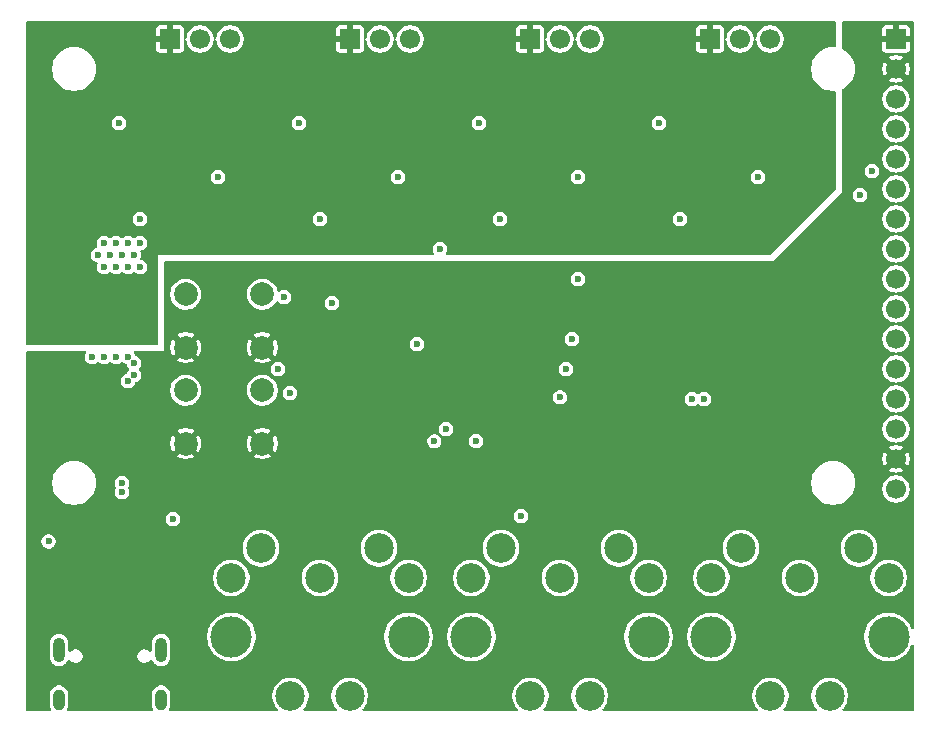
<source format=gbr>
%TF.GenerationSoftware,KiCad,Pcbnew,9.0.4*%
%TF.CreationDate,2025-12-28T22:29:46+01:00*%
%TF.ProjectId,Midi Expressor,4d696469-2045-4787-9072-6573736f722e,rev?*%
%TF.SameCoordinates,Original*%
%TF.FileFunction,Copper,L2,Inr*%
%TF.FilePolarity,Positive*%
%FSLAX46Y46*%
G04 Gerber Fmt 4.6, Leading zero omitted, Abs format (unit mm)*
G04 Created by KiCad (PCBNEW 9.0.4) date 2025-12-28 22:29:46*
%MOMM*%
%LPD*%
G01*
G04 APERTURE LIST*
%TA.AperFunction,ComponentPad*%
%ADD10C,3.500000*%
%TD*%
%TA.AperFunction,ComponentPad*%
%ADD11C,2.500000*%
%TD*%
%TA.AperFunction,ComponentPad*%
%ADD12R,1.700000X1.700000*%
%TD*%
%TA.AperFunction,ComponentPad*%
%ADD13C,1.700000*%
%TD*%
%TA.AperFunction,ComponentPad*%
%ADD14C,2.000000*%
%TD*%
%TA.AperFunction,HeatsinkPad*%
%ADD15O,1.000000X2.100000*%
%TD*%
%TA.AperFunction,HeatsinkPad*%
%ADD16O,1.000000X1.800000*%
%TD*%
%TA.AperFunction,ViaPad*%
%ADD17C,0.600000*%
%TD*%
G04 APERTURE END LIST*
D10*
%TO.N,*%
%TO.C,J4*%
X181984000Y-138510000D03*
X196984000Y-138510000D03*
D11*
%TO.N,unconnected-(J4-Pad1)*%
X196984000Y-133510000D03*
%TO.N,unconnected-(J4-Pad2)*%
X189484000Y-133510000D03*
%TO.N,unconnected-(J4-Pad3)*%
X181984000Y-133510000D03*
%TO.N,Net-(J4-Pad4)*%
X194484000Y-131010000D03*
%TO.N,Net-(J4-Pad5)*%
X184484000Y-131010000D03*
%TO.N,N/C*%
X186984000Y-143510000D03*
X191984000Y-143510000D03*
%TD*%
D12*
%TO.N,GND*%
%TO.C,J13*%
X181864000Y-87884000D03*
D13*
%TO.N,Net-(J13-Pin_2)*%
X184404000Y-87884000D03*
%TO.N,Net-(J13-Pin_3)*%
X186944000Y-87884000D03*
%TD*%
D12*
%TO.N,GND*%
%TO.C,J11*%
X166624000Y-87884000D03*
D13*
%TO.N,Net-(J11-Pin_2)*%
X169164000Y-87884000D03*
%TO.N,Net-(J11-Pin_3)*%
X171704000Y-87884000D03*
%TD*%
D14*
%TO.N,GND*%
%TO.C,SW1*%
X143966000Y-114010000D03*
X137466000Y-114010000D03*
%TO.N,Net-(R1-Pad1)*%
X143966000Y-109510000D03*
X137466000Y-109510000D03*
%TD*%
%TO.N,GND*%
%TO.C,SW2*%
X143966000Y-122138000D03*
X137466000Y-122138000D03*
%TO.N,Net-(R3-Pad1)*%
X143966000Y-117638000D03*
X137466000Y-117638000D03*
%TD*%
D12*
%TO.N,GND*%
%TO.C,J9*%
X151384000Y-87884000D03*
D13*
%TO.N,Net-(J9-Pin_2)*%
X153924000Y-87884000D03*
%TO.N,Net-(J9-Pin_3)*%
X156464000Y-87884000D03*
%TD*%
D15*
%TO.N,/USB Connector/USB_SHIELD*%
%TO.C,J1*%
X126744000Y-139623000D03*
D16*
X126744000Y-143823000D03*
D15*
X135384000Y-139623000D03*
D16*
X135384000Y-143823000D03*
%TD*%
D12*
%TO.N,GND*%
%TO.C,J7*%
X136144000Y-87884000D03*
D13*
%TO.N,Net-(J7-Pin_2)*%
X138684000Y-87884000D03*
%TO.N,Net-(J7-Pin_3)*%
X141224000Y-87884000D03*
%TD*%
D10*
%TO.N,*%
%TO.C,J3*%
X161664000Y-138510000D03*
X176664000Y-138510000D03*
D11*
%TO.N,unconnected-(J3-Pad1)*%
X176664000Y-133510000D03*
%TO.N,unconnected-(J3-Pad2)*%
X169164000Y-133510000D03*
%TO.N,unconnected-(J3-Pad3)*%
X161664000Y-133510000D03*
%TO.N,Net-(J3-Pad4)*%
X174164000Y-131010000D03*
%TO.N,Net-(J3-Pad5)*%
X164164000Y-131010000D03*
%TO.N,N/C*%
X166664000Y-143510000D03*
X171664000Y-143510000D03*
%TD*%
D12*
%TO.N,GND*%
%TO.C,J5*%
X197612000Y-87884000D03*
D13*
X197612000Y-90424000D03*
%TO.N,+5V*%
X197612000Y-92964000D03*
X197612000Y-95504000D03*
%TO.N,+3.3V*%
X197612000Y-98044000D03*
X197612000Y-100584000D03*
%TO.N,STM_SPARE4*%
X197612000Y-103124000D03*
%TO.N,STM_SPARE3*%
X197612000Y-105664000D03*
%TO.N,STM_SPARE2*%
X197612000Y-108204000D03*
%TO.N,STM_SPARE1*%
X197612000Y-110744000D03*
%TO.N,STM_USART2_TX*%
X197612000Y-113284000D03*
%TO.N,STM_USART2_RX*%
X197612000Y-115824000D03*
%TO.N,STM_NRST*%
X197612000Y-118364000D03*
%TO.N,STM_SWDIO*%
X197612000Y-120904000D03*
%TO.N,GND*%
X197612000Y-123444000D03*
%TO.N,STM_SWCLK*%
X197612000Y-125984000D03*
%TD*%
D10*
%TO.N,*%
%TO.C,J2*%
X141344000Y-138510000D03*
X156344000Y-138510000D03*
D11*
%TO.N,unconnected-(J2-Pad1)*%
X156344000Y-133510000D03*
%TO.N,Net-(C21-Pad1)*%
X148844000Y-133510000D03*
%TO.N,unconnected-(J2-Pad3)*%
X141344000Y-133510000D03*
%TO.N,Net-(J2-Pad4)*%
X153844000Y-131010000D03*
%TO.N,Net-(D3-A)*%
X143844000Y-131010000D03*
%TO.N,N/C*%
X146344000Y-143510000D03*
X151344000Y-143510000D03*
%TD*%
D17*
%TO.N,GND*%
X145796000Y-111252000D03*
%TO.N,+3.3VA*%
X177546000Y-94996000D03*
X162306000Y-94996000D03*
X147066000Y-94996000D03*
X131826000Y-94996000D03*
%TO.N,GND*%
X140208000Y-124206000D03*
X169672000Y-117094000D03*
%TO.N,+3.3V*%
X165862000Y-128270000D03*
%TO.N,GND*%
X137160000Y-127762000D03*
X137160000Y-124714000D03*
X136652000Y-125476000D03*
X137160000Y-126238000D03*
X136652000Y-127000000D03*
%TO.N,+5V*%
X132080000Y-125476000D03*
X132080000Y-126238000D03*
%TO.N,GND*%
X138176000Y-105664000D03*
X136652000Y-105664000D03*
X130556000Y-118872000D03*
X169672000Y-91440000D03*
X182372000Y-90424000D03*
X157988000Y-108712000D03*
X138176000Y-135636000D03*
X139192000Y-91440000D03*
X135128000Y-137668000D03*
X157480000Y-96520000D03*
X126492000Y-137668000D03*
X130556000Y-113284000D03*
X184912000Y-91440000D03*
X141224000Y-96520000D03*
X130556000Y-120904000D03*
X131064000Y-119888000D03*
X133604000Y-111252000D03*
X159004000Y-111760000D03*
X171704000Y-96520000D03*
X166116000Y-90424000D03*
X167132000Y-90424000D03*
X138176000Y-144272000D03*
X135128000Y-135636000D03*
X126492000Y-135636000D03*
X132080000Y-112268000D03*
X183896000Y-91440000D03*
X168656000Y-91440000D03*
X131572000Y-113284000D03*
X138176000Y-91440000D03*
X133096000Y-112268000D03*
X181356000Y-90424000D03*
X132588000Y-111252000D03*
X135636000Y-136652000D03*
X150876000Y-90424000D03*
X136652000Y-136652000D03*
X132588000Y-118872000D03*
X137160000Y-135636000D03*
X155956000Y-109728000D03*
X136652000Y-90424000D03*
X142240000Y-96520000D03*
X130048000Y-112268000D03*
X168656000Y-110744000D03*
X137160000Y-144272000D03*
X131572000Y-118872000D03*
X172720000Y-96520000D03*
X130556000Y-111252000D03*
X136144000Y-135636000D03*
X186944000Y-96520000D03*
X129540000Y-131572000D03*
X178308000Y-109304000D03*
X131064000Y-112268000D03*
X160939543Y-121820403D03*
X172212000Y-113284000D03*
X153416000Y-91440000D03*
X154432000Y-109728000D03*
X154432000Y-91440000D03*
X132080000Y-119888000D03*
X151892000Y-90424000D03*
X156464000Y-96520000D03*
X187960000Y-96520000D03*
X135636000Y-90424000D03*
X125984000Y-136652000D03*
X130048000Y-119888000D03*
X131572000Y-120904000D03*
X137668000Y-136652000D03*
X136144000Y-137668000D03*
X131572000Y-111252000D03*
X127000000Y-136652000D03*
%TO.N,+5V*%
X180340000Y-118364000D03*
X181356000Y-118364000D03*
%TO.N,+3.3V*%
X132588000Y-114808000D03*
X132588000Y-116840000D03*
X149860000Y-110236000D03*
X129540000Y-114808000D03*
X195580000Y-99060000D03*
X194564000Y-101092000D03*
X170180000Y-113284000D03*
X133096000Y-116332000D03*
X133096000Y-115316000D03*
X162052000Y-121920000D03*
X130556000Y-114808000D03*
X146304000Y-117856000D03*
X131572000Y-114808000D03*
X157059456Y-113704544D03*
X169672000Y-115824000D03*
%TO.N,+3.3VA*%
X133604000Y-103124000D03*
X130556000Y-107188000D03*
X155448000Y-99568000D03*
X130556000Y-105156000D03*
X185928000Y-99568000D03*
X159004000Y-105664000D03*
X132080000Y-106172000D03*
X131064000Y-106172000D03*
X148844000Y-103124000D03*
X133604000Y-105156000D03*
X164084000Y-103124000D03*
X130048000Y-106172000D03*
X140208000Y-99568000D03*
X132588000Y-107188000D03*
X131572000Y-107188000D03*
X131572000Y-105156000D03*
X170688000Y-99568000D03*
X133604000Y-107188000D03*
X132588000Y-105156000D03*
X133096000Y-106172000D03*
X179324000Y-103124000D03*
%TO.N,STM_NRST*%
X145796000Y-109728000D03*
X170688000Y-108204000D03*
%TO.N,STM_BOOT0*%
X145288000Y-115824000D03*
X169164000Y-118221749D03*
%TO.N,STM_USB_DP*%
X125862500Y-130434500D03*
X158517000Y-121941000D03*
%TO.N,STM_USB_DM*%
X136398000Y-128525000D03*
X159512000Y-120904000D03*
%TD*%
%TA.AperFunction,Conductor*%
%TO.N,GND*%
G36*
X192475039Y-86372185D02*
G01*
X192520794Y-86424989D01*
X192532000Y-86476500D01*
X192532000Y-88449804D01*
X192512315Y-88516843D01*
X192459511Y-88562598D01*
X192403347Y-88572910D01*
X192403347Y-88573500D01*
X192400134Y-88573500D01*
X192399916Y-88573540D01*
X192399304Y-88573500D01*
X192399288Y-88573500D01*
X192156712Y-88573500D01*
X192156711Y-88573500D01*
X191916214Y-88605161D01*
X191681895Y-88667947D01*
X191457794Y-88760773D01*
X191457785Y-88760777D01*
X191275851Y-88865817D01*
X191272078Y-88867996D01*
X191247706Y-88882067D01*
X191055263Y-89029733D01*
X191055256Y-89029739D01*
X190883739Y-89201256D01*
X190883733Y-89201263D01*
X190736067Y-89393706D01*
X190614777Y-89603785D01*
X190614773Y-89603794D01*
X190521947Y-89827895D01*
X190459161Y-90062214D01*
X190427500Y-90302711D01*
X190427500Y-90545288D01*
X190459161Y-90785785D01*
X190521947Y-91020104D01*
X190614773Y-91244205D01*
X190614776Y-91244212D01*
X190736064Y-91454289D01*
X190736066Y-91454292D01*
X190736067Y-91454293D01*
X190883733Y-91646736D01*
X190883739Y-91646743D01*
X191055256Y-91818260D01*
X191055262Y-91818265D01*
X191247711Y-91965936D01*
X191457788Y-92087224D01*
X191681900Y-92180054D01*
X191916211Y-92242838D01*
X192096586Y-92266584D01*
X192156711Y-92274500D01*
X192156712Y-92274500D01*
X192399294Y-92274500D01*
X192399889Y-92274461D01*
X192400063Y-92274500D01*
X192403347Y-92274500D01*
X192403347Y-92275234D01*
X192468073Y-92289718D01*
X192517184Y-92339416D01*
X192532000Y-92398195D01*
X192532000Y-100532638D01*
X192512315Y-100599677D01*
X192495681Y-100620319D01*
X186980319Y-106135681D01*
X186918996Y-106169166D01*
X186892638Y-106172000D01*
X159618878Y-106172000D01*
X159551839Y-106152315D01*
X159506084Y-106099511D01*
X159496140Y-106030353D01*
X159511491Y-105986000D01*
X159537928Y-105940209D01*
X159563577Y-105895784D01*
X159604500Y-105743057D01*
X159604500Y-105584943D01*
X159563577Y-105432216D01*
X159537928Y-105387790D01*
X159484524Y-105295290D01*
X159484518Y-105295282D01*
X159372717Y-105183481D01*
X159372709Y-105183475D01*
X159235790Y-105104426D01*
X159235786Y-105104424D01*
X159235784Y-105104423D01*
X159083057Y-105063500D01*
X158924943Y-105063500D01*
X158772216Y-105104423D01*
X158772209Y-105104426D01*
X158635290Y-105183475D01*
X158635282Y-105183481D01*
X158523481Y-105295282D01*
X158523475Y-105295290D01*
X158444426Y-105432209D01*
X158444423Y-105432216D01*
X158403500Y-105584943D01*
X158403500Y-105743057D01*
X158434712Y-105859540D01*
X158444423Y-105895783D01*
X158444424Y-105895786D01*
X158496509Y-105986000D01*
X158512982Y-106053900D01*
X158490129Y-106119927D01*
X158435208Y-106163118D01*
X158389122Y-106172000D01*
X135128000Y-106172000D01*
X135128000Y-113668000D01*
X135108315Y-113735039D01*
X135055511Y-113780794D01*
X135004000Y-113792000D01*
X124068500Y-113792000D01*
X124001461Y-113772315D01*
X123955706Y-113719511D01*
X123944500Y-113668000D01*
X123944500Y-106092943D01*
X129447500Y-106092943D01*
X129447500Y-106251056D01*
X129488423Y-106403783D01*
X129488426Y-106403790D01*
X129567475Y-106540709D01*
X129567479Y-106540714D01*
X129567480Y-106540716D01*
X129679284Y-106652520D01*
X129679286Y-106652521D01*
X129679290Y-106652524D01*
X129774478Y-106707480D01*
X129816216Y-106731577D01*
X129928507Y-106761665D01*
X129988166Y-106798029D01*
X130018695Y-106860876D01*
X130010400Y-106930251D01*
X130003801Y-106943436D01*
X129996424Y-106956213D01*
X129996423Y-106956216D01*
X129955500Y-107108943D01*
X129955500Y-107267056D01*
X129996423Y-107419783D01*
X129996426Y-107419790D01*
X130075475Y-107556709D01*
X130075479Y-107556714D01*
X130075480Y-107556716D01*
X130187284Y-107668520D01*
X130187286Y-107668521D01*
X130187290Y-107668524D01*
X130282478Y-107723480D01*
X130324216Y-107747577D01*
X130476943Y-107788500D01*
X130476945Y-107788500D01*
X130635055Y-107788500D01*
X130635057Y-107788500D01*
X130787784Y-107747577D01*
X130924716Y-107668520D01*
X130976319Y-107616917D01*
X131037642Y-107583432D01*
X131107334Y-107588416D01*
X131151681Y-107616917D01*
X131203284Y-107668520D01*
X131203286Y-107668521D01*
X131203290Y-107668524D01*
X131298478Y-107723480D01*
X131340216Y-107747577D01*
X131492943Y-107788500D01*
X131492945Y-107788500D01*
X131651055Y-107788500D01*
X131651057Y-107788500D01*
X131803784Y-107747577D01*
X131940716Y-107668520D01*
X131992319Y-107616917D01*
X132053642Y-107583432D01*
X132123334Y-107588416D01*
X132167681Y-107616917D01*
X132219284Y-107668520D01*
X132219286Y-107668521D01*
X132219290Y-107668524D01*
X132314478Y-107723480D01*
X132356216Y-107747577D01*
X132508943Y-107788500D01*
X132508945Y-107788500D01*
X132667055Y-107788500D01*
X132667057Y-107788500D01*
X132819784Y-107747577D01*
X132956716Y-107668520D01*
X133008319Y-107616917D01*
X133069642Y-107583432D01*
X133139334Y-107588416D01*
X133183681Y-107616917D01*
X133235284Y-107668520D01*
X133235286Y-107668521D01*
X133235290Y-107668524D01*
X133330478Y-107723480D01*
X133372216Y-107747577D01*
X133524943Y-107788500D01*
X133524945Y-107788500D01*
X133683055Y-107788500D01*
X133683057Y-107788500D01*
X133835784Y-107747577D01*
X133972716Y-107668520D01*
X134084520Y-107556716D01*
X134163577Y-107419784D01*
X134204500Y-107267057D01*
X134204500Y-107108943D01*
X134163577Y-106956216D01*
X134108533Y-106860876D01*
X134084524Y-106819290D01*
X134084518Y-106819282D01*
X133972717Y-106707481D01*
X133972709Y-106707475D01*
X133835790Y-106628426D01*
X133835785Y-106628423D01*
X133774951Y-106612123D01*
X133723492Y-106598334D01*
X133663833Y-106561970D01*
X133633304Y-106499123D01*
X133641599Y-106429747D01*
X133648198Y-106416564D01*
X133655577Y-106403784D01*
X133696500Y-106251057D01*
X133696500Y-106092943D01*
X133655577Y-105940216D01*
X133648199Y-105927437D01*
X133631727Y-105859540D01*
X133654579Y-105793513D01*
X133709500Y-105750322D01*
X133723479Y-105745668D01*
X133835784Y-105715577D01*
X133972716Y-105636520D01*
X134084520Y-105524716D01*
X134163577Y-105387784D01*
X134204500Y-105235057D01*
X134204500Y-105076943D01*
X134163577Y-104924216D01*
X134112000Y-104834881D01*
X134084524Y-104787290D01*
X134084518Y-104787282D01*
X133972717Y-104675481D01*
X133972709Y-104675475D01*
X133835790Y-104596426D01*
X133835786Y-104596424D01*
X133835784Y-104596423D01*
X133683057Y-104555500D01*
X133524943Y-104555500D01*
X133372216Y-104596423D01*
X133372209Y-104596426D01*
X133235290Y-104675475D01*
X133235282Y-104675481D01*
X133183681Y-104727083D01*
X133122358Y-104760568D01*
X133052666Y-104755584D01*
X133008319Y-104727083D01*
X132956717Y-104675481D01*
X132956709Y-104675475D01*
X132819790Y-104596426D01*
X132819786Y-104596424D01*
X132819784Y-104596423D01*
X132667057Y-104555500D01*
X132508943Y-104555500D01*
X132356216Y-104596423D01*
X132356209Y-104596426D01*
X132219290Y-104675475D01*
X132219282Y-104675481D01*
X132167681Y-104727083D01*
X132106358Y-104760568D01*
X132036666Y-104755584D01*
X131992319Y-104727083D01*
X131940717Y-104675481D01*
X131940709Y-104675475D01*
X131803790Y-104596426D01*
X131803786Y-104596424D01*
X131803784Y-104596423D01*
X131651057Y-104555500D01*
X131492943Y-104555500D01*
X131340216Y-104596423D01*
X131340209Y-104596426D01*
X131203290Y-104675475D01*
X131203282Y-104675481D01*
X131151681Y-104727083D01*
X131090358Y-104760568D01*
X131020666Y-104755584D01*
X130976319Y-104727083D01*
X130924717Y-104675481D01*
X130924709Y-104675475D01*
X130787790Y-104596426D01*
X130787786Y-104596424D01*
X130787784Y-104596423D01*
X130635057Y-104555500D01*
X130476943Y-104555500D01*
X130324216Y-104596423D01*
X130324209Y-104596426D01*
X130187290Y-104675475D01*
X130187282Y-104675481D01*
X130075481Y-104787282D01*
X130075475Y-104787290D01*
X129996426Y-104924209D01*
X129996423Y-104924216D01*
X129955500Y-105076943D01*
X129955500Y-105235057D01*
X129971640Y-105295290D01*
X129996423Y-105387783D01*
X129996423Y-105387784D01*
X130003800Y-105400561D01*
X130020272Y-105468461D01*
X129997419Y-105534488D01*
X129942497Y-105577678D01*
X129928506Y-105582335D01*
X129816214Y-105612423D01*
X129816209Y-105612426D01*
X129679290Y-105691475D01*
X129679282Y-105691481D01*
X129567481Y-105803282D01*
X129567475Y-105803290D01*
X129488426Y-105940209D01*
X129488423Y-105940216D01*
X129447500Y-106092943D01*
X123944500Y-106092943D01*
X123944500Y-103044943D01*
X133003500Y-103044943D01*
X133003500Y-103203056D01*
X133044423Y-103355783D01*
X133044426Y-103355790D01*
X133123475Y-103492709D01*
X133123479Y-103492714D01*
X133123480Y-103492716D01*
X133235284Y-103604520D01*
X133235286Y-103604521D01*
X133235290Y-103604524D01*
X133372209Y-103683573D01*
X133372216Y-103683577D01*
X133524943Y-103724500D01*
X133524945Y-103724500D01*
X133683055Y-103724500D01*
X133683057Y-103724500D01*
X133835784Y-103683577D01*
X133972716Y-103604520D01*
X134084520Y-103492716D01*
X134163577Y-103355784D01*
X134204500Y-103203057D01*
X134204500Y-103044943D01*
X148243500Y-103044943D01*
X148243500Y-103203056D01*
X148284423Y-103355783D01*
X148284426Y-103355790D01*
X148363475Y-103492709D01*
X148363479Y-103492714D01*
X148363480Y-103492716D01*
X148475284Y-103604520D01*
X148475286Y-103604521D01*
X148475290Y-103604524D01*
X148612209Y-103683573D01*
X148612216Y-103683577D01*
X148764943Y-103724500D01*
X148764945Y-103724500D01*
X148923055Y-103724500D01*
X148923057Y-103724500D01*
X149075784Y-103683577D01*
X149212716Y-103604520D01*
X149324520Y-103492716D01*
X149403577Y-103355784D01*
X149444500Y-103203057D01*
X149444500Y-103044943D01*
X163483500Y-103044943D01*
X163483500Y-103203056D01*
X163524423Y-103355783D01*
X163524426Y-103355790D01*
X163603475Y-103492709D01*
X163603479Y-103492714D01*
X163603480Y-103492716D01*
X163715284Y-103604520D01*
X163715286Y-103604521D01*
X163715290Y-103604524D01*
X163852209Y-103683573D01*
X163852216Y-103683577D01*
X164004943Y-103724500D01*
X164004945Y-103724500D01*
X164163055Y-103724500D01*
X164163057Y-103724500D01*
X164315784Y-103683577D01*
X164452716Y-103604520D01*
X164564520Y-103492716D01*
X164643577Y-103355784D01*
X164684500Y-103203057D01*
X164684500Y-103044943D01*
X178723500Y-103044943D01*
X178723500Y-103203056D01*
X178764423Y-103355783D01*
X178764426Y-103355790D01*
X178843475Y-103492709D01*
X178843479Y-103492714D01*
X178843480Y-103492716D01*
X178955284Y-103604520D01*
X178955286Y-103604521D01*
X178955290Y-103604524D01*
X179092209Y-103683573D01*
X179092216Y-103683577D01*
X179244943Y-103724500D01*
X179244945Y-103724500D01*
X179403055Y-103724500D01*
X179403057Y-103724500D01*
X179555784Y-103683577D01*
X179692716Y-103604520D01*
X179804520Y-103492716D01*
X179883577Y-103355784D01*
X179924500Y-103203057D01*
X179924500Y-103044943D01*
X179883577Y-102892216D01*
X179883573Y-102892209D01*
X179804524Y-102755290D01*
X179804518Y-102755282D01*
X179692717Y-102643481D01*
X179692709Y-102643475D01*
X179555790Y-102564426D01*
X179555786Y-102564424D01*
X179555784Y-102564423D01*
X179403057Y-102523500D01*
X179244943Y-102523500D01*
X179092216Y-102564423D01*
X179092209Y-102564426D01*
X178955290Y-102643475D01*
X178955282Y-102643481D01*
X178843481Y-102755282D01*
X178843475Y-102755290D01*
X178764426Y-102892209D01*
X178764423Y-102892216D01*
X178723500Y-103044943D01*
X164684500Y-103044943D01*
X164643577Y-102892216D01*
X164643573Y-102892209D01*
X164564524Y-102755290D01*
X164564518Y-102755282D01*
X164452717Y-102643481D01*
X164452709Y-102643475D01*
X164315790Y-102564426D01*
X164315786Y-102564424D01*
X164315784Y-102564423D01*
X164163057Y-102523500D01*
X164004943Y-102523500D01*
X163852216Y-102564423D01*
X163852209Y-102564426D01*
X163715290Y-102643475D01*
X163715282Y-102643481D01*
X163603481Y-102755282D01*
X163603475Y-102755290D01*
X163524426Y-102892209D01*
X163524423Y-102892216D01*
X163483500Y-103044943D01*
X149444500Y-103044943D01*
X149403577Y-102892216D01*
X149403573Y-102892209D01*
X149324524Y-102755290D01*
X149324518Y-102755282D01*
X149212717Y-102643481D01*
X149212709Y-102643475D01*
X149075790Y-102564426D01*
X149075786Y-102564424D01*
X149075784Y-102564423D01*
X148923057Y-102523500D01*
X148764943Y-102523500D01*
X148612216Y-102564423D01*
X148612209Y-102564426D01*
X148475290Y-102643475D01*
X148475282Y-102643481D01*
X148363481Y-102755282D01*
X148363475Y-102755290D01*
X148284426Y-102892209D01*
X148284423Y-102892216D01*
X148243500Y-103044943D01*
X134204500Y-103044943D01*
X134163577Y-102892216D01*
X134163573Y-102892209D01*
X134084524Y-102755290D01*
X134084518Y-102755282D01*
X133972717Y-102643481D01*
X133972709Y-102643475D01*
X133835790Y-102564426D01*
X133835786Y-102564424D01*
X133835784Y-102564423D01*
X133683057Y-102523500D01*
X133524943Y-102523500D01*
X133372216Y-102564423D01*
X133372209Y-102564426D01*
X133235290Y-102643475D01*
X133235282Y-102643481D01*
X133123481Y-102755282D01*
X133123475Y-102755290D01*
X133044426Y-102892209D01*
X133044423Y-102892216D01*
X133003500Y-103044943D01*
X123944500Y-103044943D01*
X123944500Y-99488943D01*
X139607500Y-99488943D01*
X139607500Y-99647056D01*
X139648423Y-99799783D01*
X139648426Y-99799790D01*
X139727475Y-99936709D01*
X139727479Y-99936714D01*
X139727480Y-99936716D01*
X139839284Y-100048520D01*
X139839286Y-100048521D01*
X139839290Y-100048524D01*
X139976209Y-100127573D01*
X139976216Y-100127577D01*
X140128943Y-100168500D01*
X140128945Y-100168500D01*
X140287055Y-100168500D01*
X140287057Y-100168500D01*
X140439784Y-100127577D01*
X140576716Y-100048520D01*
X140688520Y-99936716D01*
X140767577Y-99799784D01*
X140808500Y-99647057D01*
X140808500Y-99488943D01*
X154847500Y-99488943D01*
X154847500Y-99647056D01*
X154888423Y-99799783D01*
X154888426Y-99799790D01*
X154967475Y-99936709D01*
X154967479Y-99936714D01*
X154967480Y-99936716D01*
X155079284Y-100048520D01*
X155079286Y-100048521D01*
X155079290Y-100048524D01*
X155216209Y-100127573D01*
X155216216Y-100127577D01*
X155368943Y-100168500D01*
X155368945Y-100168500D01*
X155527055Y-100168500D01*
X155527057Y-100168500D01*
X155679784Y-100127577D01*
X155816716Y-100048520D01*
X155928520Y-99936716D01*
X156007577Y-99799784D01*
X156048500Y-99647057D01*
X156048500Y-99488943D01*
X170087500Y-99488943D01*
X170087500Y-99647056D01*
X170128423Y-99799783D01*
X170128426Y-99799790D01*
X170207475Y-99936709D01*
X170207479Y-99936714D01*
X170207480Y-99936716D01*
X170319284Y-100048520D01*
X170319286Y-100048521D01*
X170319290Y-100048524D01*
X170456209Y-100127573D01*
X170456216Y-100127577D01*
X170608943Y-100168500D01*
X170608945Y-100168500D01*
X170767055Y-100168500D01*
X170767057Y-100168500D01*
X170919784Y-100127577D01*
X171056716Y-100048520D01*
X171168520Y-99936716D01*
X171247577Y-99799784D01*
X171288500Y-99647057D01*
X171288500Y-99488943D01*
X185327500Y-99488943D01*
X185327500Y-99647056D01*
X185368423Y-99799783D01*
X185368426Y-99799790D01*
X185447475Y-99936709D01*
X185447479Y-99936714D01*
X185447480Y-99936716D01*
X185559284Y-100048520D01*
X185559286Y-100048521D01*
X185559290Y-100048524D01*
X185696209Y-100127573D01*
X185696216Y-100127577D01*
X185848943Y-100168500D01*
X185848945Y-100168500D01*
X186007055Y-100168500D01*
X186007057Y-100168500D01*
X186159784Y-100127577D01*
X186296716Y-100048520D01*
X186408520Y-99936716D01*
X186487577Y-99799784D01*
X186528500Y-99647057D01*
X186528500Y-99488943D01*
X186487577Y-99336216D01*
X186487573Y-99336209D01*
X186408524Y-99199290D01*
X186408518Y-99199282D01*
X186296717Y-99087481D01*
X186296709Y-99087475D01*
X186159790Y-99008426D01*
X186159786Y-99008424D01*
X186159784Y-99008423D01*
X186007057Y-98967500D01*
X185848943Y-98967500D01*
X185696216Y-99008423D01*
X185696209Y-99008426D01*
X185559290Y-99087475D01*
X185559282Y-99087481D01*
X185447481Y-99199282D01*
X185447475Y-99199290D01*
X185368426Y-99336209D01*
X185368423Y-99336216D01*
X185327500Y-99488943D01*
X171288500Y-99488943D01*
X171247577Y-99336216D01*
X171247573Y-99336209D01*
X171168524Y-99199290D01*
X171168518Y-99199282D01*
X171056717Y-99087481D01*
X171056709Y-99087475D01*
X170919790Y-99008426D01*
X170919786Y-99008424D01*
X170919784Y-99008423D01*
X170767057Y-98967500D01*
X170608943Y-98967500D01*
X170456216Y-99008423D01*
X170456209Y-99008426D01*
X170319290Y-99087475D01*
X170319282Y-99087481D01*
X170207481Y-99199282D01*
X170207475Y-99199290D01*
X170128426Y-99336209D01*
X170128423Y-99336216D01*
X170087500Y-99488943D01*
X156048500Y-99488943D01*
X156007577Y-99336216D01*
X156007573Y-99336209D01*
X155928524Y-99199290D01*
X155928518Y-99199282D01*
X155816717Y-99087481D01*
X155816709Y-99087475D01*
X155679790Y-99008426D01*
X155679786Y-99008424D01*
X155679784Y-99008423D01*
X155527057Y-98967500D01*
X155368943Y-98967500D01*
X155216216Y-99008423D01*
X155216209Y-99008426D01*
X155079290Y-99087475D01*
X155079282Y-99087481D01*
X154967481Y-99199282D01*
X154967475Y-99199290D01*
X154888426Y-99336209D01*
X154888423Y-99336216D01*
X154847500Y-99488943D01*
X140808500Y-99488943D01*
X140767577Y-99336216D01*
X140767573Y-99336209D01*
X140688524Y-99199290D01*
X140688518Y-99199282D01*
X140576717Y-99087481D01*
X140576709Y-99087475D01*
X140439790Y-99008426D01*
X140439786Y-99008424D01*
X140439784Y-99008423D01*
X140287057Y-98967500D01*
X140128943Y-98967500D01*
X139976216Y-99008423D01*
X139976209Y-99008426D01*
X139839290Y-99087475D01*
X139839282Y-99087481D01*
X139727481Y-99199282D01*
X139727475Y-99199290D01*
X139648426Y-99336209D01*
X139648423Y-99336216D01*
X139607500Y-99488943D01*
X123944500Y-99488943D01*
X123944500Y-94916943D01*
X131225500Y-94916943D01*
X131225500Y-95075056D01*
X131266423Y-95227783D01*
X131266426Y-95227790D01*
X131345475Y-95364709D01*
X131345479Y-95364714D01*
X131345480Y-95364716D01*
X131457284Y-95476520D01*
X131457286Y-95476521D01*
X131457290Y-95476524D01*
X131594209Y-95555573D01*
X131594216Y-95555577D01*
X131746943Y-95596500D01*
X131746945Y-95596500D01*
X131905055Y-95596500D01*
X131905057Y-95596500D01*
X132057784Y-95555577D01*
X132194716Y-95476520D01*
X132306520Y-95364716D01*
X132385577Y-95227784D01*
X132426500Y-95075057D01*
X132426500Y-94916943D01*
X146465500Y-94916943D01*
X146465500Y-95075056D01*
X146506423Y-95227783D01*
X146506426Y-95227790D01*
X146585475Y-95364709D01*
X146585479Y-95364714D01*
X146585480Y-95364716D01*
X146697284Y-95476520D01*
X146697286Y-95476521D01*
X146697290Y-95476524D01*
X146834209Y-95555573D01*
X146834216Y-95555577D01*
X146986943Y-95596500D01*
X146986945Y-95596500D01*
X147145055Y-95596500D01*
X147145057Y-95596500D01*
X147297784Y-95555577D01*
X147434716Y-95476520D01*
X147546520Y-95364716D01*
X147625577Y-95227784D01*
X147666500Y-95075057D01*
X147666500Y-94916943D01*
X161705500Y-94916943D01*
X161705500Y-95075056D01*
X161746423Y-95227783D01*
X161746426Y-95227790D01*
X161825475Y-95364709D01*
X161825479Y-95364714D01*
X161825480Y-95364716D01*
X161937284Y-95476520D01*
X161937286Y-95476521D01*
X161937290Y-95476524D01*
X162074209Y-95555573D01*
X162074216Y-95555577D01*
X162226943Y-95596500D01*
X162226945Y-95596500D01*
X162385055Y-95596500D01*
X162385057Y-95596500D01*
X162537784Y-95555577D01*
X162674716Y-95476520D01*
X162786520Y-95364716D01*
X162865577Y-95227784D01*
X162906500Y-95075057D01*
X162906500Y-94916943D01*
X176945500Y-94916943D01*
X176945500Y-95075056D01*
X176986423Y-95227783D01*
X176986426Y-95227790D01*
X177065475Y-95364709D01*
X177065479Y-95364714D01*
X177065480Y-95364716D01*
X177177284Y-95476520D01*
X177177286Y-95476521D01*
X177177290Y-95476524D01*
X177314209Y-95555573D01*
X177314216Y-95555577D01*
X177466943Y-95596500D01*
X177466945Y-95596500D01*
X177625055Y-95596500D01*
X177625057Y-95596500D01*
X177777784Y-95555577D01*
X177914716Y-95476520D01*
X178026520Y-95364716D01*
X178105577Y-95227784D01*
X178146500Y-95075057D01*
X178146500Y-94916943D01*
X178105577Y-94764216D01*
X178105573Y-94764209D01*
X178026524Y-94627290D01*
X178026518Y-94627282D01*
X177914717Y-94515481D01*
X177914709Y-94515475D01*
X177777790Y-94436426D01*
X177777786Y-94436424D01*
X177777784Y-94436423D01*
X177625057Y-94395500D01*
X177466943Y-94395500D01*
X177314216Y-94436423D01*
X177314209Y-94436426D01*
X177177290Y-94515475D01*
X177177282Y-94515481D01*
X177065481Y-94627282D01*
X177065475Y-94627290D01*
X176986426Y-94764209D01*
X176986423Y-94764216D01*
X176945500Y-94916943D01*
X162906500Y-94916943D01*
X162865577Y-94764216D01*
X162865573Y-94764209D01*
X162786524Y-94627290D01*
X162786518Y-94627282D01*
X162674717Y-94515481D01*
X162674709Y-94515475D01*
X162537790Y-94436426D01*
X162537786Y-94436424D01*
X162537784Y-94436423D01*
X162385057Y-94395500D01*
X162226943Y-94395500D01*
X162074216Y-94436423D01*
X162074209Y-94436426D01*
X161937290Y-94515475D01*
X161937282Y-94515481D01*
X161825481Y-94627282D01*
X161825475Y-94627290D01*
X161746426Y-94764209D01*
X161746423Y-94764216D01*
X161705500Y-94916943D01*
X147666500Y-94916943D01*
X147625577Y-94764216D01*
X147625573Y-94764209D01*
X147546524Y-94627290D01*
X147546518Y-94627282D01*
X147434717Y-94515481D01*
X147434709Y-94515475D01*
X147297790Y-94436426D01*
X147297786Y-94436424D01*
X147297784Y-94436423D01*
X147145057Y-94395500D01*
X146986943Y-94395500D01*
X146834216Y-94436423D01*
X146834209Y-94436426D01*
X146697290Y-94515475D01*
X146697282Y-94515481D01*
X146585481Y-94627282D01*
X146585475Y-94627290D01*
X146506426Y-94764209D01*
X146506423Y-94764216D01*
X146465500Y-94916943D01*
X132426500Y-94916943D01*
X132385577Y-94764216D01*
X132385573Y-94764209D01*
X132306524Y-94627290D01*
X132306518Y-94627282D01*
X132194717Y-94515481D01*
X132194709Y-94515475D01*
X132057790Y-94436426D01*
X132057786Y-94436424D01*
X132057784Y-94436423D01*
X131905057Y-94395500D01*
X131746943Y-94395500D01*
X131594216Y-94436423D01*
X131594209Y-94436426D01*
X131457290Y-94515475D01*
X131457282Y-94515481D01*
X131345481Y-94627282D01*
X131345475Y-94627290D01*
X131266426Y-94764209D01*
X131266423Y-94764216D01*
X131225500Y-94916943D01*
X123944500Y-94916943D01*
X123944500Y-90302711D01*
X126165500Y-90302711D01*
X126165500Y-90545288D01*
X126197161Y-90785785D01*
X126259947Y-91020104D01*
X126352773Y-91244205D01*
X126352776Y-91244212D01*
X126474064Y-91454289D01*
X126474066Y-91454292D01*
X126474067Y-91454293D01*
X126621733Y-91646736D01*
X126621739Y-91646743D01*
X126793256Y-91818260D01*
X126793262Y-91818265D01*
X126985711Y-91965936D01*
X127195788Y-92087224D01*
X127419900Y-92180054D01*
X127654211Y-92242838D01*
X127834586Y-92266584D01*
X127894711Y-92274500D01*
X127894712Y-92274500D01*
X128137289Y-92274500D01*
X128185388Y-92268167D01*
X128377789Y-92242838D01*
X128612100Y-92180054D01*
X128836212Y-92087224D01*
X129046289Y-91965936D01*
X129238738Y-91818265D01*
X129410265Y-91646738D01*
X129557936Y-91454289D01*
X129679224Y-91244212D01*
X129772054Y-91020100D01*
X129834838Y-90785789D01*
X129866500Y-90545288D01*
X129866500Y-90302712D01*
X129834838Y-90062211D01*
X129772054Y-89827900D01*
X129679224Y-89603788D01*
X129557936Y-89393711D01*
X129410265Y-89201262D01*
X129410260Y-89201256D01*
X129238743Y-89029739D01*
X129238736Y-89029733D01*
X129046293Y-88882067D01*
X129046292Y-88882066D01*
X129046289Y-88882064D01*
X128867405Y-88778785D01*
X128836214Y-88760777D01*
X128836205Y-88760773D01*
X128612104Y-88667947D01*
X128483543Y-88633499D01*
X128377789Y-88605162D01*
X128377788Y-88605161D01*
X128377785Y-88605161D01*
X128137289Y-88573500D01*
X128137288Y-88573500D01*
X127894712Y-88573500D01*
X127894711Y-88573500D01*
X127654214Y-88605161D01*
X127419895Y-88667947D01*
X127195794Y-88760773D01*
X127195785Y-88760777D01*
X127013851Y-88865817D01*
X127010078Y-88867996D01*
X126985706Y-88882067D01*
X126793263Y-89029733D01*
X126793256Y-89029739D01*
X126621739Y-89201256D01*
X126621733Y-89201263D01*
X126474067Y-89393706D01*
X126352777Y-89603785D01*
X126352773Y-89603794D01*
X126259947Y-89827895D01*
X126197161Y-90062214D01*
X126165500Y-90302711D01*
X123944500Y-90302711D01*
X123944500Y-86989205D01*
X134994000Y-86989205D01*
X134994000Y-87634000D01*
X135710988Y-87634000D01*
X135678075Y-87691007D01*
X135644000Y-87818174D01*
X135644000Y-87949826D01*
X135678075Y-88076993D01*
X135710988Y-88134000D01*
X134994001Y-88134000D01*
X134994001Y-88778785D01*
X134994002Y-88778808D01*
X134996908Y-88803869D01*
X134996909Y-88803873D01*
X135042211Y-88906474D01*
X135042214Y-88906479D01*
X135121520Y-88985785D01*
X135121525Y-88985788D01*
X135224123Y-89031089D01*
X135249206Y-89033999D01*
X135893999Y-89033999D01*
X135894000Y-89033998D01*
X135894000Y-88317012D01*
X135951007Y-88349925D01*
X136078174Y-88384000D01*
X136209826Y-88384000D01*
X136336993Y-88349925D01*
X136394000Y-88317012D01*
X136394000Y-89033999D01*
X137038786Y-89033999D01*
X137038808Y-89033997D01*
X137063869Y-89031091D01*
X137063873Y-89031090D01*
X137166474Y-88985788D01*
X137166479Y-88985785D01*
X137245785Y-88906479D01*
X137245788Y-88906474D01*
X137291089Y-88803877D01*
X137291089Y-88803875D01*
X137293999Y-88778794D01*
X137293999Y-88037971D01*
X137313683Y-87970932D01*
X137366487Y-87925177D01*
X137435646Y-87915233D01*
X137499202Y-87944258D01*
X137536976Y-88003036D01*
X137540472Y-88018572D01*
X137561829Y-88153410D01*
X137617787Y-88325636D01*
X137617788Y-88325639D01*
X137700006Y-88486997D01*
X137806441Y-88633494D01*
X137806445Y-88633499D01*
X137934500Y-88761554D01*
X137934505Y-88761558D01*
X137992753Y-88803877D01*
X138081006Y-88867996D01*
X138156523Y-88906474D01*
X138242360Y-88950211D01*
X138242363Y-88950212D01*
X138328476Y-88978191D01*
X138414591Y-89006171D01*
X138497429Y-89019291D01*
X138593449Y-89034500D01*
X138593454Y-89034500D01*
X138774551Y-89034500D01*
X138861259Y-89020765D01*
X138953409Y-89006171D01*
X139125639Y-88950211D01*
X139286994Y-88867996D01*
X139433501Y-88761553D01*
X139561553Y-88633501D01*
X139667996Y-88486994D01*
X139750211Y-88325639D01*
X139806171Y-88153409D01*
X139829988Y-88003036D01*
X139831527Y-87993321D01*
X139861456Y-87930186D01*
X139920768Y-87893255D01*
X139990630Y-87894253D01*
X140048863Y-87932863D01*
X140076473Y-87993321D01*
X140101829Y-88153410D01*
X140157787Y-88325636D01*
X140157788Y-88325639D01*
X140240006Y-88486997D01*
X140346441Y-88633494D01*
X140346445Y-88633499D01*
X140474500Y-88761554D01*
X140474505Y-88761558D01*
X140532753Y-88803877D01*
X140621006Y-88867996D01*
X140696523Y-88906474D01*
X140782360Y-88950211D01*
X140782363Y-88950212D01*
X140868476Y-88978191D01*
X140954591Y-89006171D01*
X141037429Y-89019291D01*
X141133449Y-89034500D01*
X141133454Y-89034500D01*
X141314551Y-89034500D01*
X141401259Y-89020765D01*
X141493409Y-89006171D01*
X141665639Y-88950211D01*
X141826994Y-88867996D01*
X141973501Y-88761553D01*
X142101553Y-88633501D01*
X142207996Y-88486994D01*
X142290211Y-88325639D01*
X142346171Y-88153409D01*
X142349245Y-88134000D01*
X142360453Y-88063240D01*
X142374500Y-87974551D01*
X142374500Y-87793448D01*
X142349245Y-87634000D01*
X142346171Y-87614591D01*
X142290211Y-87442361D01*
X142290211Y-87442360D01*
X142260474Y-87384000D01*
X142207996Y-87281006D01*
X142194396Y-87262287D01*
X142101558Y-87134505D01*
X142101554Y-87134500D01*
X141973499Y-87006445D01*
X141973494Y-87006441D01*
X141949770Y-86989205D01*
X150234000Y-86989205D01*
X150234000Y-87634000D01*
X150950988Y-87634000D01*
X150918075Y-87691007D01*
X150884000Y-87818174D01*
X150884000Y-87949826D01*
X150918075Y-88076993D01*
X150950988Y-88134000D01*
X150234001Y-88134000D01*
X150234001Y-88778785D01*
X150234002Y-88778808D01*
X150236908Y-88803869D01*
X150236909Y-88803873D01*
X150282211Y-88906474D01*
X150282214Y-88906479D01*
X150361520Y-88985785D01*
X150361525Y-88985788D01*
X150464123Y-89031089D01*
X150489206Y-89033999D01*
X151133999Y-89033999D01*
X151134000Y-89033998D01*
X151134000Y-88317012D01*
X151191007Y-88349925D01*
X151318174Y-88384000D01*
X151449826Y-88384000D01*
X151576993Y-88349925D01*
X151634000Y-88317012D01*
X151634000Y-89033999D01*
X152278786Y-89033999D01*
X152278808Y-89033997D01*
X152303869Y-89031091D01*
X152303873Y-89031090D01*
X152406474Y-88985788D01*
X152406479Y-88985785D01*
X152485785Y-88906479D01*
X152485788Y-88906474D01*
X152531089Y-88803877D01*
X152531089Y-88803875D01*
X152533999Y-88778794D01*
X152533999Y-88037971D01*
X152553683Y-87970932D01*
X152606487Y-87925177D01*
X152675646Y-87915233D01*
X152739202Y-87944258D01*
X152776976Y-88003036D01*
X152780472Y-88018572D01*
X152801829Y-88153410D01*
X152857787Y-88325636D01*
X152857788Y-88325639D01*
X152940006Y-88486997D01*
X153046441Y-88633494D01*
X153046445Y-88633499D01*
X153174500Y-88761554D01*
X153174505Y-88761558D01*
X153232753Y-88803877D01*
X153321006Y-88867996D01*
X153396523Y-88906474D01*
X153482360Y-88950211D01*
X153482363Y-88950212D01*
X153568476Y-88978191D01*
X153654591Y-89006171D01*
X153737429Y-89019291D01*
X153833449Y-89034500D01*
X153833454Y-89034500D01*
X154014551Y-89034500D01*
X154101259Y-89020765D01*
X154193409Y-89006171D01*
X154365639Y-88950211D01*
X154526994Y-88867996D01*
X154673501Y-88761553D01*
X154801553Y-88633501D01*
X154907996Y-88486994D01*
X154990211Y-88325639D01*
X155046171Y-88153409D01*
X155069988Y-88003036D01*
X155071527Y-87993321D01*
X155101456Y-87930186D01*
X155160768Y-87893255D01*
X155230630Y-87894253D01*
X155288863Y-87932863D01*
X155316473Y-87993321D01*
X155341829Y-88153410D01*
X155397787Y-88325636D01*
X155397788Y-88325639D01*
X155480006Y-88486997D01*
X155586441Y-88633494D01*
X155586445Y-88633499D01*
X155714500Y-88761554D01*
X155714505Y-88761558D01*
X155772753Y-88803877D01*
X155861006Y-88867996D01*
X155936523Y-88906474D01*
X156022360Y-88950211D01*
X156022363Y-88950212D01*
X156108476Y-88978191D01*
X156194591Y-89006171D01*
X156277429Y-89019291D01*
X156373449Y-89034500D01*
X156373454Y-89034500D01*
X156554551Y-89034500D01*
X156641259Y-89020765D01*
X156733409Y-89006171D01*
X156905639Y-88950211D01*
X157066994Y-88867996D01*
X157213501Y-88761553D01*
X157341553Y-88633501D01*
X157447996Y-88486994D01*
X157530211Y-88325639D01*
X157586171Y-88153409D01*
X157589245Y-88134000D01*
X157600453Y-88063240D01*
X157614500Y-87974551D01*
X157614500Y-87793448D01*
X157589245Y-87634000D01*
X157586171Y-87614591D01*
X157530211Y-87442361D01*
X157530211Y-87442360D01*
X157500474Y-87384000D01*
X157447996Y-87281006D01*
X157434396Y-87262287D01*
X157341558Y-87134505D01*
X157341554Y-87134500D01*
X157213499Y-87006445D01*
X157213494Y-87006441D01*
X157189770Y-86989205D01*
X165474000Y-86989205D01*
X165474000Y-87634000D01*
X166190988Y-87634000D01*
X166158075Y-87691007D01*
X166124000Y-87818174D01*
X166124000Y-87949826D01*
X166158075Y-88076993D01*
X166190988Y-88134000D01*
X165474001Y-88134000D01*
X165474001Y-88778785D01*
X165474002Y-88778808D01*
X165476908Y-88803869D01*
X165476909Y-88803873D01*
X165522211Y-88906474D01*
X165522214Y-88906479D01*
X165601520Y-88985785D01*
X165601525Y-88985788D01*
X165704123Y-89031089D01*
X165729206Y-89033999D01*
X166373999Y-89033999D01*
X166374000Y-89033998D01*
X166374000Y-88317012D01*
X166431007Y-88349925D01*
X166558174Y-88384000D01*
X166689826Y-88384000D01*
X166816993Y-88349925D01*
X166874000Y-88317012D01*
X166874000Y-89033999D01*
X167518786Y-89033999D01*
X167518808Y-89033997D01*
X167543869Y-89031091D01*
X167543873Y-89031090D01*
X167646474Y-88985788D01*
X167646479Y-88985785D01*
X167725785Y-88906479D01*
X167725788Y-88906474D01*
X167771089Y-88803877D01*
X167771089Y-88803875D01*
X167773999Y-88778794D01*
X167773999Y-88037971D01*
X167793683Y-87970932D01*
X167846487Y-87925177D01*
X167915646Y-87915233D01*
X167979202Y-87944258D01*
X168016976Y-88003036D01*
X168020472Y-88018572D01*
X168041829Y-88153410D01*
X168097787Y-88325636D01*
X168097788Y-88325639D01*
X168180006Y-88486997D01*
X168286441Y-88633494D01*
X168286445Y-88633499D01*
X168414500Y-88761554D01*
X168414505Y-88761558D01*
X168472753Y-88803877D01*
X168561006Y-88867996D01*
X168636523Y-88906474D01*
X168722360Y-88950211D01*
X168722363Y-88950212D01*
X168808476Y-88978191D01*
X168894591Y-89006171D01*
X168977429Y-89019291D01*
X169073449Y-89034500D01*
X169073454Y-89034500D01*
X169254551Y-89034500D01*
X169341259Y-89020765D01*
X169433409Y-89006171D01*
X169605639Y-88950211D01*
X169766994Y-88867996D01*
X169913501Y-88761553D01*
X170041553Y-88633501D01*
X170147996Y-88486994D01*
X170230211Y-88325639D01*
X170286171Y-88153409D01*
X170309988Y-88003036D01*
X170311527Y-87993321D01*
X170341456Y-87930186D01*
X170400768Y-87893255D01*
X170470630Y-87894253D01*
X170528863Y-87932863D01*
X170556473Y-87993321D01*
X170581829Y-88153410D01*
X170637787Y-88325636D01*
X170637788Y-88325639D01*
X170720006Y-88486997D01*
X170826441Y-88633494D01*
X170826445Y-88633499D01*
X170954500Y-88761554D01*
X170954505Y-88761558D01*
X171012753Y-88803877D01*
X171101006Y-88867996D01*
X171176523Y-88906474D01*
X171262360Y-88950211D01*
X171262363Y-88950212D01*
X171348476Y-88978191D01*
X171434591Y-89006171D01*
X171517429Y-89019291D01*
X171613449Y-89034500D01*
X171613454Y-89034500D01*
X171794551Y-89034500D01*
X171881259Y-89020765D01*
X171973409Y-89006171D01*
X172145639Y-88950211D01*
X172306994Y-88867996D01*
X172453501Y-88761553D01*
X172581553Y-88633501D01*
X172687996Y-88486994D01*
X172770211Y-88325639D01*
X172826171Y-88153409D01*
X172829245Y-88134000D01*
X172840453Y-88063240D01*
X172854500Y-87974551D01*
X172854500Y-87793448D01*
X172829245Y-87634000D01*
X172826171Y-87614591D01*
X172770211Y-87442361D01*
X172770211Y-87442360D01*
X172740474Y-87384000D01*
X172687996Y-87281006D01*
X172674396Y-87262287D01*
X172581558Y-87134505D01*
X172581554Y-87134500D01*
X172453499Y-87006445D01*
X172453494Y-87006441D01*
X172429770Y-86989205D01*
X180714000Y-86989205D01*
X180714000Y-87634000D01*
X181430988Y-87634000D01*
X181398075Y-87691007D01*
X181364000Y-87818174D01*
X181364000Y-87949826D01*
X181398075Y-88076993D01*
X181430988Y-88134000D01*
X180714001Y-88134000D01*
X180714001Y-88778785D01*
X180714002Y-88778808D01*
X180716908Y-88803869D01*
X180716909Y-88803873D01*
X180762211Y-88906474D01*
X180762214Y-88906479D01*
X180841520Y-88985785D01*
X180841525Y-88985788D01*
X180944123Y-89031089D01*
X180969206Y-89033999D01*
X181613999Y-89033999D01*
X181614000Y-89033998D01*
X181614000Y-88317012D01*
X181671007Y-88349925D01*
X181798174Y-88384000D01*
X181929826Y-88384000D01*
X182056993Y-88349925D01*
X182114000Y-88317012D01*
X182114000Y-89033999D01*
X182758786Y-89033999D01*
X182758808Y-89033997D01*
X182783869Y-89031091D01*
X182783873Y-89031090D01*
X182886474Y-88985788D01*
X182886479Y-88985785D01*
X182965785Y-88906479D01*
X182965788Y-88906474D01*
X183011089Y-88803877D01*
X183011089Y-88803875D01*
X183013999Y-88778794D01*
X183013999Y-88037971D01*
X183033683Y-87970932D01*
X183086487Y-87925177D01*
X183155646Y-87915233D01*
X183219202Y-87944258D01*
X183256976Y-88003036D01*
X183260472Y-88018572D01*
X183281829Y-88153410D01*
X183337787Y-88325636D01*
X183337788Y-88325639D01*
X183420006Y-88486997D01*
X183526441Y-88633494D01*
X183526445Y-88633499D01*
X183654500Y-88761554D01*
X183654505Y-88761558D01*
X183712753Y-88803877D01*
X183801006Y-88867996D01*
X183876523Y-88906474D01*
X183962360Y-88950211D01*
X183962363Y-88950212D01*
X184048476Y-88978191D01*
X184134591Y-89006171D01*
X184217429Y-89019291D01*
X184313449Y-89034500D01*
X184313454Y-89034500D01*
X184494551Y-89034500D01*
X184581259Y-89020765D01*
X184673409Y-89006171D01*
X184845639Y-88950211D01*
X185006994Y-88867996D01*
X185153501Y-88761553D01*
X185281553Y-88633501D01*
X185387996Y-88486994D01*
X185470211Y-88325639D01*
X185526171Y-88153409D01*
X185549988Y-88003036D01*
X185551527Y-87993321D01*
X185581456Y-87930186D01*
X185640768Y-87893255D01*
X185710630Y-87894253D01*
X185768863Y-87932863D01*
X185796473Y-87993321D01*
X185821829Y-88153410D01*
X185877787Y-88325636D01*
X185877788Y-88325639D01*
X185960006Y-88486997D01*
X186066441Y-88633494D01*
X186066445Y-88633499D01*
X186194500Y-88761554D01*
X186194505Y-88761558D01*
X186252753Y-88803877D01*
X186341006Y-88867996D01*
X186416523Y-88906474D01*
X186502360Y-88950211D01*
X186502363Y-88950212D01*
X186588476Y-88978191D01*
X186674591Y-89006171D01*
X186757429Y-89019291D01*
X186853449Y-89034500D01*
X186853454Y-89034500D01*
X187034551Y-89034500D01*
X187121259Y-89020765D01*
X187213409Y-89006171D01*
X187385639Y-88950211D01*
X187546994Y-88867996D01*
X187693501Y-88761553D01*
X187821553Y-88633501D01*
X187927996Y-88486994D01*
X188010211Y-88325639D01*
X188066171Y-88153409D01*
X188089988Y-88003036D01*
X188094500Y-87974551D01*
X188094500Y-87793448D01*
X188069245Y-87634000D01*
X188066171Y-87614591D01*
X188010211Y-87442361D01*
X188010211Y-87442360D01*
X187980474Y-87384000D01*
X187927996Y-87281006D01*
X187914396Y-87262287D01*
X187821558Y-87134505D01*
X187821554Y-87134500D01*
X187693499Y-87006445D01*
X187693494Y-87006441D01*
X187546997Y-86900006D01*
X187546996Y-86900005D01*
X187546994Y-86900004D01*
X187495300Y-86873664D01*
X187385639Y-86817788D01*
X187385636Y-86817787D01*
X187213410Y-86761829D01*
X187034551Y-86733500D01*
X187034546Y-86733500D01*
X186853454Y-86733500D01*
X186853449Y-86733500D01*
X186674589Y-86761829D01*
X186502363Y-86817787D01*
X186502360Y-86817788D01*
X186341002Y-86900006D01*
X186194505Y-87006441D01*
X186194500Y-87006445D01*
X186066445Y-87134500D01*
X186066441Y-87134505D01*
X185960006Y-87281002D01*
X185877788Y-87442360D01*
X185877787Y-87442363D01*
X185821829Y-87614589D01*
X185796473Y-87774678D01*
X185766544Y-87837813D01*
X185707232Y-87874744D01*
X185637369Y-87873746D01*
X185579137Y-87835136D01*
X185551527Y-87774678D01*
X185529245Y-87634000D01*
X185526171Y-87614591D01*
X185470211Y-87442361D01*
X185470211Y-87442360D01*
X185440474Y-87384000D01*
X185387996Y-87281006D01*
X185374396Y-87262287D01*
X185281558Y-87134505D01*
X185281554Y-87134500D01*
X185153499Y-87006445D01*
X185153494Y-87006441D01*
X185006997Y-86900006D01*
X185006996Y-86900005D01*
X185006994Y-86900004D01*
X184955300Y-86873664D01*
X184845639Y-86817788D01*
X184845636Y-86817787D01*
X184673410Y-86761829D01*
X184494551Y-86733500D01*
X184494546Y-86733500D01*
X184313454Y-86733500D01*
X184313449Y-86733500D01*
X184134589Y-86761829D01*
X183962363Y-86817787D01*
X183962360Y-86817788D01*
X183801002Y-86900006D01*
X183654505Y-87006441D01*
X183654500Y-87006445D01*
X183526445Y-87134500D01*
X183526441Y-87134505D01*
X183420006Y-87281002D01*
X183337788Y-87442360D01*
X183337787Y-87442363D01*
X183281829Y-87614589D01*
X183260472Y-87749428D01*
X183230542Y-87812562D01*
X183171231Y-87849493D01*
X183101368Y-87848495D01*
X183043136Y-87809885D01*
X183015022Y-87745921D01*
X183013999Y-87730029D01*
X183013999Y-86989214D01*
X183013997Y-86989191D01*
X183011091Y-86964130D01*
X183011090Y-86964126D01*
X182965788Y-86861525D01*
X182965785Y-86861520D01*
X182886479Y-86782214D01*
X182886474Y-86782211D01*
X182783876Y-86736910D01*
X182758794Y-86734000D01*
X182114000Y-86734000D01*
X182114000Y-87450988D01*
X182056993Y-87418075D01*
X181929826Y-87384000D01*
X181798174Y-87384000D01*
X181671007Y-87418075D01*
X181614000Y-87450988D01*
X181614000Y-86734000D01*
X180969214Y-86734000D01*
X180969191Y-86734002D01*
X180944130Y-86736908D01*
X180944126Y-86736909D01*
X180841525Y-86782211D01*
X180841520Y-86782214D01*
X180762214Y-86861520D01*
X180762211Y-86861525D01*
X180716910Y-86964122D01*
X180716910Y-86964124D01*
X180714000Y-86989205D01*
X172429770Y-86989205D01*
X172306997Y-86900006D01*
X172306996Y-86900005D01*
X172306994Y-86900004D01*
X172255300Y-86873664D01*
X172145639Y-86817788D01*
X172145636Y-86817787D01*
X171973410Y-86761829D01*
X171794551Y-86733500D01*
X171794546Y-86733500D01*
X171613454Y-86733500D01*
X171613449Y-86733500D01*
X171434589Y-86761829D01*
X171262363Y-86817787D01*
X171262360Y-86817788D01*
X171101002Y-86900006D01*
X170954505Y-87006441D01*
X170954500Y-87006445D01*
X170826445Y-87134500D01*
X170826441Y-87134505D01*
X170720006Y-87281002D01*
X170637788Y-87442360D01*
X170637787Y-87442363D01*
X170581829Y-87614589D01*
X170556473Y-87774678D01*
X170526544Y-87837813D01*
X170467232Y-87874744D01*
X170397369Y-87873746D01*
X170339137Y-87835136D01*
X170311527Y-87774678D01*
X170289245Y-87634000D01*
X170286171Y-87614591D01*
X170230211Y-87442361D01*
X170230211Y-87442360D01*
X170200474Y-87384000D01*
X170147996Y-87281006D01*
X170134396Y-87262287D01*
X170041558Y-87134505D01*
X170041554Y-87134500D01*
X169913499Y-87006445D01*
X169913494Y-87006441D01*
X169766997Y-86900006D01*
X169766996Y-86900005D01*
X169766994Y-86900004D01*
X169715300Y-86873664D01*
X169605639Y-86817788D01*
X169605636Y-86817787D01*
X169433410Y-86761829D01*
X169254551Y-86733500D01*
X169254546Y-86733500D01*
X169073454Y-86733500D01*
X169073449Y-86733500D01*
X168894589Y-86761829D01*
X168722363Y-86817787D01*
X168722360Y-86817788D01*
X168561002Y-86900006D01*
X168414505Y-87006441D01*
X168414500Y-87006445D01*
X168286445Y-87134500D01*
X168286441Y-87134505D01*
X168180006Y-87281002D01*
X168097788Y-87442360D01*
X168097787Y-87442363D01*
X168041829Y-87614589D01*
X168020472Y-87749428D01*
X167990542Y-87812562D01*
X167931231Y-87849493D01*
X167861368Y-87848495D01*
X167803136Y-87809885D01*
X167775022Y-87745921D01*
X167773999Y-87730029D01*
X167773999Y-86989214D01*
X167773997Y-86989191D01*
X167771091Y-86964130D01*
X167771090Y-86964126D01*
X167725788Y-86861525D01*
X167725785Y-86861520D01*
X167646479Y-86782214D01*
X167646474Y-86782211D01*
X167543876Y-86736910D01*
X167518794Y-86734000D01*
X166874000Y-86734000D01*
X166874000Y-87450988D01*
X166816993Y-87418075D01*
X166689826Y-87384000D01*
X166558174Y-87384000D01*
X166431007Y-87418075D01*
X166374000Y-87450988D01*
X166374000Y-86734000D01*
X165729214Y-86734000D01*
X165729191Y-86734002D01*
X165704130Y-86736908D01*
X165704126Y-86736909D01*
X165601525Y-86782211D01*
X165601520Y-86782214D01*
X165522214Y-86861520D01*
X165522211Y-86861525D01*
X165476910Y-86964122D01*
X165476910Y-86964124D01*
X165474000Y-86989205D01*
X157189770Y-86989205D01*
X157066997Y-86900006D01*
X157066996Y-86900005D01*
X157066994Y-86900004D01*
X157015300Y-86873664D01*
X156905639Y-86817788D01*
X156905636Y-86817787D01*
X156733410Y-86761829D01*
X156554551Y-86733500D01*
X156554546Y-86733500D01*
X156373454Y-86733500D01*
X156373449Y-86733500D01*
X156194589Y-86761829D01*
X156022363Y-86817787D01*
X156022360Y-86817788D01*
X155861002Y-86900006D01*
X155714505Y-87006441D01*
X155714500Y-87006445D01*
X155586445Y-87134500D01*
X155586441Y-87134505D01*
X155480006Y-87281002D01*
X155397788Y-87442360D01*
X155397787Y-87442363D01*
X155341829Y-87614589D01*
X155316473Y-87774678D01*
X155286544Y-87837813D01*
X155227232Y-87874744D01*
X155157369Y-87873746D01*
X155099137Y-87835136D01*
X155071527Y-87774678D01*
X155049245Y-87634000D01*
X155046171Y-87614591D01*
X154990211Y-87442361D01*
X154990211Y-87442360D01*
X154960474Y-87384000D01*
X154907996Y-87281006D01*
X154894396Y-87262287D01*
X154801558Y-87134505D01*
X154801554Y-87134500D01*
X154673499Y-87006445D01*
X154673494Y-87006441D01*
X154526997Y-86900006D01*
X154526996Y-86900005D01*
X154526994Y-86900004D01*
X154475300Y-86873664D01*
X154365639Y-86817788D01*
X154365636Y-86817787D01*
X154193410Y-86761829D01*
X154014551Y-86733500D01*
X154014546Y-86733500D01*
X153833454Y-86733500D01*
X153833449Y-86733500D01*
X153654589Y-86761829D01*
X153482363Y-86817787D01*
X153482360Y-86817788D01*
X153321002Y-86900006D01*
X153174505Y-87006441D01*
X153174500Y-87006445D01*
X153046445Y-87134500D01*
X153046441Y-87134505D01*
X152940006Y-87281002D01*
X152857788Y-87442360D01*
X152857787Y-87442363D01*
X152801829Y-87614589D01*
X152780472Y-87749428D01*
X152750542Y-87812562D01*
X152691231Y-87849493D01*
X152621368Y-87848495D01*
X152563136Y-87809885D01*
X152535022Y-87745921D01*
X152533999Y-87730029D01*
X152533999Y-86989214D01*
X152533997Y-86989191D01*
X152531091Y-86964130D01*
X152531090Y-86964126D01*
X152485788Y-86861525D01*
X152485785Y-86861520D01*
X152406479Y-86782214D01*
X152406474Y-86782211D01*
X152303876Y-86736910D01*
X152278794Y-86734000D01*
X151634000Y-86734000D01*
X151634000Y-87450988D01*
X151576993Y-87418075D01*
X151449826Y-87384000D01*
X151318174Y-87384000D01*
X151191007Y-87418075D01*
X151134000Y-87450988D01*
X151134000Y-86734000D01*
X150489214Y-86734000D01*
X150489191Y-86734002D01*
X150464130Y-86736908D01*
X150464126Y-86736909D01*
X150361525Y-86782211D01*
X150361520Y-86782214D01*
X150282214Y-86861520D01*
X150282211Y-86861525D01*
X150236910Y-86964122D01*
X150236910Y-86964124D01*
X150234000Y-86989205D01*
X141949770Y-86989205D01*
X141826997Y-86900006D01*
X141826996Y-86900005D01*
X141826994Y-86900004D01*
X141775300Y-86873664D01*
X141665639Y-86817788D01*
X141665636Y-86817787D01*
X141493410Y-86761829D01*
X141314551Y-86733500D01*
X141314546Y-86733500D01*
X141133454Y-86733500D01*
X141133449Y-86733500D01*
X140954589Y-86761829D01*
X140782363Y-86817787D01*
X140782360Y-86817788D01*
X140621002Y-86900006D01*
X140474505Y-87006441D01*
X140474500Y-87006445D01*
X140346445Y-87134500D01*
X140346441Y-87134505D01*
X140240006Y-87281002D01*
X140157788Y-87442360D01*
X140157787Y-87442363D01*
X140101829Y-87614589D01*
X140076473Y-87774678D01*
X140046544Y-87837813D01*
X139987232Y-87874744D01*
X139917369Y-87873746D01*
X139859137Y-87835136D01*
X139831527Y-87774678D01*
X139809245Y-87634000D01*
X139806171Y-87614591D01*
X139750211Y-87442361D01*
X139750211Y-87442360D01*
X139720474Y-87384000D01*
X139667996Y-87281006D01*
X139654396Y-87262287D01*
X139561558Y-87134505D01*
X139561554Y-87134500D01*
X139433499Y-87006445D01*
X139433494Y-87006441D01*
X139286997Y-86900006D01*
X139286996Y-86900005D01*
X139286994Y-86900004D01*
X139235300Y-86873664D01*
X139125639Y-86817788D01*
X139125636Y-86817787D01*
X138953410Y-86761829D01*
X138774551Y-86733500D01*
X138774546Y-86733500D01*
X138593454Y-86733500D01*
X138593449Y-86733500D01*
X138414589Y-86761829D01*
X138242363Y-86817787D01*
X138242360Y-86817788D01*
X138081002Y-86900006D01*
X137934505Y-87006441D01*
X137934500Y-87006445D01*
X137806445Y-87134500D01*
X137806441Y-87134505D01*
X137700006Y-87281002D01*
X137617788Y-87442360D01*
X137617787Y-87442363D01*
X137561829Y-87614589D01*
X137540472Y-87749428D01*
X137510542Y-87812562D01*
X137451231Y-87849493D01*
X137381368Y-87848495D01*
X137323136Y-87809885D01*
X137295022Y-87745921D01*
X137293999Y-87730029D01*
X137293999Y-86989214D01*
X137293997Y-86989191D01*
X137291091Y-86964130D01*
X137291090Y-86964126D01*
X137245788Y-86861525D01*
X137245785Y-86861520D01*
X137166479Y-86782214D01*
X137166474Y-86782211D01*
X137063876Y-86736910D01*
X137038794Y-86734000D01*
X136394000Y-86734000D01*
X136394000Y-87450988D01*
X136336993Y-87418075D01*
X136209826Y-87384000D01*
X136078174Y-87384000D01*
X135951007Y-87418075D01*
X135894000Y-87450988D01*
X135894000Y-86734000D01*
X135249214Y-86734000D01*
X135249191Y-86734002D01*
X135224130Y-86736908D01*
X135224126Y-86736909D01*
X135121525Y-86782211D01*
X135121520Y-86782214D01*
X135042214Y-86861520D01*
X135042211Y-86861525D01*
X134996910Y-86964122D01*
X134996910Y-86964124D01*
X134994000Y-86989205D01*
X123944500Y-86989205D01*
X123944500Y-86476500D01*
X123964185Y-86409461D01*
X124016989Y-86363706D01*
X124068500Y-86352500D01*
X192408000Y-86352500D01*
X192475039Y-86372185D01*
G37*
%TD.AperFunction*%
%TD*%
%TA.AperFunction,Conductor*%
%TO.N,GND*%
G36*
X199086539Y-86372185D02*
G01*
X199132294Y-86424989D01*
X199143500Y-86476500D01*
X199143500Y-137741888D01*
X199123815Y-137808927D01*
X199071011Y-137854682D01*
X199001853Y-137864626D01*
X198938297Y-137835601D01*
X198904939Y-137789341D01*
X198826985Y-137601144D01*
X198826980Y-137601133D01*
X198778964Y-137517968D01*
X198692587Y-137368359D01*
X198528956Y-137155110D01*
X198528951Y-137155104D01*
X198338895Y-136965048D01*
X198338888Y-136965042D01*
X198125645Y-136801416D01*
X198125644Y-136801415D01*
X198125641Y-136801413D01*
X198032832Y-136747830D01*
X197892866Y-136667019D01*
X197892850Y-136667011D01*
X197644524Y-136564152D01*
X197514708Y-136529368D01*
X197384891Y-136494584D01*
X197384885Y-136494583D01*
X197384880Y-136494582D01*
X197118398Y-136459500D01*
X197118397Y-136459500D01*
X196849603Y-136459500D01*
X196849602Y-136459500D01*
X196583119Y-136494582D01*
X196583112Y-136494583D01*
X196583109Y-136494584D01*
X196528239Y-136509286D01*
X196323475Y-136564152D01*
X196075149Y-136667011D01*
X196075133Y-136667019D01*
X195842354Y-136801416D01*
X195629111Y-136965042D01*
X195629104Y-136965048D01*
X195439048Y-137155104D01*
X195439042Y-137155111D01*
X195275416Y-137368354D01*
X195141019Y-137601133D01*
X195141011Y-137601149D01*
X195038152Y-137849475D01*
X194968585Y-138109106D01*
X194968582Y-138109119D01*
X194933500Y-138375602D01*
X194933500Y-138644397D01*
X194968582Y-138910880D01*
X194968583Y-138910885D01*
X194968584Y-138910891D01*
X194968585Y-138910893D01*
X195038152Y-139170524D01*
X195141011Y-139418850D01*
X195141019Y-139418866D01*
X195221830Y-139558832D01*
X195275413Y-139651641D01*
X195275415Y-139651644D01*
X195275416Y-139651645D01*
X195439042Y-139864888D01*
X195439048Y-139864895D01*
X195629104Y-140054951D01*
X195629111Y-140054957D01*
X195754387Y-140151084D01*
X195842359Y-140218587D01*
X195991968Y-140304964D01*
X196075133Y-140352980D01*
X196075149Y-140352988D01*
X196204342Y-140406501D01*
X196323474Y-140455847D01*
X196583109Y-140525416D01*
X196771319Y-140550193D01*
X196849602Y-140560500D01*
X196849603Y-140560500D01*
X197118398Y-140560500D01*
X197181633Y-140552175D01*
X197384891Y-140525416D01*
X197644526Y-140455847D01*
X197863524Y-140365135D01*
X197892850Y-140352988D01*
X197892853Y-140352986D01*
X197892859Y-140352984D01*
X198125641Y-140218587D01*
X198338890Y-140054956D01*
X198528956Y-139864890D01*
X198692587Y-139651641D01*
X198826984Y-139418859D01*
X198904939Y-139230658D01*
X198948780Y-139176255D01*
X199015074Y-139154190D01*
X199082773Y-139171469D01*
X199130384Y-139222606D01*
X199143500Y-139278111D01*
X199143500Y-144663500D01*
X199123815Y-144730539D01*
X199071011Y-144776294D01*
X199019500Y-144787500D01*
X193198600Y-144787500D01*
X193131561Y-144767815D01*
X193085806Y-144715011D01*
X193075862Y-144645853D01*
X193104887Y-144582297D01*
X193110919Y-144575819D01*
X193166655Y-144520083D01*
X193310106Y-144322639D01*
X193420904Y-144105185D01*
X193496321Y-143873076D01*
X193534500Y-143632027D01*
X193534500Y-143387973D01*
X193496321Y-143146924D01*
X193420904Y-142914815D01*
X193310106Y-142697361D01*
X193278066Y-142653261D01*
X193166660Y-142499923D01*
X193166656Y-142499918D01*
X192994081Y-142327343D01*
X192994076Y-142327339D01*
X192796642Y-142183896D01*
X192796641Y-142183895D01*
X192796639Y-142183894D01*
X192579185Y-142073096D01*
X192347076Y-141997679D01*
X192347074Y-141997678D01*
X192347072Y-141997678D01*
X192178769Y-141971021D01*
X192106027Y-141959500D01*
X191861973Y-141959500D01*
X191806093Y-141968350D01*
X191620927Y-141997678D01*
X191388812Y-142073097D01*
X191171357Y-142183896D01*
X190973923Y-142327339D01*
X190973918Y-142327343D01*
X190801343Y-142499918D01*
X190801339Y-142499923D01*
X190657896Y-142697357D01*
X190547097Y-142914812D01*
X190471678Y-143146927D01*
X190440440Y-143344155D01*
X190433500Y-143387973D01*
X190433500Y-143632027D01*
X190471679Y-143873076D01*
X190547096Y-144105185D01*
X190647299Y-144301846D01*
X190657896Y-144322642D01*
X190801339Y-144520076D01*
X190801343Y-144520081D01*
X190857081Y-144575819D01*
X190890566Y-144637142D01*
X190885582Y-144706834D01*
X190843710Y-144762767D01*
X190778246Y-144787184D01*
X190769400Y-144787500D01*
X188198600Y-144787500D01*
X188131561Y-144767815D01*
X188085806Y-144715011D01*
X188075862Y-144645853D01*
X188104887Y-144582297D01*
X188110919Y-144575819D01*
X188166655Y-144520083D01*
X188310106Y-144322639D01*
X188420904Y-144105185D01*
X188496321Y-143873076D01*
X188534500Y-143632027D01*
X188534500Y-143387973D01*
X188496321Y-143146924D01*
X188420904Y-142914815D01*
X188310106Y-142697361D01*
X188278066Y-142653261D01*
X188166660Y-142499923D01*
X188166656Y-142499918D01*
X187994081Y-142327343D01*
X187994076Y-142327339D01*
X187796642Y-142183896D01*
X187796641Y-142183895D01*
X187796639Y-142183894D01*
X187579185Y-142073096D01*
X187347076Y-141997679D01*
X187347074Y-141997678D01*
X187347072Y-141997678D01*
X187178769Y-141971021D01*
X187106027Y-141959500D01*
X186861973Y-141959500D01*
X186806093Y-141968350D01*
X186620927Y-141997678D01*
X186388812Y-142073097D01*
X186171357Y-142183896D01*
X185973923Y-142327339D01*
X185973918Y-142327343D01*
X185801343Y-142499918D01*
X185801339Y-142499923D01*
X185657896Y-142697357D01*
X185547097Y-142914812D01*
X185471678Y-143146927D01*
X185440440Y-143344155D01*
X185433500Y-143387973D01*
X185433500Y-143632027D01*
X185471679Y-143873076D01*
X185547096Y-144105185D01*
X185647299Y-144301846D01*
X185657896Y-144322642D01*
X185801339Y-144520076D01*
X185801343Y-144520081D01*
X185857081Y-144575819D01*
X185890566Y-144637142D01*
X185885582Y-144706834D01*
X185843710Y-144762767D01*
X185778246Y-144787184D01*
X185769400Y-144787500D01*
X172878600Y-144787500D01*
X172811561Y-144767815D01*
X172765806Y-144715011D01*
X172755862Y-144645853D01*
X172784887Y-144582297D01*
X172790919Y-144575819D01*
X172846655Y-144520083D01*
X172990106Y-144322639D01*
X173100904Y-144105185D01*
X173176321Y-143873076D01*
X173214500Y-143632027D01*
X173214500Y-143387973D01*
X173176321Y-143146924D01*
X173100904Y-142914815D01*
X172990106Y-142697361D01*
X172958066Y-142653261D01*
X172846660Y-142499923D01*
X172846656Y-142499918D01*
X172674081Y-142327343D01*
X172674076Y-142327339D01*
X172476642Y-142183896D01*
X172476641Y-142183895D01*
X172476639Y-142183894D01*
X172259185Y-142073096D01*
X172027076Y-141997679D01*
X172027074Y-141997678D01*
X172027072Y-141997678D01*
X171858769Y-141971021D01*
X171786027Y-141959500D01*
X171541973Y-141959500D01*
X171486093Y-141968350D01*
X171300927Y-141997678D01*
X171068812Y-142073097D01*
X170851357Y-142183896D01*
X170653923Y-142327339D01*
X170653918Y-142327343D01*
X170481343Y-142499918D01*
X170481339Y-142499923D01*
X170337896Y-142697357D01*
X170227097Y-142914812D01*
X170151678Y-143146927D01*
X170120440Y-143344155D01*
X170113500Y-143387973D01*
X170113500Y-143632027D01*
X170151679Y-143873076D01*
X170227096Y-144105185D01*
X170327299Y-144301846D01*
X170337896Y-144322642D01*
X170481339Y-144520076D01*
X170481343Y-144520081D01*
X170537081Y-144575819D01*
X170570566Y-144637142D01*
X170565582Y-144706834D01*
X170523710Y-144762767D01*
X170458246Y-144787184D01*
X170449400Y-144787500D01*
X167878600Y-144787500D01*
X167811561Y-144767815D01*
X167765806Y-144715011D01*
X167755862Y-144645853D01*
X167784887Y-144582297D01*
X167790919Y-144575819D01*
X167846655Y-144520083D01*
X167990106Y-144322639D01*
X168100904Y-144105185D01*
X168176321Y-143873076D01*
X168214500Y-143632027D01*
X168214500Y-143387973D01*
X168176321Y-143146924D01*
X168100904Y-142914815D01*
X167990106Y-142697361D01*
X167958066Y-142653261D01*
X167846660Y-142499923D01*
X167846656Y-142499918D01*
X167674081Y-142327343D01*
X167674076Y-142327339D01*
X167476642Y-142183896D01*
X167476641Y-142183895D01*
X167476639Y-142183894D01*
X167259185Y-142073096D01*
X167027076Y-141997679D01*
X167027074Y-141997678D01*
X167027072Y-141997678D01*
X166858769Y-141971021D01*
X166786027Y-141959500D01*
X166541973Y-141959500D01*
X166486093Y-141968350D01*
X166300927Y-141997678D01*
X166068812Y-142073097D01*
X165851357Y-142183896D01*
X165653923Y-142327339D01*
X165653918Y-142327343D01*
X165481343Y-142499918D01*
X165481339Y-142499923D01*
X165337896Y-142697357D01*
X165227097Y-142914812D01*
X165151678Y-143146927D01*
X165120440Y-143344155D01*
X165113500Y-143387973D01*
X165113500Y-143632027D01*
X165151679Y-143873076D01*
X165227096Y-144105185D01*
X165327299Y-144301846D01*
X165337896Y-144322642D01*
X165481339Y-144520076D01*
X165481343Y-144520081D01*
X165537081Y-144575819D01*
X165570566Y-144637142D01*
X165565582Y-144706834D01*
X165523710Y-144762767D01*
X165458246Y-144787184D01*
X165449400Y-144787500D01*
X152558600Y-144787500D01*
X152491561Y-144767815D01*
X152445806Y-144715011D01*
X152435862Y-144645853D01*
X152464887Y-144582297D01*
X152470919Y-144575819D01*
X152526655Y-144520083D01*
X152670106Y-144322639D01*
X152780904Y-144105185D01*
X152856321Y-143873076D01*
X152894500Y-143632027D01*
X152894500Y-143387973D01*
X152856321Y-143146924D01*
X152780904Y-142914815D01*
X152670106Y-142697361D01*
X152638066Y-142653261D01*
X152526660Y-142499923D01*
X152526656Y-142499918D01*
X152354081Y-142327343D01*
X152354076Y-142327339D01*
X152156642Y-142183896D01*
X152156641Y-142183895D01*
X152156639Y-142183894D01*
X151939185Y-142073096D01*
X151707076Y-141997679D01*
X151707074Y-141997678D01*
X151707072Y-141997678D01*
X151538769Y-141971021D01*
X151466027Y-141959500D01*
X151221973Y-141959500D01*
X151166093Y-141968350D01*
X150980927Y-141997678D01*
X150748812Y-142073097D01*
X150531357Y-142183896D01*
X150333923Y-142327339D01*
X150333918Y-142327343D01*
X150161343Y-142499918D01*
X150161339Y-142499923D01*
X150017896Y-142697357D01*
X149907097Y-142914812D01*
X149831678Y-143146927D01*
X149800440Y-143344155D01*
X149793500Y-143387973D01*
X149793500Y-143632027D01*
X149831679Y-143873076D01*
X149907096Y-144105185D01*
X150007299Y-144301846D01*
X150017896Y-144322642D01*
X150161339Y-144520076D01*
X150161343Y-144520081D01*
X150217081Y-144575819D01*
X150250566Y-144637142D01*
X150245582Y-144706834D01*
X150203710Y-144762767D01*
X150138246Y-144787184D01*
X150129400Y-144787500D01*
X147558600Y-144787500D01*
X147491561Y-144767815D01*
X147445806Y-144715011D01*
X147435862Y-144645853D01*
X147464887Y-144582297D01*
X147470919Y-144575819D01*
X147526655Y-144520083D01*
X147670106Y-144322639D01*
X147780904Y-144105185D01*
X147856321Y-143873076D01*
X147894500Y-143632027D01*
X147894500Y-143387973D01*
X147856321Y-143146924D01*
X147780904Y-142914815D01*
X147670106Y-142697361D01*
X147638066Y-142653261D01*
X147526660Y-142499923D01*
X147526656Y-142499918D01*
X147354081Y-142327343D01*
X147354076Y-142327339D01*
X147156642Y-142183896D01*
X147156641Y-142183895D01*
X147156639Y-142183894D01*
X146939185Y-142073096D01*
X146707076Y-141997679D01*
X146707074Y-141997678D01*
X146707072Y-141997678D01*
X146538769Y-141971021D01*
X146466027Y-141959500D01*
X146221973Y-141959500D01*
X146166093Y-141968350D01*
X145980927Y-141997678D01*
X145748812Y-142073097D01*
X145531357Y-142183896D01*
X145333923Y-142327339D01*
X145333918Y-142327343D01*
X145161343Y-142499918D01*
X145161339Y-142499923D01*
X145017896Y-142697357D01*
X144907097Y-142914812D01*
X144831678Y-143146927D01*
X144800440Y-143344155D01*
X144793500Y-143387973D01*
X144793500Y-143632027D01*
X144831679Y-143873076D01*
X144907096Y-144105185D01*
X145007299Y-144301846D01*
X145017896Y-144322642D01*
X145161339Y-144520076D01*
X145161343Y-144520081D01*
X145217081Y-144575819D01*
X145250566Y-144637142D01*
X145245582Y-144706834D01*
X145203710Y-144762767D01*
X145138246Y-144787184D01*
X145129400Y-144787500D01*
X136201220Y-144787500D01*
X136134181Y-144767815D01*
X136088426Y-144715011D01*
X136078482Y-144645853D01*
X136091860Y-144605051D01*
X136093393Y-144602182D01*
X136153735Y-144456501D01*
X136153737Y-144456497D01*
X136184500Y-144301842D01*
X136184500Y-143344158D01*
X136184500Y-143344155D01*
X136184499Y-143344153D01*
X136153738Y-143189510D01*
X136153737Y-143189503D01*
X136136102Y-143146927D01*
X136093397Y-143043827D01*
X136093390Y-143043814D01*
X136005789Y-142912711D01*
X136005786Y-142912707D01*
X135894292Y-142801213D01*
X135894288Y-142801210D01*
X135763185Y-142713609D01*
X135763172Y-142713602D01*
X135617501Y-142653264D01*
X135617489Y-142653261D01*
X135462845Y-142622500D01*
X135462842Y-142622500D01*
X135305158Y-142622500D01*
X135305155Y-142622500D01*
X135150510Y-142653261D01*
X135150498Y-142653264D01*
X135004827Y-142713602D01*
X135004814Y-142713609D01*
X134873711Y-142801210D01*
X134873707Y-142801213D01*
X134762213Y-142912707D01*
X134762210Y-142912711D01*
X134674609Y-143043814D01*
X134674602Y-143043827D01*
X134614264Y-143189498D01*
X134614261Y-143189510D01*
X134583500Y-143344153D01*
X134583500Y-144301846D01*
X134614261Y-144456489D01*
X134614264Y-144456501D01*
X134674606Y-144602182D01*
X134676140Y-144605051D01*
X134676488Y-144606725D01*
X134676937Y-144607808D01*
X134676731Y-144607893D01*
X134690380Y-144673454D01*
X134665377Y-144738697D01*
X134609071Y-144780065D01*
X134566780Y-144787500D01*
X127561220Y-144787500D01*
X127494181Y-144767815D01*
X127448426Y-144715011D01*
X127438482Y-144645853D01*
X127451860Y-144605051D01*
X127453393Y-144602182D01*
X127513735Y-144456501D01*
X127513737Y-144456497D01*
X127544500Y-144301842D01*
X127544500Y-143344158D01*
X127544500Y-143344155D01*
X127544499Y-143344153D01*
X127513738Y-143189510D01*
X127513737Y-143189503D01*
X127496102Y-143146927D01*
X127453397Y-143043827D01*
X127453390Y-143043814D01*
X127365789Y-142912711D01*
X127365786Y-142912707D01*
X127254292Y-142801213D01*
X127254288Y-142801210D01*
X127123185Y-142713609D01*
X127123172Y-142713602D01*
X126977501Y-142653264D01*
X126977489Y-142653261D01*
X126822845Y-142622500D01*
X126822842Y-142622500D01*
X126665158Y-142622500D01*
X126665155Y-142622500D01*
X126510510Y-142653261D01*
X126510498Y-142653264D01*
X126364827Y-142713602D01*
X126364814Y-142713609D01*
X126233711Y-142801210D01*
X126233707Y-142801213D01*
X126122213Y-142912707D01*
X126122210Y-142912711D01*
X126034609Y-143043814D01*
X126034602Y-143043827D01*
X125974264Y-143189498D01*
X125974261Y-143189510D01*
X125943500Y-143344153D01*
X125943500Y-144301846D01*
X125974261Y-144456489D01*
X125974264Y-144456501D01*
X126034606Y-144602182D01*
X126036140Y-144605051D01*
X126036488Y-144606725D01*
X126036937Y-144607808D01*
X126036731Y-144607893D01*
X126050380Y-144673454D01*
X126025377Y-144738697D01*
X125969071Y-144780065D01*
X125926780Y-144787500D01*
X124068500Y-144787500D01*
X124001461Y-144767815D01*
X123955706Y-144715011D01*
X123944500Y-144663500D01*
X123944500Y-138994153D01*
X125943500Y-138994153D01*
X125943500Y-140251846D01*
X125974261Y-140406489D01*
X125974264Y-140406501D01*
X126034602Y-140552172D01*
X126034609Y-140552185D01*
X126122210Y-140683288D01*
X126122213Y-140683292D01*
X126233707Y-140794786D01*
X126233711Y-140794789D01*
X126364814Y-140882390D01*
X126364827Y-140882397D01*
X126510498Y-140942735D01*
X126510503Y-140942737D01*
X126665153Y-140973499D01*
X126665156Y-140973500D01*
X126665158Y-140973500D01*
X126822844Y-140973500D01*
X126822845Y-140973499D01*
X126977497Y-140942737D01*
X127123179Y-140882394D01*
X127254289Y-140794789D01*
X127365789Y-140683289D01*
X127453394Y-140552179D01*
X127479280Y-140489683D01*
X127523120Y-140435281D01*
X127589414Y-140413215D01*
X127657113Y-140430494D01*
X127701227Y-140475135D01*
X127713480Y-140496358D01*
X127713483Y-140496362D01*
X127713485Y-140496365D01*
X127820635Y-140603515D01*
X127951865Y-140679281D01*
X128098234Y-140718500D01*
X128098236Y-140718500D01*
X128249764Y-140718500D01*
X128249766Y-140718500D01*
X128396135Y-140679281D01*
X128527365Y-140603515D01*
X128634515Y-140496365D01*
X128710281Y-140365135D01*
X128749500Y-140218766D01*
X128749500Y-140067234D01*
X133378500Y-140067234D01*
X133378500Y-140218765D01*
X133417719Y-140365136D01*
X133441595Y-140406489D01*
X133493485Y-140496365D01*
X133600635Y-140603515D01*
X133731865Y-140679281D01*
X133878234Y-140718500D01*
X133878236Y-140718500D01*
X134029764Y-140718500D01*
X134029766Y-140718500D01*
X134176135Y-140679281D01*
X134307365Y-140603515D01*
X134414515Y-140496365D01*
X134426771Y-140475137D01*
X134477336Y-140426921D01*
X134545943Y-140413697D01*
X134610808Y-140439664D01*
X134648719Y-140489683D01*
X134674604Y-140552175D01*
X134674609Y-140552185D01*
X134762210Y-140683288D01*
X134762213Y-140683292D01*
X134873707Y-140794786D01*
X134873711Y-140794789D01*
X135004814Y-140882390D01*
X135004827Y-140882397D01*
X135150498Y-140942735D01*
X135150503Y-140942737D01*
X135305153Y-140973499D01*
X135305156Y-140973500D01*
X135305158Y-140973500D01*
X135462844Y-140973500D01*
X135462845Y-140973499D01*
X135617497Y-140942737D01*
X135763179Y-140882394D01*
X135894289Y-140794789D01*
X136005789Y-140683289D01*
X136093394Y-140552179D01*
X136153737Y-140406497D01*
X136184500Y-140251842D01*
X136184500Y-138994158D01*
X136184500Y-138994155D01*
X136184499Y-138994153D01*
X136153738Y-138839510D01*
X136153737Y-138839503D01*
X136153735Y-138839498D01*
X136093397Y-138693827D01*
X136093390Y-138693814D01*
X136005789Y-138562711D01*
X136005786Y-138562707D01*
X135894292Y-138451213D01*
X135894288Y-138451210D01*
X135781134Y-138375602D01*
X139293500Y-138375602D01*
X139293500Y-138644397D01*
X139328582Y-138910880D01*
X139328583Y-138910885D01*
X139328584Y-138910891D01*
X139328585Y-138910893D01*
X139398152Y-139170524D01*
X139501011Y-139418850D01*
X139501019Y-139418866D01*
X139581830Y-139558832D01*
X139635413Y-139651641D01*
X139635415Y-139651644D01*
X139635416Y-139651645D01*
X139799042Y-139864888D01*
X139799048Y-139864895D01*
X139989104Y-140054951D01*
X139989111Y-140054957D01*
X140114387Y-140151084D01*
X140202359Y-140218587D01*
X140351968Y-140304964D01*
X140435133Y-140352980D01*
X140435149Y-140352988D01*
X140564342Y-140406501D01*
X140683474Y-140455847D01*
X140943109Y-140525416D01*
X141131319Y-140550193D01*
X141209602Y-140560500D01*
X141209603Y-140560500D01*
X141478398Y-140560500D01*
X141541633Y-140552175D01*
X141744891Y-140525416D01*
X142004526Y-140455847D01*
X142223524Y-140365135D01*
X142252850Y-140352988D01*
X142252853Y-140352986D01*
X142252859Y-140352984D01*
X142485641Y-140218587D01*
X142698890Y-140054956D01*
X142888956Y-139864890D01*
X143052587Y-139651641D01*
X143186984Y-139418859D01*
X143289847Y-139170526D01*
X143359416Y-138910891D01*
X143394500Y-138644397D01*
X143394500Y-138375603D01*
X143394500Y-138375602D01*
X154293500Y-138375602D01*
X154293500Y-138644397D01*
X154328582Y-138910880D01*
X154328583Y-138910885D01*
X154328584Y-138910891D01*
X154328585Y-138910893D01*
X154398152Y-139170524D01*
X154501011Y-139418850D01*
X154501019Y-139418866D01*
X154581830Y-139558832D01*
X154635413Y-139651641D01*
X154635415Y-139651644D01*
X154635416Y-139651645D01*
X154799042Y-139864888D01*
X154799048Y-139864895D01*
X154989104Y-140054951D01*
X154989111Y-140054957D01*
X155114387Y-140151084D01*
X155202359Y-140218587D01*
X155351968Y-140304964D01*
X155435133Y-140352980D01*
X155435149Y-140352988D01*
X155564342Y-140406501D01*
X155683474Y-140455847D01*
X155943109Y-140525416D01*
X156131319Y-140550193D01*
X156209602Y-140560500D01*
X156209603Y-140560500D01*
X156478398Y-140560500D01*
X156541633Y-140552175D01*
X156744891Y-140525416D01*
X157004526Y-140455847D01*
X157223524Y-140365135D01*
X157252850Y-140352988D01*
X157252853Y-140352986D01*
X157252859Y-140352984D01*
X157485641Y-140218587D01*
X157698890Y-140054956D01*
X157888956Y-139864890D01*
X158052587Y-139651641D01*
X158186984Y-139418859D01*
X158289847Y-139170526D01*
X158359416Y-138910891D01*
X158394500Y-138644397D01*
X158394500Y-138375603D01*
X158394500Y-138375602D01*
X159613500Y-138375602D01*
X159613500Y-138644397D01*
X159648582Y-138910880D01*
X159648583Y-138910885D01*
X159648584Y-138910891D01*
X159648585Y-138910893D01*
X159718152Y-139170524D01*
X159821011Y-139418850D01*
X159821019Y-139418866D01*
X159901830Y-139558832D01*
X159955413Y-139651641D01*
X159955415Y-139651644D01*
X159955416Y-139651645D01*
X160119042Y-139864888D01*
X160119048Y-139864895D01*
X160309104Y-140054951D01*
X160309111Y-140054957D01*
X160434387Y-140151084D01*
X160522359Y-140218587D01*
X160671968Y-140304964D01*
X160755133Y-140352980D01*
X160755149Y-140352988D01*
X160884342Y-140406501D01*
X161003474Y-140455847D01*
X161263109Y-140525416D01*
X161451319Y-140550193D01*
X161529602Y-140560500D01*
X161529603Y-140560500D01*
X161798398Y-140560500D01*
X161861633Y-140552175D01*
X162064891Y-140525416D01*
X162324526Y-140455847D01*
X162543524Y-140365135D01*
X162572850Y-140352988D01*
X162572853Y-140352986D01*
X162572859Y-140352984D01*
X162805641Y-140218587D01*
X163018890Y-140054956D01*
X163208956Y-139864890D01*
X163372587Y-139651641D01*
X163506984Y-139418859D01*
X163609847Y-139170526D01*
X163679416Y-138910891D01*
X163714500Y-138644397D01*
X163714500Y-138375603D01*
X163714500Y-138375602D01*
X174613500Y-138375602D01*
X174613500Y-138644397D01*
X174648582Y-138910880D01*
X174648583Y-138910885D01*
X174648584Y-138910891D01*
X174648585Y-138910893D01*
X174718152Y-139170524D01*
X174821011Y-139418850D01*
X174821019Y-139418866D01*
X174901830Y-139558832D01*
X174955413Y-139651641D01*
X174955415Y-139651644D01*
X174955416Y-139651645D01*
X175119042Y-139864888D01*
X175119048Y-139864895D01*
X175309104Y-140054951D01*
X175309111Y-140054957D01*
X175434387Y-140151084D01*
X175522359Y-140218587D01*
X175671968Y-140304964D01*
X175755133Y-140352980D01*
X175755149Y-140352988D01*
X175884342Y-140406501D01*
X176003474Y-140455847D01*
X176263109Y-140525416D01*
X176451319Y-140550193D01*
X176529602Y-140560500D01*
X176529603Y-140560500D01*
X176798398Y-140560500D01*
X176861633Y-140552175D01*
X177064891Y-140525416D01*
X177324526Y-140455847D01*
X177543524Y-140365135D01*
X177572850Y-140352988D01*
X177572853Y-140352986D01*
X177572859Y-140352984D01*
X177805641Y-140218587D01*
X178018890Y-140054956D01*
X178208956Y-139864890D01*
X178372587Y-139651641D01*
X178506984Y-139418859D01*
X178609847Y-139170526D01*
X178679416Y-138910891D01*
X178714500Y-138644397D01*
X178714500Y-138375603D01*
X178714500Y-138375602D01*
X179933500Y-138375602D01*
X179933500Y-138644397D01*
X179968582Y-138910880D01*
X179968583Y-138910885D01*
X179968584Y-138910891D01*
X179968585Y-138910893D01*
X180038152Y-139170524D01*
X180141011Y-139418850D01*
X180141019Y-139418866D01*
X180221830Y-139558832D01*
X180275413Y-139651641D01*
X180275415Y-139651644D01*
X180275416Y-139651645D01*
X180439042Y-139864888D01*
X180439048Y-139864895D01*
X180629104Y-140054951D01*
X180629111Y-140054957D01*
X180754387Y-140151084D01*
X180842359Y-140218587D01*
X180991968Y-140304964D01*
X181075133Y-140352980D01*
X181075149Y-140352988D01*
X181204342Y-140406501D01*
X181323474Y-140455847D01*
X181583109Y-140525416D01*
X181771319Y-140550193D01*
X181849602Y-140560500D01*
X181849603Y-140560500D01*
X182118398Y-140560500D01*
X182181633Y-140552175D01*
X182384891Y-140525416D01*
X182644526Y-140455847D01*
X182863524Y-140365135D01*
X182892850Y-140352988D01*
X182892853Y-140352986D01*
X182892859Y-140352984D01*
X183125641Y-140218587D01*
X183338890Y-140054956D01*
X183528956Y-139864890D01*
X183692587Y-139651641D01*
X183826984Y-139418859D01*
X183929847Y-139170526D01*
X183999416Y-138910891D01*
X184034500Y-138644397D01*
X184034500Y-138375603D01*
X183999416Y-138109109D01*
X183929847Y-137849474D01*
X183885283Y-137741888D01*
X183826988Y-137601149D01*
X183826980Y-137601133D01*
X183778964Y-137517968D01*
X183692587Y-137368359D01*
X183528956Y-137155110D01*
X183528951Y-137155104D01*
X183338895Y-136965048D01*
X183338888Y-136965042D01*
X183125645Y-136801416D01*
X183125644Y-136801415D01*
X183125641Y-136801413D01*
X183032832Y-136747830D01*
X182892866Y-136667019D01*
X182892850Y-136667011D01*
X182644524Y-136564152D01*
X182514708Y-136529368D01*
X182384891Y-136494584D01*
X182384885Y-136494583D01*
X182384880Y-136494582D01*
X182118398Y-136459500D01*
X182118397Y-136459500D01*
X181849603Y-136459500D01*
X181849602Y-136459500D01*
X181583119Y-136494582D01*
X181583112Y-136494583D01*
X181583109Y-136494584D01*
X181528239Y-136509286D01*
X181323475Y-136564152D01*
X181075149Y-136667011D01*
X181075133Y-136667019D01*
X180842354Y-136801416D01*
X180629111Y-136965042D01*
X180629104Y-136965048D01*
X180439048Y-137155104D01*
X180439042Y-137155111D01*
X180275416Y-137368354D01*
X180141019Y-137601133D01*
X180141011Y-137601149D01*
X180038152Y-137849475D01*
X179968585Y-138109106D01*
X179968582Y-138109119D01*
X179933500Y-138375602D01*
X178714500Y-138375602D01*
X178679416Y-138109109D01*
X178609847Y-137849474D01*
X178565283Y-137741888D01*
X178506988Y-137601149D01*
X178506980Y-137601133D01*
X178458964Y-137517968D01*
X178372587Y-137368359D01*
X178208956Y-137155110D01*
X178208951Y-137155104D01*
X178018895Y-136965048D01*
X178018888Y-136965042D01*
X177805645Y-136801416D01*
X177805644Y-136801415D01*
X177805641Y-136801413D01*
X177712832Y-136747830D01*
X177572866Y-136667019D01*
X177572850Y-136667011D01*
X177324524Y-136564152D01*
X177194708Y-136529368D01*
X177064891Y-136494584D01*
X177064885Y-136494583D01*
X177064880Y-136494582D01*
X176798398Y-136459500D01*
X176798397Y-136459500D01*
X176529603Y-136459500D01*
X176529602Y-136459500D01*
X176263119Y-136494582D01*
X176263112Y-136494583D01*
X176263109Y-136494584D01*
X176208239Y-136509286D01*
X176003475Y-136564152D01*
X175755149Y-136667011D01*
X175755133Y-136667019D01*
X175522354Y-136801416D01*
X175309111Y-136965042D01*
X175309104Y-136965048D01*
X175119048Y-137155104D01*
X175119042Y-137155111D01*
X174955416Y-137368354D01*
X174821019Y-137601133D01*
X174821011Y-137601149D01*
X174718152Y-137849475D01*
X174648585Y-138109106D01*
X174648582Y-138109119D01*
X174613500Y-138375602D01*
X163714500Y-138375602D01*
X163679416Y-138109109D01*
X163609847Y-137849474D01*
X163565283Y-137741888D01*
X163506988Y-137601149D01*
X163506980Y-137601133D01*
X163458964Y-137517968D01*
X163372587Y-137368359D01*
X163208956Y-137155110D01*
X163208951Y-137155104D01*
X163018895Y-136965048D01*
X163018888Y-136965042D01*
X162805645Y-136801416D01*
X162805644Y-136801415D01*
X162805641Y-136801413D01*
X162712832Y-136747830D01*
X162572866Y-136667019D01*
X162572850Y-136667011D01*
X162324524Y-136564152D01*
X162194708Y-136529368D01*
X162064891Y-136494584D01*
X162064885Y-136494583D01*
X162064880Y-136494582D01*
X161798398Y-136459500D01*
X161798397Y-136459500D01*
X161529603Y-136459500D01*
X161529602Y-136459500D01*
X161263119Y-136494582D01*
X161263112Y-136494583D01*
X161263109Y-136494584D01*
X161208239Y-136509286D01*
X161003475Y-136564152D01*
X160755149Y-136667011D01*
X160755133Y-136667019D01*
X160522354Y-136801416D01*
X160309111Y-136965042D01*
X160309104Y-136965048D01*
X160119048Y-137155104D01*
X160119042Y-137155111D01*
X159955416Y-137368354D01*
X159821019Y-137601133D01*
X159821011Y-137601149D01*
X159718152Y-137849475D01*
X159648585Y-138109106D01*
X159648582Y-138109119D01*
X159613500Y-138375602D01*
X158394500Y-138375602D01*
X158359416Y-138109109D01*
X158289847Y-137849474D01*
X158245283Y-137741888D01*
X158186988Y-137601149D01*
X158186980Y-137601133D01*
X158138964Y-137517968D01*
X158052587Y-137368359D01*
X157888956Y-137155110D01*
X157888951Y-137155104D01*
X157698895Y-136965048D01*
X157698888Y-136965042D01*
X157485645Y-136801416D01*
X157485644Y-136801415D01*
X157485641Y-136801413D01*
X157392832Y-136747830D01*
X157252866Y-136667019D01*
X157252850Y-136667011D01*
X157004524Y-136564152D01*
X156874708Y-136529368D01*
X156744891Y-136494584D01*
X156744885Y-136494583D01*
X156744880Y-136494582D01*
X156478398Y-136459500D01*
X156478397Y-136459500D01*
X156209603Y-136459500D01*
X156209602Y-136459500D01*
X155943119Y-136494582D01*
X155943112Y-136494583D01*
X155943109Y-136494584D01*
X155888239Y-136509286D01*
X155683475Y-136564152D01*
X155435149Y-136667011D01*
X155435133Y-136667019D01*
X155202354Y-136801416D01*
X154989111Y-136965042D01*
X154989104Y-136965048D01*
X154799048Y-137155104D01*
X154799042Y-137155111D01*
X154635416Y-137368354D01*
X154501019Y-137601133D01*
X154501011Y-137601149D01*
X154398152Y-137849475D01*
X154328585Y-138109106D01*
X154328582Y-138109119D01*
X154293500Y-138375602D01*
X143394500Y-138375602D01*
X143359416Y-138109109D01*
X143289847Y-137849474D01*
X143245283Y-137741888D01*
X143186988Y-137601149D01*
X143186980Y-137601133D01*
X143138964Y-137517968D01*
X143052587Y-137368359D01*
X142888956Y-137155110D01*
X142888951Y-137155104D01*
X142698895Y-136965048D01*
X142698888Y-136965042D01*
X142485645Y-136801416D01*
X142485644Y-136801415D01*
X142485641Y-136801413D01*
X142392832Y-136747830D01*
X142252866Y-136667019D01*
X142252850Y-136667011D01*
X142004524Y-136564152D01*
X141874708Y-136529368D01*
X141744891Y-136494584D01*
X141744885Y-136494583D01*
X141744880Y-136494582D01*
X141478398Y-136459500D01*
X141478397Y-136459500D01*
X141209603Y-136459500D01*
X141209602Y-136459500D01*
X140943119Y-136494582D01*
X140943112Y-136494583D01*
X140943109Y-136494584D01*
X140888239Y-136509286D01*
X140683475Y-136564152D01*
X140435149Y-136667011D01*
X140435133Y-136667019D01*
X140202354Y-136801416D01*
X139989111Y-136965042D01*
X139989104Y-136965048D01*
X139799048Y-137155104D01*
X139799042Y-137155111D01*
X139635416Y-137368354D01*
X139501019Y-137601133D01*
X139501011Y-137601149D01*
X139398152Y-137849475D01*
X139328585Y-138109106D01*
X139328582Y-138109119D01*
X139293500Y-138375602D01*
X135781134Y-138375602D01*
X135763185Y-138363609D01*
X135763172Y-138363602D01*
X135617501Y-138303264D01*
X135617489Y-138303261D01*
X135462845Y-138272500D01*
X135462842Y-138272500D01*
X135305158Y-138272500D01*
X135305155Y-138272500D01*
X135150510Y-138303261D01*
X135150498Y-138303264D01*
X135004827Y-138363602D01*
X135004814Y-138363609D01*
X134873711Y-138451210D01*
X134873707Y-138451213D01*
X134762213Y-138562707D01*
X134762210Y-138562711D01*
X134674609Y-138693814D01*
X134674602Y-138693827D01*
X134614264Y-138839498D01*
X134614261Y-138839510D01*
X134583500Y-138994153D01*
X134583500Y-139659258D01*
X134563815Y-139726297D01*
X134511011Y-139772052D01*
X134441853Y-139781996D01*
X134378297Y-139752971D01*
X134371819Y-139746939D01*
X134307367Y-139682487D01*
X134307365Y-139682485D01*
X134241750Y-139644602D01*
X134176136Y-139606719D01*
X134102950Y-139587109D01*
X134029766Y-139567500D01*
X133878234Y-139567500D01*
X133731863Y-139606719D01*
X133600635Y-139682485D01*
X133600632Y-139682487D01*
X133493487Y-139789632D01*
X133493485Y-139789635D01*
X133417719Y-139920863D01*
X133378500Y-140067234D01*
X128749500Y-140067234D01*
X128710281Y-139920865D01*
X128634515Y-139789635D01*
X128527365Y-139682485D01*
X128461750Y-139644602D01*
X128396136Y-139606719D01*
X128322950Y-139587109D01*
X128249766Y-139567500D01*
X128098234Y-139567500D01*
X127951863Y-139606719D01*
X127820635Y-139682485D01*
X127820632Y-139682487D01*
X127756181Y-139746939D01*
X127694858Y-139780424D01*
X127625166Y-139775440D01*
X127569233Y-139733568D01*
X127544816Y-139668104D01*
X127544500Y-139659258D01*
X127544500Y-138994155D01*
X127544499Y-138994153D01*
X127513738Y-138839510D01*
X127513737Y-138839503D01*
X127513735Y-138839498D01*
X127453397Y-138693827D01*
X127453390Y-138693814D01*
X127365789Y-138562711D01*
X127365786Y-138562707D01*
X127254292Y-138451213D01*
X127254288Y-138451210D01*
X127123185Y-138363609D01*
X127123172Y-138363602D01*
X126977501Y-138303264D01*
X126977489Y-138303261D01*
X126822845Y-138272500D01*
X126822842Y-138272500D01*
X126665158Y-138272500D01*
X126665155Y-138272500D01*
X126510510Y-138303261D01*
X126510498Y-138303264D01*
X126364827Y-138363602D01*
X126364814Y-138363609D01*
X126233711Y-138451210D01*
X126233707Y-138451213D01*
X126122213Y-138562707D01*
X126122210Y-138562711D01*
X126034609Y-138693814D01*
X126034602Y-138693827D01*
X125974264Y-138839498D01*
X125974261Y-138839510D01*
X125943500Y-138994153D01*
X123944500Y-138994153D01*
X123944500Y-133387973D01*
X139793500Y-133387973D01*
X139793500Y-133632026D01*
X139831678Y-133873072D01*
X139907097Y-134105187D01*
X140017896Y-134322642D01*
X140161339Y-134520076D01*
X140161343Y-134520081D01*
X140333918Y-134692656D01*
X140333923Y-134692660D01*
X140506136Y-134817779D01*
X140531361Y-134836106D01*
X140748815Y-134946904D01*
X140980924Y-135022321D01*
X141221973Y-135060500D01*
X141221974Y-135060500D01*
X141466026Y-135060500D01*
X141466027Y-135060500D01*
X141707076Y-135022321D01*
X141939185Y-134946904D01*
X142156639Y-134836106D01*
X142354083Y-134692655D01*
X142526655Y-134520083D01*
X142670106Y-134322639D01*
X142780904Y-134105185D01*
X142856321Y-133873076D01*
X142894500Y-133632027D01*
X142894500Y-133387973D01*
X147293500Y-133387973D01*
X147293500Y-133632026D01*
X147331678Y-133873072D01*
X147407097Y-134105187D01*
X147517896Y-134322642D01*
X147661339Y-134520076D01*
X147661343Y-134520081D01*
X147833918Y-134692656D01*
X147833923Y-134692660D01*
X148006136Y-134817779D01*
X148031361Y-134836106D01*
X148248815Y-134946904D01*
X148480924Y-135022321D01*
X148721973Y-135060500D01*
X148721974Y-135060500D01*
X148966026Y-135060500D01*
X148966027Y-135060500D01*
X149207076Y-135022321D01*
X149439185Y-134946904D01*
X149656639Y-134836106D01*
X149854083Y-134692655D01*
X150026655Y-134520083D01*
X150170106Y-134322639D01*
X150280904Y-134105185D01*
X150356321Y-133873076D01*
X150394500Y-133632027D01*
X150394500Y-133387973D01*
X154793500Y-133387973D01*
X154793500Y-133632026D01*
X154831678Y-133873072D01*
X154907097Y-134105187D01*
X155017896Y-134322642D01*
X155161339Y-134520076D01*
X155161343Y-134520081D01*
X155333918Y-134692656D01*
X155333923Y-134692660D01*
X155506136Y-134817779D01*
X155531361Y-134836106D01*
X155748815Y-134946904D01*
X155980924Y-135022321D01*
X156221973Y-135060500D01*
X156221974Y-135060500D01*
X156466026Y-135060500D01*
X156466027Y-135060500D01*
X156707076Y-135022321D01*
X156939185Y-134946904D01*
X157156639Y-134836106D01*
X157354083Y-134692655D01*
X157526655Y-134520083D01*
X157670106Y-134322639D01*
X157780904Y-134105185D01*
X157856321Y-133873076D01*
X157894500Y-133632027D01*
X157894500Y-133387973D01*
X160113500Y-133387973D01*
X160113500Y-133632026D01*
X160151678Y-133873072D01*
X160227097Y-134105187D01*
X160337896Y-134322642D01*
X160481339Y-134520076D01*
X160481343Y-134520081D01*
X160653918Y-134692656D01*
X160653923Y-134692660D01*
X160826136Y-134817779D01*
X160851361Y-134836106D01*
X161068815Y-134946904D01*
X161300924Y-135022321D01*
X161541973Y-135060500D01*
X161541974Y-135060500D01*
X161786026Y-135060500D01*
X161786027Y-135060500D01*
X162027076Y-135022321D01*
X162259185Y-134946904D01*
X162476639Y-134836106D01*
X162674083Y-134692655D01*
X162846655Y-134520083D01*
X162990106Y-134322639D01*
X163100904Y-134105185D01*
X163176321Y-133873076D01*
X163214500Y-133632027D01*
X163214500Y-133387973D01*
X167613500Y-133387973D01*
X167613500Y-133632026D01*
X167651678Y-133873072D01*
X167727097Y-134105187D01*
X167837896Y-134322642D01*
X167981339Y-134520076D01*
X167981343Y-134520081D01*
X168153918Y-134692656D01*
X168153923Y-134692660D01*
X168326136Y-134817779D01*
X168351361Y-134836106D01*
X168568815Y-134946904D01*
X168800924Y-135022321D01*
X169041973Y-135060500D01*
X169041974Y-135060500D01*
X169286026Y-135060500D01*
X169286027Y-135060500D01*
X169527076Y-135022321D01*
X169759185Y-134946904D01*
X169976639Y-134836106D01*
X170174083Y-134692655D01*
X170346655Y-134520083D01*
X170490106Y-134322639D01*
X170600904Y-134105185D01*
X170676321Y-133873076D01*
X170714500Y-133632027D01*
X170714500Y-133387973D01*
X175113500Y-133387973D01*
X175113500Y-133632026D01*
X175151678Y-133873072D01*
X175227097Y-134105187D01*
X175337896Y-134322642D01*
X175481339Y-134520076D01*
X175481343Y-134520081D01*
X175653918Y-134692656D01*
X175653923Y-134692660D01*
X175826136Y-134817779D01*
X175851361Y-134836106D01*
X176068815Y-134946904D01*
X176300924Y-135022321D01*
X176541973Y-135060500D01*
X176541974Y-135060500D01*
X176786026Y-135060500D01*
X176786027Y-135060500D01*
X177027076Y-135022321D01*
X177259185Y-134946904D01*
X177476639Y-134836106D01*
X177674083Y-134692655D01*
X177846655Y-134520083D01*
X177990106Y-134322639D01*
X178100904Y-134105185D01*
X178176321Y-133873076D01*
X178214500Y-133632027D01*
X178214500Y-133387973D01*
X180433500Y-133387973D01*
X180433500Y-133632026D01*
X180471678Y-133873072D01*
X180547097Y-134105187D01*
X180657896Y-134322642D01*
X180801339Y-134520076D01*
X180801343Y-134520081D01*
X180973918Y-134692656D01*
X180973923Y-134692660D01*
X181146136Y-134817779D01*
X181171361Y-134836106D01*
X181388815Y-134946904D01*
X181620924Y-135022321D01*
X181861973Y-135060500D01*
X181861974Y-135060500D01*
X182106026Y-135060500D01*
X182106027Y-135060500D01*
X182347076Y-135022321D01*
X182579185Y-134946904D01*
X182796639Y-134836106D01*
X182994083Y-134692655D01*
X183166655Y-134520083D01*
X183310106Y-134322639D01*
X183420904Y-134105185D01*
X183496321Y-133873076D01*
X183534500Y-133632027D01*
X183534500Y-133387973D01*
X187933500Y-133387973D01*
X187933500Y-133632026D01*
X187971678Y-133873072D01*
X188047097Y-134105187D01*
X188157896Y-134322642D01*
X188301339Y-134520076D01*
X188301343Y-134520081D01*
X188473918Y-134692656D01*
X188473923Y-134692660D01*
X188646136Y-134817779D01*
X188671361Y-134836106D01*
X188888815Y-134946904D01*
X189120924Y-135022321D01*
X189361973Y-135060500D01*
X189361974Y-135060500D01*
X189606026Y-135060500D01*
X189606027Y-135060500D01*
X189847076Y-135022321D01*
X190079185Y-134946904D01*
X190296639Y-134836106D01*
X190494083Y-134692655D01*
X190666655Y-134520083D01*
X190810106Y-134322639D01*
X190920904Y-134105185D01*
X190996321Y-133873076D01*
X191034500Y-133632027D01*
X191034500Y-133387973D01*
X195433500Y-133387973D01*
X195433500Y-133632026D01*
X195471678Y-133873072D01*
X195547097Y-134105187D01*
X195657896Y-134322642D01*
X195801339Y-134520076D01*
X195801343Y-134520081D01*
X195973918Y-134692656D01*
X195973923Y-134692660D01*
X196146136Y-134817779D01*
X196171361Y-134836106D01*
X196388815Y-134946904D01*
X196620924Y-135022321D01*
X196861973Y-135060500D01*
X196861974Y-135060500D01*
X197106026Y-135060500D01*
X197106027Y-135060500D01*
X197347076Y-135022321D01*
X197579185Y-134946904D01*
X197796639Y-134836106D01*
X197994083Y-134692655D01*
X198166655Y-134520083D01*
X198310106Y-134322639D01*
X198420904Y-134105185D01*
X198496321Y-133873076D01*
X198534500Y-133632027D01*
X198534500Y-133387973D01*
X198496321Y-133146924D01*
X198420904Y-132914815D01*
X198310106Y-132697361D01*
X198210671Y-132560500D01*
X198166660Y-132499923D01*
X198166656Y-132499918D01*
X197994081Y-132327343D01*
X197994076Y-132327339D01*
X197796642Y-132183896D01*
X197796641Y-132183895D01*
X197796639Y-132183894D01*
X197579185Y-132073096D01*
X197347076Y-131997679D01*
X197347074Y-131997678D01*
X197347072Y-131997678D01*
X197178769Y-131971021D01*
X197106027Y-131959500D01*
X196861973Y-131959500D01*
X196806093Y-131968350D01*
X196620927Y-131997678D01*
X196388812Y-132073097D01*
X196171357Y-132183896D01*
X195973923Y-132327339D01*
X195973918Y-132327343D01*
X195801343Y-132499918D01*
X195801339Y-132499923D01*
X195657896Y-132697357D01*
X195547097Y-132914812D01*
X195471678Y-133146927D01*
X195433500Y-133387973D01*
X191034500Y-133387973D01*
X190996321Y-133146924D01*
X190920904Y-132914815D01*
X190810106Y-132697361D01*
X190710671Y-132560500D01*
X190666660Y-132499923D01*
X190666656Y-132499918D01*
X190494081Y-132327343D01*
X190494076Y-132327339D01*
X190296642Y-132183896D01*
X190296641Y-132183895D01*
X190296639Y-132183894D01*
X190079185Y-132073096D01*
X189847076Y-131997679D01*
X189847074Y-131997678D01*
X189847072Y-131997678D01*
X189678769Y-131971021D01*
X189606027Y-131959500D01*
X189361973Y-131959500D01*
X189306093Y-131968350D01*
X189120927Y-131997678D01*
X188888812Y-132073097D01*
X188671357Y-132183896D01*
X188473923Y-132327339D01*
X188473918Y-132327343D01*
X188301343Y-132499918D01*
X188301339Y-132499923D01*
X188157896Y-132697357D01*
X188047097Y-132914812D01*
X187971678Y-133146927D01*
X187933500Y-133387973D01*
X183534500Y-133387973D01*
X183496321Y-133146924D01*
X183420904Y-132914815D01*
X183310106Y-132697361D01*
X183210671Y-132560500D01*
X183166660Y-132499923D01*
X183166656Y-132499918D01*
X182994081Y-132327343D01*
X182994076Y-132327339D01*
X182796642Y-132183896D01*
X182796641Y-132183895D01*
X182796639Y-132183894D01*
X182579185Y-132073096D01*
X182347076Y-131997679D01*
X182347074Y-131997678D01*
X182347072Y-131997678D01*
X182178769Y-131971021D01*
X182106027Y-131959500D01*
X181861973Y-131959500D01*
X181806093Y-131968350D01*
X181620927Y-131997678D01*
X181388812Y-132073097D01*
X181171357Y-132183896D01*
X180973923Y-132327339D01*
X180973918Y-132327343D01*
X180801343Y-132499918D01*
X180801339Y-132499923D01*
X180657896Y-132697357D01*
X180547097Y-132914812D01*
X180471678Y-133146927D01*
X180433500Y-133387973D01*
X178214500Y-133387973D01*
X178176321Y-133146924D01*
X178100904Y-132914815D01*
X177990106Y-132697361D01*
X177890671Y-132560500D01*
X177846660Y-132499923D01*
X177846656Y-132499918D01*
X177674081Y-132327343D01*
X177674076Y-132327339D01*
X177476642Y-132183896D01*
X177476641Y-132183895D01*
X177476639Y-132183894D01*
X177259185Y-132073096D01*
X177027076Y-131997679D01*
X177027074Y-131997678D01*
X177027072Y-131997678D01*
X176858769Y-131971021D01*
X176786027Y-131959500D01*
X176541973Y-131959500D01*
X176486093Y-131968350D01*
X176300927Y-131997678D01*
X176068812Y-132073097D01*
X175851357Y-132183896D01*
X175653923Y-132327339D01*
X175653918Y-132327343D01*
X175481343Y-132499918D01*
X175481339Y-132499923D01*
X175337896Y-132697357D01*
X175227097Y-132914812D01*
X175151678Y-133146927D01*
X175113500Y-133387973D01*
X170714500Y-133387973D01*
X170676321Y-133146924D01*
X170600904Y-132914815D01*
X170490106Y-132697361D01*
X170390671Y-132560500D01*
X170346660Y-132499923D01*
X170346656Y-132499918D01*
X170174081Y-132327343D01*
X170174076Y-132327339D01*
X169976642Y-132183896D01*
X169976641Y-132183895D01*
X169976639Y-132183894D01*
X169759185Y-132073096D01*
X169527076Y-131997679D01*
X169527074Y-131997678D01*
X169527072Y-131997678D01*
X169358769Y-131971021D01*
X169286027Y-131959500D01*
X169041973Y-131959500D01*
X168986093Y-131968350D01*
X168800927Y-131997678D01*
X168568812Y-132073097D01*
X168351357Y-132183896D01*
X168153923Y-132327339D01*
X168153918Y-132327343D01*
X167981343Y-132499918D01*
X167981339Y-132499923D01*
X167837896Y-132697357D01*
X167727097Y-132914812D01*
X167651678Y-133146927D01*
X167613500Y-133387973D01*
X163214500Y-133387973D01*
X163176321Y-133146924D01*
X163100904Y-132914815D01*
X162990106Y-132697361D01*
X162890671Y-132560500D01*
X162846660Y-132499923D01*
X162846656Y-132499918D01*
X162674081Y-132327343D01*
X162674076Y-132327339D01*
X162476642Y-132183896D01*
X162476641Y-132183895D01*
X162476639Y-132183894D01*
X162259185Y-132073096D01*
X162027076Y-131997679D01*
X162027074Y-131997678D01*
X162027072Y-131997678D01*
X161858769Y-131971021D01*
X161786027Y-131959500D01*
X161541973Y-131959500D01*
X161486093Y-131968350D01*
X161300927Y-131997678D01*
X161068812Y-132073097D01*
X160851357Y-132183896D01*
X160653923Y-132327339D01*
X160653918Y-132327343D01*
X160481343Y-132499918D01*
X160481339Y-132499923D01*
X160337896Y-132697357D01*
X160227097Y-132914812D01*
X160151678Y-133146927D01*
X160113500Y-133387973D01*
X157894500Y-133387973D01*
X157856321Y-133146924D01*
X157780904Y-132914815D01*
X157670106Y-132697361D01*
X157570671Y-132560500D01*
X157526660Y-132499923D01*
X157526656Y-132499918D01*
X157354081Y-132327343D01*
X157354076Y-132327339D01*
X157156642Y-132183896D01*
X157156641Y-132183895D01*
X157156639Y-132183894D01*
X156939185Y-132073096D01*
X156707076Y-131997679D01*
X156707074Y-131997678D01*
X156707072Y-131997678D01*
X156538769Y-131971021D01*
X156466027Y-131959500D01*
X156221973Y-131959500D01*
X156166093Y-131968350D01*
X155980927Y-131997678D01*
X155748812Y-132073097D01*
X155531357Y-132183896D01*
X155333923Y-132327339D01*
X155333918Y-132327343D01*
X155161343Y-132499918D01*
X155161339Y-132499923D01*
X155017896Y-132697357D01*
X154907097Y-132914812D01*
X154831678Y-133146927D01*
X154793500Y-133387973D01*
X150394500Y-133387973D01*
X150356321Y-133146924D01*
X150280904Y-132914815D01*
X150170106Y-132697361D01*
X150070671Y-132560500D01*
X150026660Y-132499923D01*
X150026656Y-132499918D01*
X149854081Y-132327343D01*
X149854076Y-132327339D01*
X149656642Y-132183896D01*
X149656641Y-132183895D01*
X149656639Y-132183894D01*
X149439185Y-132073096D01*
X149207076Y-131997679D01*
X149207074Y-131997678D01*
X149207072Y-131997678D01*
X149038769Y-131971021D01*
X148966027Y-131959500D01*
X148721973Y-131959500D01*
X148666093Y-131968350D01*
X148480927Y-131997678D01*
X148248812Y-132073097D01*
X148031357Y-132183896D01*
X147833923Y-132327339D01*
X147833918Y-132327343D01*
X147661343Y-132499918D01*
X147661339Y-132499923D01*
X147517896Y-132697357D01*
X147407097Y-132914812D01*
X147331678Y-133146927D01*
X147293500Y-133387973D01*
X142894500Y-133387973D01*
X142856321Y-133146924D01*
X142780904Y-132914815D01*
X142670106Y-132697361D01*
X142570671Y-132560500D01*
X142526660Y-132499923D01*
X142526656Y-132499918D01*
X142354081Y-132327343D01*
X142354076Y-132327339D01*
X142156642Y-132183896D01*
X142156641Y-132183895D01*
X142156639Y-132183894D01*
X141939185Y-132073096D01*
X141707076Y-131997679D01*
X141707074Y-131997678D01*
X141707072Y-131997678D01*
X141538769Y-131971021D01*
X141466027Y-131959500D01*
X141221973Y-131959500D01*
X141166093Y-131968350D01*
X140980927Y-131997678D01*
X140748812Y-132073097D01*
X140531357Y-132183896D01*
X140333923Y-132327339D01*
X140333918Y-132327343D01*
X140161343Y-132499918D01*
X140161339Y-132499923D01*
X140017896Y-132697357D01*
X139907097Y-132914812D01*
X139831678Y-133146927D01*
X139793500Y-133387973D01*
X123944500Y-133387973D01*
X123944500Y-130355443D01*
X125262000Y-130355443D01*
X125262000Y-130513557D01*
X125297737Y-130646927D01*
X125302923Y-130666283D01*
X125302926Y-130666290D01*
X125381975Y-130803209D01*
X125381979Y-130803214D01*
X125381980Y-130803216D01*
X125493784Y-130915020D01*
X125493786Y-130915021D01*
X125493790Y-130915024D01*
X125630709Y-130994073D01*
X125630716Y-130994077D01*
X125783443Y-131035000D01*
X125783445Y-131035000D01*
X125941555Y-131035000D01*
X125941557Y-131035000D01*
X126094284Y-130994077D01*
X126231216Y-130915020D01*
X126258263Y-130887973D01*
X142293500Y-130887973D01*
X142293500Y-131132026D01*
X142331678Y-131373072D01*
X142407097Y-131605187D01*
X142517896Y-131822642D01*
X142661339Y-132020076D01*
X142661343Y-132020081D01*
X142833918Y-132192656D01*
X142833923Y-132192660D01*
X143006136Y-132317779D01*
X143031361Y-132336106D01*
X143248815Y-132446904D01*
X143480924Y-132522321D01*
X143721973Y-132560500D01*
X143721974Y-132560500D01*
X143966026Y-132560500D01*
X143966027Y-132560500D01*
X144207076Y-132522321D01*
X144439185Y-132446904D01*
X144656639Y-132336106D01*
X144854083Y-132192655D01*
X145026655Y-132020083D01*
X145170106Y-131822639D01*
X145280904Y-131605185D01*
X145356321Y-131373076D01*
X145394500Y-131132027D01*
X145394500Y-130887973D01*
X152293500Y-130887973D01*
X152293500Y-131132026D01*
X152331678Y-131373072D01*
X152407097Y-131605187D01*
X152517896Y-131822642D01*
X152661339Y-132020076D01*
X152661343Y-132020081D01*
X152833918Y-132192656D01*
X152833923Y-132192660D01*
X153006136Y-132317779D01*
X153031361Y-132336106D01*
X153248815Y-132446904D01*
X153480924Y-132522321D01*
X153721973Y-132560500D01*
X153721974Y-132560500D01*
X153966026Y-132560500D01*
X153966027Y-132560500D01*
X154207076Y-132522321D01*
X154439185Y-132446904D01*
X154656639Y-132336106D01*
X154854083Y-132192655D01*
X155026655Y-132020083D01*
X155170106Y-131822639D01*
X155280904Y-131605185D01*
X155356321Y-131373076D01*
X155394500Y-131132027D01*
X155394500Y-130887973D01*
X162613500Y-130887973D01*
X162613500Y-131132026D01*
X162651678Y-131373072D01*
X162727097Y-131605187D01*
X162837896Y-131822642D01*
X162981339Y-132020076D01*
X162981343Y-132020081D01*
X163153918Y-132192656D01*
X163153923Y-132192660D01*
X163326136Y-132317779D01*
X163351361Y-132336106D01*
X163568815Y-132446904D01*
X163800924Y-132522321D01*
X164041973Y-132560500D01*
X164041974Y-132560500D01*
X164286026Y-132560500D01*
X164286027Y-132560500D01*
X164527076Y-132522321D01*
X164759185Y-132446904D01*
X164976639Y-132336106D01*
X165174083Y-132192655D01*
X165346655Y-132020083D01*
X165490106Y-131822639D01*
X165600904Y-131605185D01*
X165676321Y-131373076D01*
X165714500Y-131132027D01*
X165714500Y-130887973D01*
X172613500Y-130887973D01*
X172613500Y-131132026D01*
X172651678Y-131373072D01*
X172727097Y-131605187D01*
X172837896Y-131822642D01*
X172981339Y-132020076D01*
X172981343Y-132020081D01*
X173153918Y-132192656D01*
X173153923Y-132192660D01*
X173326136Y-132317779D01*
X173351361Y-132336106D01*
X173568815Y-132446904D01*
X173800924Y-132522321D01*
X174041973Y-132560500D01*
X174041974Y-132560500D01*
X174286026Y-132560500D01*
X174286027Y-132560500D01*
X174527076Y-132522321D01*
X174759185Y-132446904D01*
X174976639Y-132336106D01*
X175174083Y-132192655D01*
X175346655Y-132020083D01*
X175490106Y-131822639D01*
X175600904Y-131605185D01*
X175676321Y-131373076D01*
X175714500Y-131132027D01*
X175714500Y-130887973D01*
X182933500Y-130887973D01*
X182933500Y-131132026D01*
X182971678Y-131373072D01*
X183047097Y-131605187D01*
X183157896Y-131822642D01*
X183301339Y-132020076D01*
X183301343Y-132020081D01*
X183473918Y-132192656D01*
X183473923Y-132192660D01*
X183646136Y-132317779D01*
X183671361Y-132336106D01*
X183888815Y-132446904D01*
X184120924Y-132522321D01*
X184361973Y-132560500D01*
X184361974Y-132560500D01*
X184606026Y-132560500D01*
X184606027Y-132560500D01*
X184847076Y-132522321D01*
X185079185Y-132446904D01*
X185296639Y-132336106D01*
X185494083Y-132192655D01*
X185666655Y-132020083D01*
X185810106Y-131822639D01*
X185920904Y-131605185D01*
X185996321Y-131373076D01*
X186034500Y-131132027D01*
X186034500Y-130887973D01*
X192933500Y-130887973D01*
X192933500Y-131132026D01*
X192971678Y-131373072D01*
X193047097Y-131605187D01*
X193157896Y-131822642D01*
X193301339Y-132020076D01*
X193301343Y-132020081D01*
X193473918Y-132192656D01*
X193473923Y-132192660D01*
X193646136Y-132317779D01*
X193671361Y-132336106D01*
X193888815Y-132446904D01*
X194120924Y-132522321D01*
X194361973Y-132560500D01*
X194361974Y-132560500D01*
X194606026Y-132560500D01*
X194606027Y-132560500D01*
X194847076Y-132522321D01*
X195079185Y-132446904D01*
X195296639Y-132336106D01*
X195494083Y-132192655D01*
X195666655Y-132020083D01*
X195810106Y-131822639D01*
X195920904Y-131605185D01*
X195996321Y-131373076D01*
X196034500Y-131132027D01*
X196034500Y-130887973D01*
X195996321Y-130646924D01*
X195920904Y-130414815D01*
X195810106Y-130197361D01*
X195791779Y-130172136D01*
X195666660Y-129999923D01*
X195666656Y-129999918D01*
X195494081Y-129827343D01*
X195494076Y-129827339D01*
X195296642Y-129683896D01*
X195296641Y-129683895D01*
X195296639Y-129683894D01*
X195079185Y-129573096D01*
X194847076Y-129497679D01*
X194847074Y-129497678D01*
X194847072Y-129497678D01*
X194678769Y-129471021D01*
X194606027Y-129459500D01*
X194361973Y-129459500D01*
X194306093Y-129468350D01*
X194120927Y-129497678D01*
X193888812Y-129573097D01*
X193671357Y-129683896D01*
X193473923Y-129827339D01*
X193473918Y-129827343D01*
X193301343Y-129999918D01*
X193301339Y-129999923D01*
X193157896Y-130197357D01*
X193047097Y-130414812D01*
X192971678Y-130646927D01*
X192933500Y-130887973D01*
X186034500Y-130887973D01*
X185996321Y-130646924D01*
X185920904Y-130414815D01*
X185810106Y-130197361D01*
X185791779Y-130172136D01*
X185666660Y-129999923D01*
X185666656Y-129999918D01*
X185494081Y-129827343D01*
X185494076Y-129827339D01*
X185296642Y-129683896D01*
X185296641Y-129683895D01*
X185296639Y-129683894D01*
X185079185Y-129573096D01*
X184847076Y-129497679D01*
X184847074Y-129497678D01*
X184847072Y-129497678D01*
X184678769Y-129471021D01*
X184606027Y-129459500D01*
X184361973Y-129459500D01*
X184306093Y-129468350D01*
X184120927Y-129497678D01*
X183888812Y-129573097D01*
X183671357Y-129683896D01*
X183473923Y-129827339D01*
X183473918Y-129827343D01*
X183301343Y-129999918D01*
X183301339Y-129999923D01*
X183157896Y-130197357D01*
X183047097Y-130414812D01*
X182971678Y-130646927D01*
X182933500Y-130887973D01*
X175714500Y-130887973D01*
X175676321Y-130646924D01*
X175600904Y-130414815D01*
X175490106Y-130197361D01*
X175471779Y-130172136D01*
X175346660Y-129999923D01*
X175346656Y-129999918D01*
X175174081Y-129827343D01*
X175174076Y-129827339D01*
X174976642Y-129683896D01*
X174976641Y-129683895D01*
X174976639Y-129683894D01*
X174759185Y-129573096D01*
X174527076Y-129497679D01*
X174527074Y-129497678D01*
X174527072Y-129497678D01*
X174358769Y-129471021D01*
X174286027Y-129459500D01*
X174041973Y-129459500D01*
X173986093Y-129468350D01*
X173800927Y-129497678D01*
X173568812Y-129573097D01*
X173351357Y-129683896D01*
X173153923Y-129827339D01*
X173153918Y-129827343D01*
X172981343Y-129999918D01*
X172981339Y-129999923D01*
X172837896Y-130197357D01*
X172727097Y-130414812D01*
X172651678Y-130646927D01*
X172613500Y-130887973D01*
X165714500Y-130887973D01*
X165676321Y-130646924D01*
X165600904Y-130414815D01*
X165490106Y-130197361D01*
X165471779Y-130172136D01*
X165346660Y-129999923D01*
X165346656Y-129999918D01*
X165174081Y-129827343D01*
X165174076Y-129827339D01*
X164976642Y-129683896D01*
X164976641Y-129683895D01*
X164976639Y-129683894D01*
X164759185Y-129573096D01*
X164527076Y-129497679D01*
X164527074Y-129497678D01*
X164527072Y-129497678D01*
X164358769Y-129471021D01*
X164286027Y-129459500D01*
X164041973Y-129459500D01*
X163986093Y-129468350D01*
X163800927Y-129497678D01*
X163568812Y-129573097D01*
X163351357Y-129683896D01*
X163153923Y-129827339D01*
X163153918Y-129827343D01*
X162981343Y-129999918D01*
X162981339Y-129999923D01*
X162837896Y-130197357D01*
X162727097Y-130414812D01*
X162651678Y-130646927D01*
X162613500Y-130887973D01*
X155394500Y-130887973D01*
X155356321Y-130646924D01*
X155280904Y-130414815D01*
X155170106Y-130197361D01*
X155151779Y-130172136D01*
X155026660Y-129999923D01*
X155026656Y-129999918D01*
X154854081Y-129827343D01*
X154854076Y-129827339D01*
X154656642Y-129683896D01*
X154656641Y-129683895D01*
X154656639Y-129683894D01*
X154439185Y-129573096D01*
X154207076Y-129497679D01*
X154207074Y-129497678D01*
X154207072Y-129497678D01*
X154038769Y-129471021D01*
X153966027Y-129459500D01*
X153721973Y-129459500D01*
X153666093Y-129468350D01*
X153480927Y-129497678D01*
X153248812Y-129573097D01*
X153031357Y-129683896D01*
X152833923Y-129827339D01*
X152833918Y-129827343D01*
X152661343Y-129999918D01*
X152661339Y-129999923D01*
X152517896Y-130197357D01*
X152407097Y-130414812D01*
X152331678Y-130646927D01*
X152293500Y-130887973D01*
X145394500Y-130887973D01*
X145356321Y-130646924D01*
X145280904Y-130414815D01*
X145170106Y-130197361D01*
X145151779Y-130172136D01*
X145026660Y-129999923D01*
X145026656Y-129999918D01*
X144854081Y-129827343D01*
X144854076Y-129827339D01*
X144656642Y-129683896D01*
X144656641Y-129683895D01*
X144656639Y-129683894D01*
X144439185Y-129573096D01*
X144207076Y-129497679D01*
X144207074Y-129497678D01*
X144207072Y-129497678D01*
X144038769Y-129471021D01*
X143966027Y-129459500D01*
X143721973Y-129459500D01*
X143666093Y-129468350D01*
X143480927Y-129497678D01*
X143248812Y-129573097D01*
X143031357Y-129683896D01*
X142833923Y-129827339D01*
X142833918Y-129827343D01*
X142661343Y-129999918D01*
X142661339Y-129999923D01*
X142517896Y-130197357D01*
X142407097Y-130414812D01*
X142331678Y-130646927D01*
X142293500Y-130887973D01*
X126258263Y-130887973D01*
X126343020Y-130803216D01*
X126422077Y-130666284D01*
X126463000Y-130513557D01*
X126463000Y-130355443D01*
X126422077Y-130202716D01*
X126418983Y-130197357D01*
X126343024Y-130065790D01*
X126343018Y-130065782D01*
X126231217Y-129953981D01*
X126231209Y-129953975D01*
X126094290Y-129874926D01*
X126094286Y-129874924D01*
X126094284Y-129874923D01*
X125941557Y-129834000D01*
X125783443Y-129834000D01*
X125630716Y-129874923D01*
X125630709Y-129874926D01*
X125493790Y-129953975D01*
X125493782Y-129953981D01*
X125381981Y-130065782D01*
X125381975Y-130065790D01*
X125302926Y-130202709D01*
X125302923Y-130202716D01*
X125262000Y-130355443D01*
X123944500Y-130355443D01*
X123944500Y-128445943D01*
X135797500Y-128445943D01*
X135797500Y-128604056D01*
X135838423Y-128756783D01*
X135838426Y-128756790D01*
X135917475Y-128893709D01*
X135917479Y-128893714D01*
X135917480Y-128893716D01*
X136029284Y-129005520D01*
X136029286Y-129005521D01*
X136029290Y-129005524D01*
X136166209Y-129084573D01*
X136166216Y-129084577D01*
X136318943Y-129125500D01*
X136318945Y-129125500D01*
X136477055Y-129125500D01*
X136477057Y-129125500D01*
X136629784Y-129084577D01*
X136766716Y-129005520D01*
X136878520Y-128893716D01*
X136957577Y-128756784D01*
X136998500Y-128604057D01*
X136998500Y-128445943D01*
X136957577Y-128293216D01*
X136929632Y-128244813D01*
X136898530Y-128190943D01*
X165261500Y-128190943D01*
X165261500Y-128349057D01*
X165287461Y-128445943D01*
X165302423Y-128501783D01*
X165302426Y-128501790D01*
X165381475Y-128638709D01*
X165381479Y-128638714D01*
X165381480Y-128638716D01*
X165493284Y-128750520D01*
X165493286Y-128750521D01*
X165493290Y-128750524D01*
X165630209Y-128829573D01*
X165630216Y-128829577D01*
X165782943Y-128870500D01*
X165782945Y-128870500D01*
X165941055Y-128870500D01*
X165941057Y-128870500D01*
X166093784Y-128829577D01*
X166230716Y-128750520D01*
X166342520Y-128638716D01*
X166421577Y-128501784D01*
X166462500Y-128349057D01*
X166462500Y-128190943D01*
X166421577Y-128038216D01*
X166379552Y-127965426D01*
X166342524Y-127901290D01*
X166342518Y-127901282D01*
X166230717Y-127789481D01*
X166230709Y-127789475D01*
X166093790Y-127710426D01*
X166093786Y-127710424D01*
X166093784Y-127710423D01*
X165941057Y-127669500D01*
X165782943Y-127669500D01*
X165630216Y-127710423D01*
X165630209Y-127710426D01*
X165493290Y-127789475D01*
X165493282Y-127789481D01*
X165381481Y-127901282D01*
X165381475Y-127901290D01*
X165302426Y-128038209D01*
X165302423Y-128038216D01*
X165261500Y-128190943D01*
X136898530Y-128190943D01*
X136878522Y-128156287D01*
X136878518Y-128156282D01*
X136766717Y-128044481D01*
X136766709Y-128044475D01*
X136629790Y-127965426D01*
X136629786Y-127965424D01*
X136629784Y-127965423D01*
X136477057Y-127924500D01*
X136318943Y-127924500D01*
X136166216Y-127965423D01*
X136166209Y-127965426D01*
X136029290Y-128044475D01*
X136029282Y-128044481D01*
X135917481Y-128156282D01*
X135917475Y-128156290D01*
X135838426Y-128293209D01*
X135838423Y-128293216D01*
X135797500Y-128445943D01*
X123944500Y-128445943D01*
X123944500Y-125354711D01*
X126165500Y-125354711D01*
X126165500Y-125597288D01*
X126197161Y-125837785D01*
X126259947Y-126072104D01*
X126260959Y-126074546D01*
X126352776Y-126296212D01*
X126474064Y-126506289D01*
X126474066Y-126506292D01*
X126474067Y-126506293D01*
X126621733Y-126698736D01*
X126621739Y-126698743D01*
X126793256Y-126870260D01*
X126793262Y-126870265D01*
X126985711Y-127017936D01*
X127195788Y-127139224D01*
X127419900Y-127232054D01*
X127654211Y-127294838D01*
X127834586Y-127318584D01*
X127894711Y-127326500D01*
X127894712Y-127326500D01*
X128137289Y-127326500D01*
X128185388Y-127320167D01*
X128377789Y-127294838D01*
X128612100Y-127232054D01*
X128836212Y-127139224D01*
X129046289Y-127017936D01*
X129238738Y-126870265D01*
X129410265Y-126698738D01*
X129557936Y-126506289D01*
X129679224Y-126296212D01*
X129772054Y-126072100D01*
X129834838Y-125837789D01*
X129866500Y-125597288D01*
X129866500Y-125396943D01*
X131479500Y-125396943D01*
X131479500Y-125555056D01*
X131520423Y-125707783D01*
X131520423Y-125707784D01*
X131570777Y-125795001D01*
X131587248Y-125862901D01*
X131570777Y-125918999D01*
X131520423Y-126006215D01*
X131520423Y-126006216D01*
X131479500Y-126158943D01*
X131479500Y-126317057D01*
X131508595Y-126425639D01*
X131520423Y-126469783D01*
X131520426Y-126469790D01*
X131599475Y-126606709D01*
X131599479Y-126606714D01*
X131599480Y-126606716D01*
X131711284Y-126718520D01*
X131711286Y-126718521D01*
X131711290Y-126718524D01*
X131848209Y-126797573D01*
X131848216Y-126797577D01*
X132000943Y-126838500D01*
X132000945Y-126838500D01*
X132159055Y-126838500D01*
X132159057Y-126838500D01*
X132311784Y-126797577D01*
X132448716Y-126718520D01*
X132560520Y-126606716D01*
X132639577Y-126469784D01*
X132680500Y-126317057D01*
X132680500Y-126158943D01*
X132639577Y-126006216D01*
X132589222Y-125918999D01*
X132572750Y-125851100D01*
X132589223Y-125795000D01*
X132639577Y-125707784D01*
X132680500Y-125555057D01*
X132680500Y-125396943D01*
X132680499Y-125396938D01*
X132676699Y-125382755D01*
X132676696Y-125382747D01*
X132669184Y-125354711D01*
X190427500Y-125354711D01*
X190427500Y-125597288D01*
X190459161Y-125837785D01*
X190521947Y-126072104D01*
X190522959Y-126074546D01*
X190614776Y-126296212D01*
X190736064Y-126506289D01*
X190736066Y-126506292D01*
X190736067Y-126506293D01*
X190883733Y-126698736D01*
X190883739Y-126698743D01*
X191055256Y-126870260D01*
X191055262Y-126870265D01*
X191247711Y-127017936D01*
X191457788Y-127139224D01*
X191681900Y-127232054D01*
X191916211Y-127294838D01*
X192096586Y-127318584D01*
X192156711Y-127326500D01*
X192156712Y-127326500D01*
X192399289Y-127326500D01*
X192447388Y-127320167D01*
X192639789Y-127294838D01*
X192874100Y-127232054D01*
X193098212Y-127139224D01*
X193308289Y-127017936D01*
X193500738Y-126870265D01*
X193672265Y-126698738D01*
X193819936Y-126506289D01*
X193941224Y-126296212D01*
X194034054Y-126072100D01*
X194096838Y-125837789D01*
X194128500Y-125597288D01*
X194128500Y-125354712D01*
X194096838Y-125114211D01*
X194034054Y-124879900D01*
X194032231Y-124875500D01*
X194015961Y-124836219D01*
X193941224Y-124655788D01*
X193819936Y-124445711D01*
X193672265Y-124253262D01*
X193672260Y-124253256D01*
X193500743Y-124081739D01*
X193500736Y-124081733D01*
X193308293Y-123934067D01*
X193308292Y-123934066D01*
X193308289Y-123934064D01*
X193098212Y-123812776D01*
X193098205Y-123812773D01*
X192874104Y-123719947D01*
X192639785Y-123657161D01*
X192399289Y-123625500D01*
X192399288Y-123625500D01*
X192156712Y-123625500D01*
X192156711Y-123625500D01*
X191916214Y-123657161D01*
X191681895Y-123719947D01*
X191457794Y-123812773D01*
X191457785Y-123812777D01*
X191247706Y-123934067D01*
X191055263Y-124081733D01*
X191055256Y-124081739D01*
X190883739Y-124253256D01*
X190883733Y-124253263D01*
X190736067Y-124445706D01*
X190614777Y-124655785D01*
X190614773Y-124655794D01*
X190521947Y-124879895D01*
X190459161Y-125114214D01*
X190427500Y-125354711D01*
X132669184Y-125354711D01*
X132639577Y-125244216D01*
X132633967Y-125234499D01*
X132560524Y-125107290D01*
X132560518Y-125107282D01*
X132448717Y-124995481D01*
X132448709Y-124995475D01*
X132311790Y-124916426D01*
X132311786Y-124916424D01*
X132311784Y-124916423D01*
X132159057Y-124875500D01*
X132000943Y-124875500D01*
X131848216Y-124916423D01*
X131848209Y-124916426D01*
X131711290Y-124995475D01*
X131711282Y-124995481D01*
X131599481Y-125107282D01*
X131599475Y-125107290D01*
X131520426Y-125244209D01*
X131520423Y-125244216D01*
X131479500Y-125396943D01*
X129866500Y-125396943D01*
X129866500Y-125354712D01*
X129834838Y-125114211D01*
X129772054Y-124879900D01*
X129770231Y-124875500D01*
X129753961Y-124836219D01*
X129679224Y-124655788D01*
X129557936Y-124445711D01*
X129410265Y-124253262D01*
X129410260Y-124253256D01*
X129238743Y-124081739D01*
X129238736Y-124081733D01*
X129046293Y-123934067D01*
X129046292Y-123934066D01*
X129046289Y-123934064D01*
X128836212Y-123812776D01*
X128836205Y-123812773D01*
X128612104Y-123719947D01*
X128377785Y-123657161D01*
X128137289Y-123625500D01*
X128137288Y-123625500D01*
X127894712Y-123625500D01*
X127894711Y-123625500D01*
X127654214Y-123657161D01*
X127419895Y-123719947D01*
X127195794Y-123812773D01*
X127195785Y-123812777D01*
X126985706Y-123934067D01*
X126793263Y-124081733D01*
X126793256Y-124081739D01*
X126621739Y-124253256D01*
X126621733Y-124253263D01*
X126474067Y-124445706D01*
X126352777Y-124655785D01*
X126352773Y-124655794D01*
X126259947Y-124879895D01*
X126197161Y-125114214D01*
X126165500Y-125354711D01*
X123944500Y-125354711D01*
X123944500Y-122035682D01*
X136166000Y-122035682D01*
X136166000Y-122240317D01*
X136198009Y-122442417D01*
X136261244Y-122637031D01*
X136354141Y-122819350D01*
X136354147Y-122819359D01*
X136386523Y-122863921D01*
X136386524Y-122863922D01*
X136942212Y-122308234D01*
X136953482Y-122350292D01*
X137025890Y-122475708D01*
X137128292Y-122578110D01*
X137253708Y-122650518D01*
X137295765Y-122661787D01*
X136740076Y-123217474D01*
X136784650Y-123249859D01*
X136966968Y-123342755D01*
X137161582Y-123405990D01*
X137363683Y-123438000D01*
X137568317Y-123438000D01*
X137770417Y-123405990D01*
X137965031Y-123342755D01*
X138147349Y-123249859D01*
X138191921Y-123217474D01*
X137636234Y-122661787D01*
X137678292Y-122650518D01*
X137803708Y-122578110D01*
X137906110Y-122475708D01*
X137978518Y-122350292D01*
X137989787Y-122308235D01*
X138545474Y-122863922D01*
X138545474Y-122863921D01*
X138577859Y-122819349D01*
X138670755Y-122637031D01*
X138733990Y-122442417D01*
X138766000Y-122240317D01*
X138766000Y-122035682D01*
X142666000Y-122035682D01*
X142666000Y-122240317D01*
X142698009Y-122442417D01*
X142761244Y-122637031D01*
X142854141Y-122819350D01*
X142854147Y-122819359D01*
X142886523Y-122863921D01*
X142886524Y-122863922D01*
X143442212Y-122308234D01*
X143453482Y-122350292D01*
X143525890Y-122475708D01*
X143628292Y-122578110D01*
X143753708Y-122650518D01*
X143795765Y-122661787D01*
X143240076Y-123217474D01*
X143284650Y-123249859D01*
X143466968Y-123342755D01*
X143661582Y-123405990D01*
X143863683Y-123438000D01*
X144068317Y-123438000D01*
X144270417Y-123405990D01*
X144465031Y-123342755D01*
X144647347Y-123249860D01*
X144649487Y-123248306D01*
X144649488Y-123248305D01*
X144649490Y-123248304D01*
X144691921Y-123217474D01*
X144136234Y-122661787D01*
X144178292Y-122650518D01*
X144303708Y-122578110D01*
X144406110Y-122475708D01*
X144478518Y-122350292D01*
X144489787Y-122308235D01*
X145045474Y-122863922D01*
X145045474Y-122863921D01*
X145077859Y-122819349D01*
X145170755Y-122637031D01*
X145233990Y-122442417D01*
X145266000Y-122240317D01*
X145266000Y-122035682D01*
X145240267Y-121873214D01*
X145238482Y-121861943D01*
X157916500Y-121861943D01*
X157916500Y-122020057D01*
X157948103Y-122137999D01*
X157957423Y-122172783D01*
X157957426Y-122172790D01*
X158036475Y-122309709D01*
X158036479Y-122309714D01*
X158036480Y-122309716D01*
X158148284Y-122421520D01*
X158148286Y-122421521D01*
X158148290Y-122421524D01*
X158269586Y-122491553D01*
X158285216Y-122500577D01*
X158437943Y-122541500D01*
X158437945Y-122541500D01*
X158596055Y-122541500D01*
X158596057Y-122541500D01*
X158748784Y-122500577D01*
X158885716Y-122421520D01*
X158997520Y-122309716D01*
X159076577Y-122172784D01*
X159117500Y-122020057D01*
X159117500Y-121861943D01*
X159111873Y-121840943D01*
X161451500Y-121840943D01*
X161451500Y-121999057D01*
X161488730Y-122137999D01*
X161492423Y-122151783D01*
X161492426Y-122151790D01*
X161571475Y-122288709D01*
X161571479Y-122288714D01*
X161571480Y-122288716D01*
X161683284Y-122400520D01*
X161683286Y-122400521D01*
X161683290Y-122400524D01*
X161806940Y-122471912D01*
X161820216Y-122479577D01*
X161972943Y-122520500D01*
X161972945Y-122520500D01*
X162131055Y-122520500D01*
X162131057Y-122520500D01*
X162283784Y-122479577D01*
X162420716Y-122400520D01*
X162532520Y-122288716D01*
X162611577Y-122151784D01*
X162652500Y-121999057D01*
X162652500Y-121840943D01*
X162611577Y-121688216D01*
X162611573Y-121688209D01*
X162532524Y-121551290D01*
X162532518Y-121551282D01*
X162420717Y-121439481D01*
X162420709Y-121439475D01*
X162283790Y-121360426D01*
X162283786Y-121360424D01*
X162283784Y-121360423D01*
X162131057Y-121319500D01*
X161972943Y-121319500D01*
X161820216Y-121360423D01*
X161820209Y-121360426D01*
X161683290Y-121439475D01*
X161683282Y-121439481D01*
X161571481Y-121551282D01*
X161571475Y-121551290D01*
X161492426Y-121688209D01*
X161492423Y-121688216D01*
X161451500Y-121840943D01*
X159111873Y-121840943D01*
X159076577Y-121709216D01*
X159064449Y-121688209D01*
X159002654Y-121581175D01*
X159002652Y-121581173D01*
X158997520Y-121572284D01*
X158885716Y-121460480D01*
X158853917Y-121442121D01*
X158853916Y-121442120D01*
X158748784Y-121381423D01*
X158596057Y-121340500D01*
X158437943Y-121340500D01*
X158285216Y-121381423D01*
X158285209Y-121381426D01*
X158148290Y-121460475D01*
X158148282Y-121460481D01*
X158036481Y-121572282D01*
X158036475Y-121572290D01*
X157957426Y-121709209D01*
X157957423Y-121709216D01*
X157916500Y-121861943D01*
X145238482Y-121861943D01*
X145233989Y-121833582D01*
X145170755Y-121638968D01*
X145077859Y-121456650D01*
X145045474Y-121412077D01*
X145045474Y-121412076D01*
X144489787Y-121967764D01*
X144478518Y-121925708D01*
X144406110Y-121800292D01*
X144303708Y-121697890D01*
X144178292Y-121625482D01*
X144136233Y-121614212D01*
X144691922Y-121058524D01*
X144691921Y-121058523D01*
X144647359Y-121026147D01*
X144647350Y-121026141D01*
X144465031Y-120933244D01*
X144270417Y-120870009D01*
X144068317Y-120838000D01*
X143863683Y-120838000D01*
X143661582Y-120870009D01*
X143466968Y-120933244D01*
X143284644Y-121026143D01*
X143240077Y-121058523D01*
X143240077Y-121058524D01*
X143795766Y-121614212D01*
X143753708Y-121625482D01*
X143628292Y-121697890D01*
X143525890Y-121800292D01*
X143453482Y-121925708D01*
X143442212Y-121967765D01*
X142886524Y-121412077D01*
X142886523Y-121412077D01*
X142854143Y-121456644D01*
X142761244Y-121638968D01*
X142698009Y-121833582D01*
X142666000Y-122035682D01*
X138766000Y-122035682D01*
X138733990Y-121833582D01*
X138670755Y-121638968D01*
X138577859Y-121456650D01*
X138545474Y-121412077D01*
X138545474Y-121412076D01*
X137989787Y-121967764D01*
X137978518Y-121925708D01*
X137906110Y-121800292D01*
X137803708Y-121697890D01*
X137678292Y-121625482D01*
X137636233Y-121614212D01*
X138191922Y-121058524D01*
X138191921Y-121058523D01*
X138147359Y-121026147D01*
X138147350Y-121026141D01*
X137965031Y-120933244D01*
X137770417Y-120870009D01*
X137568317Y-120838000D01*
X137363683Y-120838000D01*
X137161582Y-120870009D01*
X136966968Y-120933244D01*
X136784644Y-121026143D01*
X136740077Y-121058523D01*
X136740077Y-121058524D01*
X137295766Y-121614212D01*
X137253708Y-121625482D01*
X137128292Y-121697890D01*
X137025890Y-121800292D01*
X136953482Y-121925708D01*
X136942212Y-121967765D01*
X136386524Y-121412077D01*
X136386523Y-121412077D01*
X136354143Y-121456644D01*
X136261244Y-121638968D01*
X136198009Y-121833582D01*
X136166000Y-122035682D01*
X123944500Y-122035682D01*
X123944500Y-120824943D01*
X158911500Y-120824943D01*
X158911500Y-120983057D01*
X158931722Y-121058524D01*
X158952423Y-121135783D01*
X158952426Y-121135790D01*
X159026345Y-121263824D01*
X159026347Y-121263826D01*
X159031480Y-121272716D01*
X159143284Y-121384520D01*
X159280216Y-121463577D01*
X159432943Y-121504500D01*
X159432945Y-121504500D01*
X159591055Y-121504500D01*
X159591057Y-121504500D01*
X159743784Y-121463577D01*
X159880716Y-121384520D01*
X159992520Y-121272716D01*
X160071577Y-121135784D01*
X160112500Y-120983057D01*
X160112500Y-120824943D01*
X160071577Y-120672216D01*
X160071573Y-120672209D01*
X159992524Y-120535290D01*
X159992518Y-120535282D01*
X159880717Y-120423481D01*
X159880709Y-120423475D01*
X159743790Y-120344426D01*
X159743786Y-120344424D01*
X159743784Y-120344423D01*
X159591057Y-120303500D01*
X159432943Y-120303500D01*
X159280216Y-120344423D01*
X159280209Y-120344426D01*
X159143290Y-120423475D01*
X159143282Y-120423481D01*
X159031481Y-120535282D01*
X159031475Y-120535290D01*
X158952426Y-120672209D01*
X158952423Y-120672216D01*
X158911500Y-120824943D01*
X123944500Y-120824943D01*
X123944500Y-117535648D01*
X136165500Y-117535648D01*
X136165500Y-117740351D01*
X136197522Y-117942534D01*
X136260781Y-118137223D01*
X136324691Y-118262653D01*
X136344131Y-118300805D01*
X136353715Y-118319613D01*
X136474028Y-118485213D01*
X136618786Y-118629971D01*
X136760196Y-118732709D01*
X136784390Y-118750287D01*
X136868056Y-118792917D01*
X136966776Y-118843218D01*
X136966778Y-118843218D01*
X136966781Y-118843220D01*
X137071137Y-118877127D01*
X137161465Y-118906477D01*
X137262557Y-118922488D01*
X137363648Y-118938500D01*
X137363649Y-118938500D01*
X137568351Y-118938500D01*
X137568352Y-118938500D01*
X137770534Y-118906477D01*
X137965219Y-118843220D01*
X138147610Y-118750287D01*
X138240590Y-118682732D01*
X138313213Y-118629971D01*
X138313215Y-118629968D01*
X138313219Y-118629966D01*
X138457966Y-118485219D01*
X138457968Y-118485215D01*
X138457971Y-118485213D01*
X138566001Y-118336520D01*
X138578287Y-118319610D01*
X138671220Y-118137219D01*
X138734477Y-117942534D01*
X138766500Y-117740352D01*
X138766500Y-117535648D01*
X142665500Y-117535648D01*
X142665500Y-117740351D01*
X142697522Y-117942534D01*
X142760781Y-118137223D01*
X142824691Y-118262653D01*
X142844131Y-118300805D01*
X142853715Y-118319613D01*
X142974028Y-118485213D01*
X143118786Y-118629971D01*
X143260196Y-118732709D01*
X143284390Y-118750287D01*
X143368056Y-118792917D01*
X143466776Y-118843218D01*
X143466778Y-118843218D01*
X143466781Y-118843220D01*
X143571137Y-118877127D01*
X143661465Y-118906477D01*
X143762557Y-118922488D01*
X143863648Y-118938500D01*
X143863649Y-118938500D01*
X144068351Y-118938500D01*
X144068352Y-118938500D01*
X144270534Y-118906477D01*
X144465219Y-118843220D01*
X144647610Y-118750287D01*
X144740590Y-118682732D01*
X144813213Y-118629971D01*
X144813215Y-118629968D01*
X144813219Y-118629966D01*
X144957966Y-118485219D01*
X144957968Y-118485215D01*
X144957971Y-118485213D01*
X145066001Y-118336520D01*
X145078287Y-118319610D01*
X145171220Y-118137219D01*
X145234477Y-117942534D01*
X145260704Y-117776943D01*
X145703500Y-117776943D01*
X145703500Y-117935057D01*
X145732392Y-118042881D01*
X145744423Y-118087783D01*
X145744426Y-118087790D01*
X145823475Y-118224709D01*
X145823479Y-118224714D01*
X145823480Y-118224716D01*
X145935284Y-118336520D01*
X145935286Y-118336521D01*
X145935290Y-118336524D01*
X146072209Y-118415573D01*
X146072216Y-118415577D01*
X146224943Y-118456500D01*
X146224945Y-118456500D01*
X146383055Y-118456500D01*
X146383057Y-118456500D01*
X146535784Y-118415577D01*
X146672716Y-118336520D01*
X146784520Y-118224716D01*
X146831876Y-118142692D01*
X168563500Y-118142692D01*
X168563500Y-118300806D01*
X168601616Y-118443055D01*
X168604423Y-118453532D01*
X168604426Y-118453539D01*
X168683475Y-118590458D01*
X168683479Y-118590463D01*
X168683480Y-118590465D01*
X168795284Y-118702269D01*
X168795286Y-118702270D01*
X168795290Y-118702273D01*
X168932209Y-118781322D01*
X168932216Y-118781326D01*
X169084943Y-118822249D01*
X169084945Y-118822249D01*
X169243055Y-118822249D01*
X169243057Y-118822249D01*
X169395784Y-118781326D01*
X169532716Y-118702269D01*
X169644520Y-118590465D01*
X169723577Y-118453533D01*
X169764500Y-118300806D01*
X169764500Y-118284943D01*
X179739500Y-118284943D01*
X179739500Y-118443057D01*
X179750798Y-118485219D01*
X179780423Y-118595783D01*
X179780426Y-118595790D01*
X179859475Y-118732709D01*
X179859479Y-118732714D01*
X179859480Y-118732716D01*
X179971284Y-118844520D01*
X179971286Y-118844521D01*
X179971290Y-118844524D01*
X180108209Y-118923573D01*
X180108216Y-118923577D01*
X180260943Y-118964500D01*
X180260945Y-118964500D01*
X180419055Y-118964500D01*
X180419057Y-118964500D01*
X180571784Y-118923577D01*
X180708716Y-118844520D01*
X180760319Y-118792917D01*
X180821642Y-118759432D01*
X180891334Y-118764416D01*
X180935681Y-118792917D01*
X180987284Y-118844520D01*
X180987286Y-118844521D01*
X180987290Y-118844524D01*
X181124209Y-118923573D01*
X181124216Y-118923577D01*
X181276943Y-118964500D01*
X181276945Y-118964500D01*
X181435055Y-118964500D01*
X181435057Y-118964500D01*
X181587784Y-118923577D01*
X181724716Y-118844520D01*
X181836520Y-118732716D01*
X181915577Y-118595784D01*
X181956500Y-118443057D01*
X181956500Y-118284943D01*
X181915577Y-118132216D01*
X181915573Y-118132209D01*
X181836524Y-117995290D01*
X181836518Y-117995282D01*
X181724717Y-117883481D01*
X181724709Y-117883475D01*
X181587790Y-117804426D01*
X181587786Y-117804424D01*
X181587784Y-117804423D01*
X181435057Y-117763500D01*
X181276943Y-117763500D01*
X181124216Y-117804423D01*
X181124209Y-117804426D01*
X180987290Y-117883475D01*
X180987282Y-117883481D01*
X180935681Y-117935083D01*
X180874358Y-117968568D01*
X180804666Y-117963584D01*
X180760319Y-117935083D01*
X180708717Y-117883481D01*
X180708709Y-117883475D01*
X180571790Y-117804426D01*
X180571786Y-117804424D01*
X180571784Y-117804423D01*
X180419057Y-117763500D01*
X180260943Y-117763500D01*
X180108216Y-117804423D01*
X180108209Y-117804426D01*
X179971290Y-117883475D01*
X179971282Y-117883481D01*
X179859481Y-117995282D01*
X179859475Y-117995290D01*
X179780426Y-118132209D01*
X179780423Y-118132216D01*
X179739500Y-118284943D01*
X169764500Y-118284943D01*
X169764500Y-118142692D01*
X169723577Y-117989965D01*
X169691875Y-117935055D01*
X169644524Y-117853039D01*
X169644518Y-117853031D01*
X169532717Y-117741230D01*
X169532709Y-117741224D01*
X169395790Y-117662175D01*
X169395786Y-117662173D01*
X169395784Y-117662172D01*
X169243057Y-117621249D01*
X169084943Y-117621249D01*
X168932216Y-117662172D01*
X168932209Y-117662175D01*
X168795290Y-117741224D01*
X168795282Y-117741230D01*
X168683481Y-117853031D01*
X168683475Y-117853039D01*
X168604426Y-117989958D01*
X168604423Y-117989965D01*
X168563500Y-118142692D01*
X146831876Y-118142692D01*
X146835036Y-118137219D01*
X146863575Y-118087788D01*
X146863576Y-118087785D01*
X146863577Y-118087784D01*
X146904500Y-117935057D01*
X146904500Y-117776943D01*
X146863577Y-117624216D01*
X146812443Y-117535648D01*
X146784524Y-117487290D01*
X146784518Y-117487282D01*
X146672717Y-117375481D01*
X146672709Y-117375475D01*
X146535790Y-117296426D01*
X146535786Y-117296424D01*
X146535784Y-117296423D01*
X146383057Y-117255500D01*
X146224943Y-117255500D01*
X146072216Y-117296423D01*
X146072209Y-117296426D01*
X145935290Y-117375475D01*
X145935282Y-117375481D01*
X145823481Y-117487282D01*
X145823475Y-117487290D01*
X145744426Y-117624209D01*
X145744423Y-117624216D01*
X145703500Y-117776943D01*
X145260704Y-117776943D01*
X145266500Y-117740352D01*
X145266500Y-117535648D01*
X145244948Y-117399576D01*
X145234477Y-117333465D01*
X145195498Y-117213500D01*
X145171220Y-117138781D01*
X145171218Y-117138778D01*
X145171218Y-117138776D01*
X145101249Y-117001456D01*
X145078287Y-116956390D01*
X145051163Y-116919057D01*
X144957971Y-116790786D01*
X144813213Y-116646028D01*
X144647613Y-116525715D01*
X144647612Y-116525714D01*
X144647610Y-116525713D01*
X144590653Y-116496691D01*
X144465223Y-116432781D01*
X144270534Y-116369522D01*
X144095995Y-116341878D01*
X144068352Y-116337500D01*
X143863648Y-116337500D01*
X143839329Y-116341351D01*
X143661465Y-116369522D01*
X143466776Y-116432781D01*
X143284386Y-116525715D01*
X143118786Y-116646028D01*
X142974028Y-116790786D01*
X142853715Y-116956386D01*
X142760781Y-117138776D01*
X142697522Y-117333465D01*
X142665500Y-117535648D01*
X138766500Y-117535648D01*
X138744948Y-117399576D01*
X138734477Y-117333465D01*
X138695498Y-117213500D01*
X138671220Y-117138781D01*
X138671218Y-117138778D01*
X138671218Y-117138776D01*
X138601249Y-117001456D01*
X138578287Y-116956390D01*
X138551163Y-116919057D01*
X138457971Y-116790786D01*
X138313213Y-116646028D01*
X138147613Y-116525715D01*
X138147612Y-116525714D01*
X138147610Y-116525713D01*
X138090653Y-116496691D01*
X137965223Y-116432781D01*
X137770534Y-116369522D01*
X137595995Y-116341878D01*
X137568352Y-116337500D01*
X137363648Y-116337500D01*
X137339329Y-116341351D01*
X137161465Y-116369522D01*
X136966776Y-116432781D01*
X136784386Y-116525715D01*
X136618786Y-116646028D01*
X136474028Y-116790786D01*
X136353715Y-116956386D01*
X136260781Y-117138776D01*
X136197522Y-117333465D01*
X136165500Y-117535648D01*
X123944500Y-117535648D01*
X123944500Y-114424000D01*
X123964185Y-114356961D01*
X124016989Y-114311206D01*
X124068500Y-114300000D01*
X128925122Y-114300000D01*
X128992161Y-114319685D01*
X129037916Y-114372489D01*
X129047860Y-114441647D01*
X129032509Y-114486000D01*
X128980424Y-114576213D01*
X128980423Y-114576216D01*
X128939500Y-114728943D01*
X128939500Y-114887057D01*
X128955640Y-114947290D01*
X128980423Y-115039783D01*
X128980426Y-115039790D01*
X129059475Y-115176709D01*
X129059479Y-115176714D01*
X129059480Y-115176716D01*
X129171284Y-115288520D01*
X129171286Y-115288521D01*
X129171290Y-115288524D01*
X129266478Y-115343480D01*
X129308216Y-115367577D01*
X129460943Y-115408500D01*
X129460945Y-115408500D01*
X129619055Y-115408500D01*
X129619057Y-115408500D01*
X129771784Y-115367577D01*
X129908716Y-115288520D01*
X129960319Y-115236917D01*
X130021642Y-115203432D01*
X130091334Y-115208416D01*
X130135681Y-115236917D01*
X130187284Y-115288520D01*
X130187286Y-115288521D01*
X130187290Y-115288524D01*
X130282478Y-115343480D01*
X130324216Y-115367577D01*
X130476943Y-115408500D01*
X130476945Y-115408500D01*
X130635055Y-115408500D01*
X130635057Y-115408500D01*
X130787784Y-115367577D01*
X130924716Y-115288520D01*
X130976319Y-115236917D01*
X131037642Y-115203432D01*
X131107334Y-115208416D01*
X131151681Y-115236917D01*
X131203284Y-115288520D01*
X131203286Y-115288521D01*
X131203290Y-115288524D01*
X131298478Y-115343480D01*
X131340216Y-115367577D01*
X131492943Y-115408500D01*
X131492945Y-115408500D01*
X131651055Y-115408500D01*
X131651057Y-115408500D01*
X131803784Y-115367577D01*
X131940716Y-115288520D01*
X131992319Y-115236917D01*
X132053642Y-115203432D01*
X132123334Y-115208416D01*
X132167681Y-115236917D01*
X132219284Y-115288520D01*
X132219286Y-115288521D01*
X132219290Y-115288524D01*
X132314478Y-115343480D01*
X132356216Y-115367577D01*
X132429188Y-115387129D01*
X132488848Y-115423494D01*
X132516868Y-115474809D01*
X132536421Y-115547779D01*
X132536426Y-115547790D01*
X132615475Y-115684709D01*
X132615481Y-115684717D01*
X132667083Y-115736319D01*
X132700568Y-115797642D01*
X132695584Y-115867334D01*
X132667083Y-115911681D01*
X132615481Y-115963282D01*
X132615475Y-115963290D01*
X132536426Y-116100209D01*
X132536422Y-116100218D01*
X132516868Y-116173190D01*
X132480502Y-116232850D01*
X132429190Y-116260868D01*
X132356218Y-116280422D01*
X132356209Y-116280426D01*
X132219290Y-116359475D01*
X132219282Y-116359481D01*
X132107481Y-116471282D01*
X132107475Y-116471290D01*
X132028426Y-116608209D01*
X132028423Y-116608216D01*
X131987500Y-116760943D01*
X131987500Y-116919057D01*
X132025472Y-117060768D01*
X132028423Y-117071783D01*
X132028426Y-117071790D01*
X132107475Y-117208709D01*
X132107479Y-117208714D01*
X132107480Y-117208716D01*
X132219284Y-117320520D01*
X132219286Y-117320521D01*
X132219290Y-117320524D01*
X132356209Y-117399573D01*
X132356216Y-117399577D01*
X132508943Y-117440500D01*
X132508945Y-117440500D01*
X132667055Y-117440500D01*
X132667057Y-117440500D01*
X132819784Y-117399577D01*
X132956716Y-117320520D01*
X133068520Y-117208716D01*
X133147577Y-117071784D01*
X133167130Y-116998808D01*
X133203493Y-116939151D01*
X133254807Y-116911130D01*
X133327784Y-116891577D01*
X133464716Y-116812520D01*
X133576520Y-116700716D01*
X133655577Y-116563784D01*
X133696500Y-116411057D01*
X133696500Y-116252943D01*
X133655577Y-116100216D01*
X133629928Y-116055790D01*
X133576524Y-115963290D01*
X133576518Y-115963282D01*
X133524917Y-115911681D01*
X133522436Y-115907138D01*
X133518109Y-115904298D01*
X133505862Y-115876785D01*
X133491432Y-115850358D01*
X133491801Y-115845195D01*
X133489696Y-115840466D01*
X133494267Y-115810701D01*
X133496416Y-115780666D01*
X133499730Y-115775140D01*
X133500304Y-115771407D01*
X133511805Y-115755010D01*
X133517844Y-115744943D01*
X144687500Y-115744943D01*
X144687500Y-115903057D01*
X144703640Y-115963290D01*
X144728423Y-116055783D01*
X144728426Y-116055790D01*
X144807475Y-116192709D01*
X144807479Y-116192714D01*
X144807480Y-116192716D01*
X144919284Y-116304520D01*
X144919286Y-116304521D01*
X144919290Y-116304524D01*
X145056209Y-116383573D01*
X145056216Y-116383577D01*
X145208943Y-116424500D01*
X145208945Y-116424500D01*
X145367055Y-116424500D01*
X145367057Y-116424500D01*
X145519784Y-116383577D01*
X145656716Y-116304520D01*
X145768520Y-116192716D01*
X145847577Y-116055784D01*
X145888500Y-115903057D01*
X145888500Y-115744943D01*
X169071500Y-115744943D01*
X169071500Y-115903057D01*
X169087640Y-115963290D01*
X169112423Y-116055783D01*
X169112426Y-116055790D01*
X169191475Y-116192709D01*
X169191479Y-116192714D01*
X169191480Y-116192716D01*
X169303284Y-116304520D01*
X169303286Y-116304521D01*
X169303290Y-116304524D01*
X169440209Y-116383573D01*
X169440216Y-116383577D01*
X169592943Y-116424500D01*
X169592945Y-116424500D01*
X169751055Y-116424500D01*
X169751057Y-116424500D01*
X169903784Y-116383577D01*
X170040716Y-116304520D01*
X170152520Y-116192716D01*
X170231577Y-116055784D01*
X170272500Y-115903057D01*
X170272500Y-115744943D01*
X170231577Y-115592216D01*
X170231573Y-115592209D01*
X170152524Y-115455290D01*
X170152518Y-115455282D01*
X170040717Y-115343481D01*
X170040709Y-115343475D01*
X169903790Y-115264426D01*
X169903786Y-115264424D01*
X169903784Y-115264423D01*
X169751057Y-115223500D01*
X169592943Y-115223500D01*
X169440216Y-115264423D01*
X169440209Y-115264426D01*
X169303290Y-115343475D01*
X169303282Y-115343481D01*
X169191481Y-115455282D01*
X169191475Y-115455290D01*
X169112426Y-115592209D01*
X169112423Y-115592216D01*
X169071500Y-115744943D01*
X145888500Y-115744943D01*
X145847577Y-115592216D01*
X145847573Y-115592209D01*
X145768524Y-115455290D01*
X145768518Y-115455282D01*
X145656717Y-115343481D01*
X145656709Y-115343475D01*
X145519790Y-115264426D01*
X145519786Y-115264424D01*
X145519784Y-115264423D01*
X145367057Y-115223500D01*
X145208943Y-115223500D01*
X145056216Y-115264423D01*
X145056209Y-115264426D01*
X144919290Y-115343475D01*
X144919282Y-115343481D01*
X144807481Y-115455282D01*
X144807475Y-115455290D01*
X144728426Y-115592209D01*
X144728423Y-115592216D01*
X144687500Y-115744943D01*
X133517844Y-115744943D01*
X133519670Y-115741900D01*
X133522202Y-115739033D01*
X133576520Y-115684716D01*
X133588457Y-115664040D01*
X133588459Y-115664038D01*
X133651648Y-115554589D01*
X133655577Y-115547784D01*
X133696500Y-115395057D01*
X133696500Y-115236943D01*
X133655577Y-115084216D01*
X133629928Y-115039790D01*
X133576524Y-114947290D01*
X133576518Y-114947282D01*
X133464717Y-114835481D01*
X133464709Y-114835475D01*
X133327790Y-114756426D01*
X133327786Y-114756424D01*
X133327784Y-114756423D01*
X133327782Y-114756422D01*
X133327779Y-114756421D01*
X133254809Y-114736868D01*
X133195149Y-114700503D01*
X133173203Y-114666572D01*
X133169519Y-114658108D01*
X133147577Y-114576216D01*
X133091978Y-114479914D01*
X133089177Y-114473478D01*
X133085666Y-114445504D01*
X133079018Y-114418100D01*
X133081373Y-114411294D01*
X133080477Y-114404152D01*
X133092648Y-114378718D01*
X133101871Y-114352073D01*
X133107529Y-114347622D01*
X133110638Y-114341128D01*
X133134627Y-114326312D01*
X133156792Y-114308882D01*
X133165600Y-114307184D01*
X133170085Y-114304415D01*
X133179127Y-114304577D01*
X133202878Y-114300000D01*
X135636000Y-114300000D01*
X135636000Y-113907682D01*
X136166000Y-113907682D01*
X136166000Y-114112317D01*
X136198009Y-114314417D01*
X136261244Y-114509031D01*
X136354141Y-114691350D01*
X136354147Y-114691359D01*
X136386523Y-114735921D01*
X136386524Y-114735922D01*
X136942212Y-114180234D01*
X136953482Y-114222292D01*
X137025890Y-114347708D01*
X137128292Y-114450110D01*
X137253708Y-114522518D01*
X137295765Y-114533787D01*
X136740076Y-115089474D01*
X136784650Y-115121859D01*
X136966968Y-115214755D01*
X137161582Y-115277990D01*
X137363683Y-115310000D01*
X137568317Y-115310000D01*
X137770417Y-115277990D01*
X137965031Y-115214755D01*
X138147349Y-115121859D01*
X138191921Y-115089474D01*
X137636234Y-114533787D01*
X137678292Y-114522518D01*
X137803708Y-114450110D01*
X137906110Y-114347708D01*
X137978518Y-114222292D01*
X137989787Y-114180235D01*
X138545474Y-114735922D01*
X138545474Y-114735921D01*
X138577859Y-114691349D01*
X138670755Y-114509031D01*
X138733990Y-114314417D01*
X138766000Y-114112317D01*
X138766000Y-113907682D01*
X142666000Y-113907682D01*
X142666000Y-114112317D01*
X142698009Y-114314417D01*
X142761244Y-114509031D01*
X142854141Y-114691350D01*
X142854147Y-114691359D01*
X142886523Y-114735921D01*
X142886524Y-114735922D01*
X143442212Y-114180234D01*
X143453482Y-114222292D01*
X143525890Y-114347708D01*
X143628292Y-114450110D01*
X143753708Y-114522518D01*
X143795765Y-114533787D01*
X143240076Y-115089474D01*
X143284650Y-115121859D01*
X143466968Y-115214755D01*
X143661582Y-115277990D01*
X143863683Y-115310000D01*
X144068317Y-115310000D01*
X144270417Y-115277990D01*
X144465031Y-115214755D01*
X144647349Y-115121859D01*
X144691921Y-115089474D01*
X144136234Y-114533787D01*
X144178292Y-114522518D01*
X144303708Y-114450110D01*
X144406110Y-114347708D01*
X144478518Y-114222292D01*
X144489787Y-114180235D01*
X145045474Y-114735922D01*
X145045474Y-114735921D01*
X145077859Y-114691349D01*
X145170755Y-114509031D01*
X145233990Y-114314417D01*
X145266000Y-114112317D01*
X145266000Y-113907682D01*
X145233990Y-113705582D01*
X145217775Y-113655679D01*
X145207965Y-113625487D01*
X156458956Y-113625487D01*
X156458956Y-113783601D01*
X156492204Y-113907682D01*
X156499879Y-113936327D01*
X156499882Y-113936334D01*
X156578931Y-114073253D01*
X156578935Y-114073258D01*
X156578936Y-114073260D01*
X156690740Y-114185064D01*
X156690742Y-114185065D01*
X156690746Y-114185068D01*
X156755221Y-114222292D01*
X156827672Y-114264121D01*
X156980399Y-114305044D01*
X156980401Y-114305044D01*
X157138511Y-114305044D01*
X157138513Y-114305044D01*
X157291240Y-114264121D01*
X157428172Y-114185064D01*
X157539976Y-114073260D01*
X157619033Y-113936328D01*
X157659956Y-113783601D01*
X157659956Y-113625487D01*
X157619033Y-113472760D01*
X157555696Y-113363056D01*
X157539980Y-113335834D01*
X157539974Y-113335826D01*
X157428173Y-113224025D01*
X157428165Y-113224019D01*
X157395124Y-113204943D01*
X169579500Y-113204943D01*
X169579500Y-113363057D01*
X169582579Y-113374546D01*
X169620423Y-113515783D01*
X169620426Y-113515790D01*
X169699475Y-113652709D01*
X169699479Y-113652714D01*
X169699480Y-113652716D01*
X169811284Y-113764520D01*
X169811286Y-113764521D01*
X169811290Y-113764524D01*
X169948209Y-113843573D01*
X169948216Y-113843577D01*
X170100943Y-113884500D01*
X170100945Y-113884500D01*
X170259055Y-113884500D01*
X170259057Y-113884500D01*
X170411784Y-113843577D01*
X170548716Y-113764520D01*
X170660520Y-113652716D01*
X170739577Y-113515784D01*
X170780500Y-113363057D01*
X170780500Y-113204943D01*
X170739577Y-113052216D01*
X170739573Y-113052209D01*
X170660524Y-112915290D01*
X170660518Y-112915282D01*
X170548717Y-112803481D01*
X170548709Y-112803475D01*
X170411790Y-112724426D01*
X170411786Y-112724424D01*
X170411784Y-112724423D01*
X170259057Y-112683500D01*
X170100943Y-112683500D01*
X169948216Y-112724423D01*
X169948209Y-112724426D01*
X169811290Y-112803475D01*
X169811282Y-112803481D01*
X169699481Y-112915282D01*
X169699475Y-112915290D01*
X169620426Y-113052209D01*
X169620423Y-113052216D01*
X169579500Y-113204943D01*
X157395124Y-113204943D01*
X157291246Y-113144970D01*
X157291242Y-113144968D01*
X157291240Y-113144967D01*
X157138513Y-113104044D01*
X156980399Y-113104044D01*
X156827672Y-113144967D01*
X156827665Y-113144970D01*
X156690746Y-113224019D01*
X156690738Y-113224025D01*
X156578937Y-113335826D01*
X156578931Y-113335834D01*
X156499882Y-113472753D01*
X156499879Y-113472760D01*
X156458956Y-113625487D01*
X145207965Y-113625487D01*
X145170755Y-113510968D01*
X145077859Y-113328650D01*
X145045474Y-113284077D01*
X145045474Y-113284076D01*
X144489787Y-113839764D01*
X144478518Y-113797708D01*
X144406110Y-113672292D01*
X144303708Y-113569890D01*
X144178292Y-113497482D01*
X144136233Y-113486212D01*
X144691922Y-112930524D01*
X144691921Y-112930523D01*
X144647359Y-112898147D01*
X144647350Y-112898141D01*
X144465031Y-112805244D01*
X144270417Y-112742009D01*
X144068317Y-112710000D01*
X143863683Y-112710000D01*
X143661582Y-112742009D01*
X143466968Y-112805244D01*
X143284644Y-112898143D01*
X143240077Y-112930523D01*
X143240077Y-112930524D01*
X143795766Y-113486212D01*
X143753708Y-113497482D01*
X143628292Y-113569890D01*
X143525890Y-113672292D01*
X143453482Y-113797708D01*
X143442212Y-113839765D01*
X142886524Y-113284077D01*
X142886523Y-113284077D01*
X142854143Y-113328644D01*
X142761244Y-113510968D01*
X142698009Y-113705582D01*
X142666000Y-113907682D01*
X138766000Y-113907682D01*
X138733990Y-113705582D01*
X138670755Y-113510968D01*
X138577859Y-113328650D01*
X138545474Y-113284077D01*
X138545474Y-113284076D01*
X137989787Y-113839764D01*
X137978518Y-113797708D01*
X137906110Y-113672292D01*
X137803708Y-113569890D01*
X137678292Y-113497482D01*
X137636233Y-113486212D01*
X138191922Y-112930524D01*
X138191921Y-112930523D01*
X138147359Y-112898147D01*
X138147350Y-112898141D01*
X137965031Y-112805244D01*
X137770417Y-112742009D01*
X137568317Y-112710000D01*
X137363683Y-112710000D01*
X137161582Y-112742009D01*
X136966968Y-112805244D01*
X136784644Y-112898143D01*
X136740077Y-112930523D01*
X136740077Y-112930524D01*
X137295766Y-113486212D01*
X137253708Y-113497482D01*
X137128292Y-113569890D01*
X137025890Y-113672292D01*
X136953482Y-113797708D01*
X136942212Y-113839765D01*
X136386524Y-113284077D01*
X136386523Y-113284077D01*
X136354143Y-113328644D01*
X136261244Y-113510968D01*
X136198009Y-113705582D01*
X136166000Y-113907682D01*
X135636000Y-113907682D01*
X135636000Y-109407648D01*
X136165500Y-109407648D01*
X136165500Y-109612351D01*
X136197522Y-109814534D01*
X136260781Y-110009223D01*
X136353715Y-110191613D01*
X136474028Y-110357213D01*
X136618786Y-110501971D01*
X136760196Y-110604709D01*
X136784390Y-110622287D01*
X136845559Y-110653454D01*
X136966776Y-110715218D01*
X136966778Y-110715218D01*
X136966781Y-110715220D01*
X137071137Y-110749127D01*
X137161465Y-110778477D01*
X137262557Y-110794488D01*
X137363648Y-110810500D01*
X137363649Y-110810500D01*
X137568351Y-110810500D01*
X137568352Y-110810500D01*
X137770534Y-110778477D01*
X137965219Y-110715220D01*
X138147610Y-110622287D01*
X138240590Y-110554732D01*
X138313213Y-110501971D01*
X138313215Y-110501968D01*
X138313219Y-110501966D01*
X138457966Y-110357219D01*
X138457968Y-110357215D01*
X138457971Y-110357213D01*
X138566001Y-110208520D01*
X138578287Y-110191610D01*
X138671220Y-110009219D01*
X138734477Y-109814534D01*
X138766500Y-109612352D01*
X138766500Y-109407648D01*
X142665500Y-109407648D01*
X142665500Y-109612351D01*
X142697522Y-109814534D01*
X142760781Y-110009223D01*
X142853715Y-110191613D01*
X142974028Y-110357213D01*
X143118786Y-110501971D01*
X143260196Y-110604709D01*
X143284390Y-110622287D01*
X143345559Y-110653454D01*
X143466776Y-110715218D01*
X143466778Y-110715218D01*
X143466781Y-110715220D01*
X143571137Y-110749127D01*
X143661465Y-110778477D01*
X143762557Y-110794488D01*
X143863648Y-110810500D01*
X143863649Y-110810500D01*
X144068351Y-110810500D01*
X144068352Y-110810500D01*
X144270534Y-110778477D01*
X144465219Y-110715220D01*
X144647610Y-110622287D01*
X144740590Y-110554732D01*
X144813213Y-110501971D01*
X144813215Y-110501968D01*
X144813219Y-110501966D01*
X144957966Y-110357219D01*
X144957968Y-110357215D01*
X144957971Y-110357213D01*
X145078286Y-110191611D01*
X145078287Y-110191610D01*
X145112897Y-110123683D01*
X145160870Y-110072889D01*
X145228690Y-110056093D01*
X145294825Y-110078630D01*
X145311062Y-110092298D01*
X145315480Y-110096716D01*
X145427284Y-110208520D01*
X145427286Y-110208521D01*
X145427290Y-110208524D01*
X145564209Y-110287573D01*
X145564216Y-110287577D01*
X145716943Y-110328500D01*
X145716945Y-110328500D01*
X145875055Y-110328500D01*
X145875057Y-110328500D01*
X146027784Y-110287577D01*
X146164716Y-110208520D01*
X146216293Y-110156943D01*
X149259500Y-110156943D01*
X149259500Y-110315057D01*
X149270798Y-110357219D01*
X149300423Y-110467783D01*
X149300426Y-110467790D01*
X149379475Y-110604709D01*
X149379479Y-110604714D01*
X149379480Y-110604716D01*
X149491284Y-110716520D01*
X149491286Y-110716521D01*
X149491290Y-110716524D01*
X149628209Y-110795573D01*
X149628216Y-110795577D01*
X149780943Y-110836500D01*
X149780945Y-110836500D01*
X149939055Y-110836500D01*
X149939057Y-110836500D01*
X150091784Y-110795577D01*
X150228716Y-110716520D01*
X150340520Y-110604716D01*
X150419577Y-110467784D01*
X150460500Y-110315057D01*
X150460500Y-110156943D01*
X150419577Y-110004216D01*
X150393928Y-109959790D01*
X150340524Y-109867290D01*
X150340518Y-109867282D01*
X150228717Y-109755481D01*
X150228709Y-109755475D01*
X150091790Y-109676426D01*
X150091786Y-109676424D01*
X150091784Y-109676423D01*
X149939057Y-109635500D01*
X149780943Y-109635500D01*
X149628216Y-109676423D01*
X149628209Y-109676426D01*
X149491290Y-109755475D01*
X149491282Y-109755481D01*
X149379481Y-109867282D01*
X149379475Y-109867290D01*
X149300426Y-110004209D01*
X149300423Y-110004216D01*
X149259500Y-110156943D01*
X146216293Y-110156943D01*
X146276520Y-110096716D01*
X146355577Y-109959784D01*
X146396500Y-109807057D01*
X146396500Y-109648943D01*
X146355577Y-109496216D01*
X146325500Y-109444120D01*
X146276524Y-109359290D01*
X146276518Y-109359282D01*
X146164717Y-109247481D01*
X146164709Y-109247475D01*
X146027790Y-109168426D01*
X146027786Y-109168424D01*
X146027784Y-109168423D01*
X145875057Y-109127500D01*
X145716943Y-109127500D01*
X145564216Y-109168423D01*
X145564209Y-109168426D01*
X145427283Y-109247479D01*
X145423077Y-109250707D01*
X145357908Y-109275900D01*
X145289463Y-109261861D01*
X145239474Y-109213046D01*
X145229662Y-109190648D01*
X145171220Y-109010781D01*
X145078287Y-108828390D01*
X145031198Y-108763577D01*
X144957971Y-108662786D01*
X144813213Y-108518028D01*
X144647613Y-108397715D01*
X144647612Y-108397714D01*
X144647610Y-108397713D01*
X144590653Y-108368691D01*
X144465223Y-108304781D01*
X144270534Y-108241523D01*
X144256430Y-108239289D01*
X144179434Y-108227094D01*
X144068352Y-108209500D01*
X143863648Y-108209500D01*
X143839329Y-108213351D01*
X143661465Y-108241522D01*
X143466776Y-108304781D01*
X143284386Y-108397715D01*
X143118786Y-108518028D01*
X142974028Y-108662786D01*
X142853715Y-108828386D01*
X142760781Y-109010776D01*
X142697522Y-109205465D01*
X142665500Y-109407648D01*
X138766500Y-109407648D01*
X138741132Y-109247481D01*
X138734477Y-109205465D01*
X138694217Y-109081558D01*
X138671220Y-109010781D01*
X138671218Y-109010778D01*
X138671218Y-109010776D01*
X138637503Y-108944607D01*
X138578287Y-108828390D01*
X138531198Y-108763577D01*
X138457971Y-108662786D01*
X138313213Y-108518028D01*
X138147613Y-108397715D01*
X138147612Y-108397714D01*
X138147610Y-108397713D01*
X138090653Y-108368691D01*
X137965223Y-108304781D01*
X137770534Y-108241522D01*
X137595995Y-108213878D01*
X137568352Y-108209500D01*
X137363648Y-108209500D01*
X137339329Y-108213351D01*
X137161465Y-108241522D01*
X136966776Y-108304781D01*
X136784386Y-108397715D01*
X136618786Y-108518028D01*
X136474028Y-108662786D01*
X136353715Y-108828386D01*
X136260781Y-109010776D01*
X136197522Y-109205465D01*
X136165500Y-109407648D01*
X135636000Y-109407648D01*
X135636000Y-108124943D01*
X170087500Y-108124943D01*
X170087500Y-108283057D01*
X170118223Y-108397715D01*
X170128423Y-108435783D01*
X170128426Y-108435790D01*
X170207475Y-108572709D01*
X170207479Y-108572714D01*
X170207480Y-108572716D01*
X170319284Y-108684520D01*
X170319286Y-108684521D01*
X170319290Y-108684524D01*
X170456209Y-108763573D01*
X170456216Y-108763577D01*
X170608943Y-108804500D01*
X170608945Y-108804500D01*
X170767055Y-108804500D01*
X170767057Y-108804500D01*
X170919784Y-108763577D01*
X171056716Y-108684520D01*
X171168520Y-108572716D01*
X171247577Y-108435784D01*
X171288500Y-108283057D01*
X171288500Y-108124943D01*
X171247577Y-107972216D01*
X171247573Y-107972209D01*
X171168524Y-107835290D01*
X171168518Y-107835282D01*
X171056717Y-107723481D01*
X171056709Y-107723475D01*
X170919790Y-107644426D01*
X170919786Y-107644424D01*
X170919784Y-107644423D01*
X170767057Y-107603500D01*
X170608943Y-107603500D01*
X170456216Y-107644423D01*
X170456209Y-107644426D01*
X170319290Y-107723475D01*
X170319282Y-107723481D01*
X170207481Y-107835282D01*
X170207475Y-107835290D01*
X170128426Y-107972209D01*
X170128423Y-107972216D01*
X170087500Y-108124943D01*
X135636000Y-108124943D01*
X135636000Y-106804000D01*
X135655685Y-106736961D01*
X135708489Y-106691206D01*
X135760000Y-106680000D01*
X187198000Y-106680000D01*
X192865057Y-101012943D01*
X193963500Y-101012943D01*
X193963500Y-101171057D01*
X193967771Y-101186994D01*
X194004423Y-101323783D01*
X194004426Y-101323790D01*
X194083475Y-101460709D01*
X194083479Y-101460714D01*
X194083480Y-101460716D01*
X194195284Y-101572520D01*
X194195286Y-101572521D01*
X194195290Y-101572524D01*
X194329850Y-101650211D01*
X194332216Y-101651577D01*
X194484943Y-101692500D01*
X194484945Y-101692500D01*
X194643055Y-101692500D01*
X194643057Y-101692500D01*
X194795784Y-101651577D01*
X194932716Y-101572520D01*
X195044520Y-101460716D01*
X195123577Y-101323784D01*
X195164500Y-101171057D01*
X195164500Y-101012943D01*
X195123577Y-100860216D01*
X195110751Y-100838000D01*
X195044524Y-100723290D01*
X195044518Y-100723282D01*
X194932717Y-100611481D01*
X194932709Y-100611475D01*
X194795790Y-100532426D01*
X194795786Y-100532424D01*
X194795784Y-100532423D01*
X194643057Y-100491500D01*
X194484943Y-100491500D01*
X194332216Y-100532423D01*
X194332209Y-100532426D01*
X194195290Y-100611475D01*
X194195282Y-100611481D01*
X194083481Y-100723282D01*
X194083475Y-100723290D01*
X194004426Y-100860209D01*
X194004423Y-100860216D01*
X193963500Y-101012943D01*
X192865057Y-101012943D01*
X193040000Y-100838000D01*
X193040000Y-98980943D01*
X194979500Y-98980943D01*
X194979500Y-99139057D01*
X195017472Y-99280768D01*
X195020423Y-99291783D01*
X195020426Y-99291790D01*
X195099475Y-99428709D01*
X195099479Y-99428714D01*
X195099480Y-99428716D01*
X195211284Y-99540520D01*
X195211286Y-99540521D01*
X195211290Y-99540524D01*
X195348209Y-99619573D01*
X195348216Y-99619577D01*
X195500943Y-99660500D01*
X195500945Y-99660500D01*
X195659055Y-99660500D01*
X195659057Y-99660500D01*
X195811784Y-99619577D01*
X195948716Y-99540520D01*
X196060520Y-99428716D01*
X196139577Y-99291784D01*
X196180500Y-99139057D01*
X196180500Y-98980943D01*
X196139577Y-98828216D01*
X196139573Y-98828209D01*
X196060524Y-98691290D01*
X196060518Y-98691282D01*
X195948717Y-98579481D01*
X195948709Y-98579475D01*
X195811790Y-98500426D01*
X195811786Y-98500424D01*
X195811784Y-98500423D01*
X195659057Y-98459500D01*
X195500943Y-98459500D01*
X195348216Y-98500423D01*
X195348209Y-98500426D01*
X195211290Y-98579475D01*
X195211282Y-98579481D01*
X195099481Y-98691282D01*
X195099475Y-98691290D01*
X195020426Y-98828209D01*
X195020423Y-98828216D01*
X194979500Y-98980943D01*
X193040000Y-98980943D01*
X193040000Y-92873448D01*
X196461500Y-92873448D01*
X196461500Y-93054551D01*
X196489829Y-93233410D01*
X196545787Y-93405636D01*
X196545788Y-93405639D01*
X196628006Y-93566997D01*
X196734441Y-93713494D01*
X196734445Y-93713499D01*
X196862500Y-93841554D01*
X196862505Y-93841558D01*
X196990287Y-93934396D01*
X197009006Y-93947996D01*
X197114484Y-94001740D01*
X197170360Y-94030211D01*
X197170363Y-94030212D01*
X197256476Y-94058191D01*
X197342591Y-94086171D01*
X197415639Y-94097740D01*
X197502678Y-94111527D01*
X197565813Y-94141456D01*
X197602744Y-94200768D01*
X197601746Y-94270631D01*
X197563136Y-94328863D01*
X197502678Y-94356473D01*
X197342589Y-94381829D01*
X197170363Y-94437787D01*
X197170360Y-94437788D01*
X197009002Y-94520006D01*
X196862505Y-94626441D01*
X196862500Y-94626445D01*
X196734445Y-94754500D01*
X196734441Y-94754505D01*
X196628006Y-94901002D01*
X196545788Y-95062360D01*
X196545787Y-95062363D01*
X196489829Y-95234589D01*
X196461500Y-95413448D01*
X196461500Y-95594551D01*
X196489829Y-95773410D01*
X196545787Y-95945636D01*
X196545788Y-95945639D01*
X196628006Y-96106997D01*
X196734441Y-96253494D01*
X196734445Y-96253499D01*
X196862500Y-96381554D01*
X196862505Y-96381558D01*
X196990287Y-96474396D01*
X197009006Y-96487996D01*
X197114484Y-96541740D01*
X197170360Y-96570211D01*
X197170363Y-96570212D01*
X197256476Y-96598191D01*
X197342591Y-96626171D01*
X197415639Y-96637740D01*
X197502678Y-96651527D01*
X197565813Y-96681456D01*
X197602744Y-96740768D01*
X197601746Y-96810631D01*
X197563136Y-96868863D01*
X197502678Y-96896473D01*
X197342589Y-96921829D01*
X197170363Y-96977787D01*
X197170360Y-96977788D01*
X197009002Y-97060006D01*
X196862505Y-97166441D01*
X196862500Y-97166445D01*
X196734445Y-97294500D01*
X196734441Y-97294505D01*
X196628006Y-97441002D01*
X196545788Y-97602360D01*
X196545787Y-97602363D01*
X196489829Y-97774589D01*
X196461500Y-97953448D01*
X196461500Y-98134551D01*
X196489829Y-98313410D01*
X196545787Y-98485636D01*
X196545788Y-98485639D01*
X196628006Y-98646997D01*
X196734441Y-98793494D01*
X196734445Y-98793499D01*
X196862500Y-98921554D01*
X196862505Y-98921558D01*
X196982066Y-99008423D01*
X197009006Y-99027996D01*
X197114484Y-99081740D01*
X197170360Y-99110211D01*
X197170363Y-99110212D01*
X197256476Y-99138191D01*
X197342591Y-99166171D01*
X197415639Y-99177740D01*
X197502678Y-99191527D01*
X197565813Y-99221456D01*
X197602744Y-99280768D01*
X197601746Y-99350631D01*
X197563136Y-99408863D01*
X197502678Y-99436473D01*
X197342589Y-99461829D01*
X197170363Y-99517787D01*
X197170360Y-99517788D01*
X197009002Y-99600006D01*
X196862505Y-99706441D01*
X196862500Y-99706445D01*
X196734445Y-99834500D01*
X196734441Y-99834505D01*
X196628006Y-99981002D01*
X196545788Y-100142360D01*
X196545787Y-100142363D01*
X196489829Y-100314589D01*
X196461500Y-100493448D01*
X196461500Y-100674551D01*
X196489829Y-100853410D01*
X196545787Y-101025636D01*
X196545788Y-101025639D01*
X196628006Y-101186997D01*
X196734441Y-101333494D01*
X196734445Y-101333499D01*
X196862500Y-101461554D01*
X196862505Y-101461558D01*
X196990287Y-101554396D01*
X197009006Y-101567996D01*
X197114484Y-101621740D01*
X197170360Y-101650211D01*
X197170363Y-101650212D01*
X197256476Y-101678191D01*
X197342591Y-101706171D01*
X197415639Y-101717740D01*
X197502678Y-101731527D01*
X197565813Y-101761456D01*
X197602744Y-101820768D01*
X197601746Y-101890631D01*
X197563136Y-101948863D01*
X197502678Y-101976473D01*
X197342589Y-102001829D01*
X197170363Y-102057787D01*
X197170360Y-102057788D01*
X197009002Y-102140006D01*
X196862505Y-102246441D01*
X196862500Y-102246445D01*
X196734445Y-102374500D01*
X196734441Y-102374505D01*
X196628006Y-102521002D01*
X196545788Y-102682360D01*
X196545787Y-102682363D01*
X196489829Y-102854589D01*
X196461500Y-103033448D01*
X196461500Y-103214551D01*
X196489829Y-103393410D01*
X196545787Y-103565636D01*
X196545788Y-103565639D01*
X196601664Y-103675300D01*
X196626733Y-103724500D01*
X196628006Y-103726997D01*
X196734441Y-103873494D01*
X196734445Y-103873499D01*
X196862500Y-104001554D01*
X196862505Y-104001558D01*
X196990287Y-104094396D01*
X197009006Y-104107996D01*
X197114484Y-104161740D01*
X197170360Y-104190211D01*
X197170363Y-104190212D01*
X197256476Y-104218191D01*
X197342591Y-104246171D01*
X197415639Y-104257740D01*
X197502678Y-104271527D01*
X197565813Y-104301456D01*
X197602744Y-104360768D01*
X197601746Y-104430631D01*
X197563136Y-104488863D01*
X197502678Y-104516473D01*
X197342589Y-104541829D01*
X197170363Y-104597787D01*
X197170360Y-104597788D01*
X197009002Y-104680006D01*
X196862505Y-104786441D01*
X196862500Y-104786445D01*
X196734445Y-104914500D01*
X196734441Y-104914505D01*
X196628006Y-105061002D01*
X196545788Y-105222360D01*
X196545787Y-105222363D01*
X196489829Y-105394589D01*
X196461500Y-105573448D01*
X196461500Y-105754551D01*
X196489829Y-105933410D01*
X196545787Y-106105636D01*
X196545788Y-106105639D01*
X196601664Y-106215300D01*
X196626733Y-106264500D01*
X196628006Y-106266997D01*
X196734441Y-106413494D01*
X196734445Y-106413499D01*
X196862500Y-106541554D01*
X196862505Y-106541558D01*
X196925740Y-106587500D01*
X197009006Y-106647996D01*
X197093810Y-106691206D01*
X197170360Y-106730211D01*
X197170363Y-106730212D01*
X197256476Y-106758191D01*
X197342591Y-106786171D01*
X197415639Y-106797740D01*
X197502678Y-106811527D01*
X197565813Y-106841456D01*
X197602744Y-106900768D01*
X197601746Y-106970631D01*
X197563136Y-107028863D01*
X197502678Y-107056473D01*
X197342589Y-107081829D01*
X197170363Y-107137787D01*
X197170360Y-107137788D01*
X197009002Y-107220006D01*
X196862505Y-107326441D01*
X196862500Y-107326445D01*
X196734445Y-107454500D01*
X196734441Y-107454505D01*
X196628006Y-107601002D01*
X196545788Y-107762360D01*
X196545787Y-107762363D01*
X196489829Y-107934589D01*
X196461500Y-108113448D01*
X196461500Y-108294551D01*
X196489829Y-108473410D01*
X196545787Y-108645636D01*
X196545788Y-108645639D01*
X196601664Y-108755300D01*
X196626733Y-108804500D01*
X196628006Y-108806997D01*
X196734441Y-108953494D01*
X196734445Y-108953499D01*
X196862500Y-109081554D01*
X196862505Y-109081558D01*
X196925740Y-109127500D01*
X197009006Y-109187996D01*
X197114484Y-109241740D01*
X197170360Y-109270211D01*
X197170363Y-109270212D01*
X197256476Y-109298191D01*
X197342591Y-109326171D01*
X197415639Y-109337740D01*
X197502678Y-109351527D01*
X197565813Y-109381456D01*
X197602744Y-109440768D01*
X197601746Y-109510631D01*
X197563136Y-109568863D01*
X197502678Y-109596473D01*
X197342589Y-109621829D01*
X197170363Y-109677787D01*
X197170360Y-109677788D01*
X197009002Y-109760006D01*
X196862505Y-109866441D01*
X196862500Y-109866445D01*
X196734445Y-109994500D01*
X196734441Y-109994505D01*
X196628006Y-110141002D01*
X196545788Y-110302360D01*
X196545787Y-110302363D01*
X196489829Y-110474589D01*
X196461500Y-110653448D01*
X196461500Y-110834551D01*
X196489829Y-111013410D01*
X196545787Y-111185636D01*
X196545788Y-111185639D01*
X196628006Y-111346997D01*
X196734441Y-111493494D01*
X196734445Y-111493499D01*
X196862500Y-111621554D01*
X196862505Y-111621558D01*
X196990287Y-111714396D01*
X197009006Y-111727996D01*
X197114484Y-111781740D01*
X197170360Y-111810211D01*
X197170363Y-111810212D01*
X197256476Y-111838191D01*
X197342591Y-111866171D01*
X197415639Y-111877740D01*
X197502678Y-111891527D01*
X197565813Y-111921456D01*
X197602744Y-111980768D01*
X197601746Y-112050631D01*
X197563136Y-112108863D01*
X197502678Y-112136473D01*
X197342589Y-112161829D01*
X197170363Y-112217787D01*
X197170360Y-112217788D01*
X197009002Y-112300006D01*
X196862505Y-112406441D01*
X196862500Y-112406445D01*
X196734445Y-112534500D01*
X196734441Y-112534505D01*
X196628006Y-112681002D01*
X196545788Y-112842360D01*
X196545787Y-112842363D01*
X196489829Y-113014589D01*
X196461500Y-113193448D01*
X196461500Y-113374551D01*
X196489829Y-113553410D01*
X196545787Y-113725636D01*
X196545788Y-113725639D01*
X196575322Y-113783601D01*
X196626733Y-113884500D01*
X196628006Y-113886997D01*
X196734441Y-114033494D01*
X196734445Y-114033499D01*
X196862500Y-114161554D01*
X196862505Y-114161558D01*
X196982066Y-114248423D01*
X197009006Y-114267996D01*
X197089249Y-114308882D01*
X197170360Y-114350211D01*
X197170363Y-114350212D01*
X197211424Y-114363553D01*
X197342591Y-114406171D01*
X197415639Y-114417740D01*
X197502678Y-114431527D01*
X197565813Y-114461456D01*
X197602744Y-114520768D01*
X197601746Y-114590631D01*
X197563136Y-114648863D01*
X197502678Y-114676473D01*
X197342589Y-114701829D01*
X197170363Y-114757787D01*
X197170360Y-114757788D01*
X197009002Y-114840006D01*
X196862505Y-114946441D01*
X196862500Y-114946445D01*
X196734445Y-115074500D01*
X196734441Y-115074505D01*
X196628006Y-115221002D01*
X196545788Y-115382360D01*
X196545787Y-115382363D01*
X196489829Y-115554589D01*
X196461500Y-115733448D01*
X196461500Y-115914551D01*
X196489829Y-116093410D01*
X196545787Y-116265636D01*
X196545788Y-116265639D01*
X196582404Y-116337500D01*
X196626733Y-116424500D01*
X196628006Y-116426997D01*
X196734441Y-116573494D01*
X196734445Y-116573499D01*
X196862500Y-116701554D01*
X196862505Y-116701558D01*
X196985311Y-116790781D01*
X197009006Y-116807996D01*
X197114484Y-116861740D01*
X197170360Y-116890211D01*
X197170363Y-116890212D01*
X197234741Y-116911129D01*
X197342591Y-116946171D01*
X197415639Y-116957740D01*
X197502678Y-116971527D01*
X197565813Y-117001456D01*
X197602744Y-117060768D01*
X197601746Y-117130631D01*
X197563136Y-117188863D01*
X197502678Y-117216473D01*
X197342589Y-117241829D01*
X197170363Y-117297787D01*
X197170360Y-117297788D01*
X197009002Y-117380006D01*
X196862505Y-117486441D01*
X196862500Y-117486445D01*
X196734445Y-117614500D01*
X196734441Y-117614505D01*
X196628006Y-117761002D01*
X196545788Y-117922360D01*
X196545787Y-117922363D01*
X196489829Y-118094589D01*
X196461500Y-118273448D01*
X196461500Y-118454551D01*
X196489829Y-118633410D01*
X196545787Y-118805636D01*
X196545788Y-118805639D01*
X196597169Y-118906477D01*
X196626733Y-118964500D01*
X196628006Y-118966997D01*
X196734441Y-119113494D01*
X196734445Y-119113499D01*
X196862500Y-119241554D01*
X196862505Y-119241558D01*
X196990287Y-119334396D01*
X197009006Y-119347996D01*
X197114484Y-119401740D01*
X197170360Y-119430211D01*
X197170363Y-119430212D01*
X197256476Y-119458191D01*
X197342591Y-119486171D01*
X197415639Y-119497740D01*
X197502678Y-119511527D01*
X197565813Y-119541456D01*
X197602744Y-119600768D01*
X197601746Y-119670631D01*
X197563136Y-119728863D01*
X197502678Y-119756473D01*
X197342589Y-119781829D01*
X197170363Y-119837787D01*
X197170360Y-119837788D01*
X197009002Y-119920006D01*
X196862505Y-120026441D01*
X196862500Y-120026445D01*
X196734445Y-120154500D01*
X196734441Y-120154505D01*
X196628006Y-120301002D01*
X196545788Y-120462360D01*
X196545787Y-120462363D01*
X196489829Y-120634589D01*
X196461500Y-120813448D01*
X196461500Y-120994551D01*
X196489829Y-121173410D01*
X196545787Y-121345636D01*
X196545788Y-121345639D01*
X196579641Y-121412077D01*
X196626733Y-121504500D01*
X196628006Y-121506997D01*
X196734441Y-121653494D01*
X196734445Y-121653499D01*
X196862500Y-121781554D01*
X196862505Y-121781558D01*
X196973147Y-121861943D01*
X197009006Y-121887996D01*
X197114484Y-121941740D01*
X197170360Y-121970211D01*
X197170363Y-121970212D01*
X197256476Y-121998191D01*
X197342591Y-122026171D01*
X197462038Y-122045089D01*
X197504279Y-122051780D01*
X197567414Y-122081709D01*
X197604345Y-122141021D01*
X197603347Y-122210883D01*
X197564737Y-122269116D01*
X197504279Y-122296726D01*
X197342706Y-122322317D01*
X197170555Y-122378251D01*
X197170547Y-122378254D01*
X197009269Y-122460432D01*
X196993466Y-122471912D01*
X196993466Y-122471913D01*
X197482591Y-122961037D01*
X197419007Y-122978075D01*
X197304993Y-123043901D01*
X197211901Y-123136993D01*
X197146075Y-123251007D01*
X197129037Y-123314590D01*
X196639912Y-122825466D01*
X196628432Y-122841269D01*
X196546254Y-123002547D01*
X196546251Y-123002555D01*
X196490317Y-123174706D01*
X196462000Y-123353493D01*
X196462000Y-123534506D01*
X196490317Y-123713293D01*
X196546251Y-123885444D01*
X196546252Y-123885447D01*
X196628431Y-124046730D01*
X196639913Y-124062532D01*
X196639913Y-124062533D01*
X197129037Y-123573409D01*
X197146075Y-123636993D01*
X197211901Y-123751007D01*
X197304993Y-123844099D01*
X197419007Y-123909925D01*
X197482590Y-123926962D01*
X196993466Y-124416085D01*
X196993466Y-124416086D01*
X197009267Y-124427566D01*
X197009275Y-124427571D01*
X197170552Y-124509747D01*
X197170555Y-124509748D01*
X197342706Y-124565682D01*
X197504279Y-124591273D01*
X197567413Y-124621202D01*
X197604345Y-124680513D01*
X197603347Y-124750376D01*
X197564738Y-124808609D01*
X197504280Y-124836219D01*
X197342589Y-124861829D01*
X197170363Y-124917787D01*
X197170360Y-124917788D01*
X197009002Y-125000006D01*
X196862505Y-125106441D01*
X196862500Y-125106445D01*
X196734445Y-125234500D01*
X196734441Y-125234505D01*
X196628006Y-125381002D01*
X196545788Y-125542360D01*
X196545787Y-125542363D01*
X196489829Y-125714589D01*
X196461500Y-125893448D01*
X196461500Y-126074551D01*
X196489829Y-126253410D01*
X196545787Y-126425636D01*
X196545788Y-126425639D01*
X196628006Y-126586997D01*
X196734441Y-126733494D01*
X196734445Y-126733499D01*
X196862500Y-126861554D01*
X196862505Y-126861558D01*
X196874491Y-126870266D01*
X197009006Y-126967996D01*
X197107010Y-127017932D01*
X197170360Y-127050211D01*
X197170363Y-127050212D01*
X197256476Y-127078191D01*
X197342591Y-127106171D01*
X197425429Y-127119291D01*
X197521449Y-127134500D01*
X197521454Y-127134500D01*
X197702551Y-127134500D01*
X197789259Y-127120765D01*
X197881409Y-127106171D01*
X198053639Y-127050211D01*
X198214994Y-126967996D01*
X198361501Y-126861553D01*
X198489553Y-126733501D01*
X198595996Y-126586994D01*
X198678211Y-126425639D01*
X198734171Y-126253409D01*
X198749133Y-126158943D01*
X198762500Y-126074551D01*
X198762500Y-125893448D01*
X198746019Y-125789397D01*
X198734171Y-125714591D01*
X198682336Y-125555056D01*
X198678212Y-125542363D01*
X198678211Y-125542360D01*
X198604116Y-125396943D01*
X198595996Y-125381006D01*
X198496613Y-125244216D01*
X198489558Y-125234505D01*
X198489554Y-125234500D01*
X198361499Y-125106445D01*
X198361494Y-125106441D01*
X198214997Y-125000006D01*
X198214996Y-125000005D01*
X198214994Y-125000004D01*
X198163300Y-124973664D01*
X198053639Y-124917788D01*
X198053636Y-124917787D01*
X197881410Y-124861828D01*
X197719720Y-124836219D01*
X197656585Y-124806289D01*
X197619654Y-124746978D01*
X197620652Y-124677115D01*
X197659262Y-124618883D01*
X197719721Y-124591273D01*
X197881292Y-124565683D01*
X198053444Y-124509748D01*
X198053452Y-124509745D01*
X198214730Y-124427568D01*
X198230532Y-124416085D01*
X198230533Y-124416085D01*
X197741410Y-123926962D01*
X197804993Y-123909925D01*
X197919007Y-123844099D01*
X198012099Y-123751007D01*
X198077925Y-123636993D01*
X198094962Y-123573409D01*
X198584085Y-124062532D01*
X198595568Y-124046730D01*
X198677745Y-123885452D01*
X198677748Y-123885444D01*
X198733682Y-123713293D01*
X198762000Y-123534506D01*
X198762000Y-123353493D01*
X198733682Y-123174706D01*
X198677748Y-123002555D01*
X198677747Y-123002552D01*
X198595571Y-122841275D01*
X198595566Y-122841267D01*
X198584085Y-122825466D01*
X198094962Y-123314589D01*
X198077925Y-123251007D01*
X198012099Y-123136993D01*
X197919007Y-123043901D01*
X197804993Y-122978075D01*
X197741409Y-122961037D01*
X198230533Y-122471913D01*
X198214730Y-122460431D01*
X198053447Y-122378252D01*
X198053444Y-122378251D01*
X197881293Y-122322317D01*
X197719720Y-122296726D01*
X197656585Y-122266797D01*
X197619654Y-122207485D01*
X197620652Y-122137623D01*
X197659262Y-122079390D01*
X197719720Y-122051780D01*
X197734270Y-122049475D01*
X197881409Y-122026171D01*
X198053639Y-121970211D01*
X198214994Y-121887996D01*
X198361501Y-121781553D01*
X198489553Y-121653501D01*
X198595996Y-121506994D01*
X198678211Y-121345639D01*
X198734171Y-121173409D01*
X198757496Y-121026141D01*
X198762500Y-120994551D01*
X198762500Y-120813448D01*
X198740129Y-120672209D01*
X198734171Y-120634591D01*
X198678211Y-120462361D01*
X198678211Y-120462360D01*
X198649740Y-120406484D01*
X198595996Y-120301006D01*
X198582396Y-120282287D01*
X198489558Y-120154505D01*
X198489554Y-120154500D01*
X198361499Y-120026445D01*
X198361494Y-120026441D01*
X198214997Y-119920006D01*
X198214996Y-119920005D01*
X198214994Y-119920004D01*
X198163300Y-119893664D01*
X198053639Y-119837788D01*
X198053636Y-119837787D01*
X197881410Y-119781829D01*
X197721321Y-119756473D01*
X197658186Y-119726544D01*
X197621255Y-119667232D01*
X197622253Y-119597370D01*
X197660863Y-119539137D01*
X197721321Y-119511527D01*
X197791425Y-119500422D01*
X197881409Y-119486171D01*
X198053639Y-119430211D01*
X198214994Y-119347996D01*
X198361501Y-119241553D01*
X198489553Y-119113501D01*
X198595996Y-118966994D01*
X198678211Y-118805639D01*
X198734171Y-118633409D01*
X198762191Y-118456499D01*
X198762500Y-118454551D01*
X198762500Y-118273448D01*
X198746019Y-118169397D01*
X198734171Y-118094591D01*
X198691605Y-117963584D01*
X198678212Y-117922363D01*
X198678211Y-117922360D01*
X198642885Y-117853031D01*
X198595996Y-117761006D01*
X198580989Y-117740351D01*
X198489558Y-117614505D01*
X198489554Y-117614500D01*
X198361499Y-117486445D01*
X198361494Y-117486441D01*
X198214997Y-117380006D01*
X198214996Y-117380005D01*
X198214994Y-117380004D01*
X198123657Y-117333465D01*
X198053639Y-117297788D01*
X198053636Y-117297787D01*
X197881410Y-117241829D01*
X197721321Y-117216473D01*
X197658186Y-117186544D01*
X197621255Y-117127232D01*
X197622253Y-117057370D01*
X197660863Y-116999137D01*
X197721321Y-116971527D01*
X197791425Y-116960422D01*
X197881409Y-116946171D01*
X198053639Y-116890211D01*
X198214994Y-116807996D01*
X198361501Y-116701553D01*
X198489553Y-116573501D01*
X198595996Y-116426994D01*
X198678211Y-116265639D01*
X198734171Y-116093409D01*
X198754781Y-115963282D01*
X198762500Y-115914551D01*
X198762500Y-115733448D01*
X198740129Y-115592209D01*
X198734171Y-115554591D01*
X198682336Y-115395056D01*
X198678212Y-115382363D01*
X198678211Y-115382360D01*
X198625031Y-115277990D01*
X198595996Y-115221006D01*
X198496608Y-115084209D01*
X198489558Y-115074505D01*
X198489554Y-115074500D01*
X198361499Y-114946445D01*
X198361494Y-114946441D01*
X198214997Y-114840006D01*
X198214996Y-114840005D01*
X198214994Y-114840004D01*
X198163300Y-114813664D01*
X198053639Y-114757788D01*
X198053636Y-114757787D01*
X197881410Y-114701829D01*
X197721321Y-114676473D01*
X197658186Y-114646544D01*
X197621255Y-114587232D01*
X197622253Y-114517370D01*
X197660863Y-114459137D01*
X197721321Y-114431527D01*
X197791425Y-114420422D01*
X197881409Y-114406171D01*
X198053639Y-114350211D01*
X198214994Y-114267996D01*
X198361501Y-114161553D01*
X198489553Y-114033501D01*
X198595996Y-113886994D01*
X198678211Y-113725639D01*
X198734171Y-113553409D01*
X198748965Y-113460000D01*
X198762500Y-113374551D01*
X198762500Y-113193448D01*
X198740129Y-113052209D01*
X198734171Y-113014591D01*
X198678211Y-112842361D01*
X198678211Y-112842360D01*
X198649740Y-112786484D01*
X198595996Y-112681006D01*
X198582396Y-112662287D01*
X198489558Y-112534505D01*
X198489554Y-112534500D01*
X198361499Y-112406445D01*
X198361494Y-112406441D01*
X198214997Y-112300006D01*
X198214996Y-112300005D01*
X198214994Y-112300004D01*
X198163300Y-112273664D01*
X198053639Y-112217788D01*
X198053636Y-112217787D01*
X197881410Y-112161829D01*
X197721321Y-112136473D01*
X197658186Y-112106544D01*
X197621255Y-112047232D01*
X197622253Y-111977370D01*
X197660863Y-111919137D01*
X197721321Y-111891527D01*
X197791425Y-111880422D01*
X197881409Y-111866171D01*
X198053639Y-111810211D01*
X198214994Y-111727996D01*
X198361501Y-111621553D01*
X198489553Y-111493501D01*
X198595996Y-111346994D01*
X198678211Y-111185639D01*
X198734171Y-111013409D01*
X198762191Y-110836499D01*
X198762500Y-110834551D01*
X198762500Y-110653448D01*
X198746019Y-110549397D01*
X198734171Y-110474591D01*
X198682336Y-110315056D01*
X198678212Y-110302363D01*
X198678211Y-110302360D01*
X198630395Y-110208518D01*
X198595996Y-110141006D01*
X198556626Y-110086817D01*
X198489558Y-109994505D01*
X198489554Y-109994500D01*
X198361499Y-109866445D01*
X198361494Y-109866441D01*
X198214997Y-109760006D01*
X198214996Y-109760005D01*
X198214994Y-109760004D01*
X198163300Y-109733664D01*
X198053639Y-109677788D01*
X198053636Y-109677787D01*
X197881410Y-109621829D01*
X197721321Y-109596473D01*
X197658186Y-109566544D01*
X197621255Y-109507232D01*
X197622253Y-109437370D01*
X197660863Y-109379137D01*
X197721321Y-109351527D01*
X197791425Y-109340422D01*
X197881409Y-109326171D01*
X198053639Y-109270211D01*
X198214994Y-109187996D01*
X198361501Y-109081553D01*
X198489553Y-108953501D01*
X198595996Y-108806994D01*
X198678211Y-108645639D01*
X198734171Y-108473409D01*
X198748765Y-108381259D01*
X198762500Y-108294551D01*
X198762500Y-108113448D01*
X198740129Y-107972209D01*
X198734171Y-107934591D01*
X198678211Y-107762361D01*
X198678211Y-107762360D01*
X198630396Y-107668520D01*
X198595996Y-107601006D01*
X198529236Y-107509118D01*
X198489558Y-107454505D01*
X198489554Y-107454500D01*
X198361499Y-107326445D01*
X198361494Y-107326441D01*
X198214997Y-107220006D01*
X198214996Y-107220005D01*
X198214994Y-107220004D01*
X198163300Y-107193664D01*
X198053639Y-107137788D01*
X198053636Y-107137787D01*
X197881410Y-107081829D01*
X197721321Y-107056473D01*
X197658186Y-107026544D01*
X197621255Y-106967232D01*
X197622253Y-106897370D01*
X197660863Y-106839137D01*
X197721321Y-106811527D01*
X197791425Y-106800422D01*
X197881409Y-106786171D01*
X198053639Y-106730211D01*
X198214994Y-106647996D01*
X198361501Y-106541553D01*
X198489553Y-106413501D01*
X198595996Y-106266994D01*
X198678211Y-106105639D01*
X198734171Y-105933409D01*
X198762191Y-105756500D01*
X198762500Y-105754551D01*
X198762500Y-105573448D01*
X198740130Y-105432216D01*
X198734171Y-105394591D01*
X198678211Y-105222361D01*
X198678211Y-105222360D01*
X198604116Y-105076943D01*
X198595996Y-105061006D01*
X198496613Y-104924216D01*
X198489558Y-104914505D01*
X198489554Y-104914500D01*
X198361499Y-104786445D01*
X198361494Y-104786441D01*
X198214997Y-104680006D01*
X198214996Y-104680005D01*
X198214994Y-104680004D01*
X198163300Y-104653664D01*
X198053639Y-104597788D01*
X198053636Y-104597787D01*
X197881410Y-104541829D01*
X197721321Y-104516473D01*
X197658186Y-104486544D01*
X197621255Y-104427232D01*
X197622253Y-104357370D01*
X197660863Y-104299137D01*
X197721321Y-104271527D01*
X197791425Y-104260422D01*
X197881409Y-104246171D01*
X198053639Y-104190211D01*
X198214994Y-104107996D01*
X198361501Y-104001553D01*
X198489553Y-103873501D01*
X198595996Y-103726994D01*
X198678211Y-103565639D01*
X198734171Y-103393409D01*
X198748765Y-103301259D01*
X198762500Y-103214551D01*
X198762500Y-103033448D01*
X198740130Y-102892216D01*
X198734171Y-102854591D01*
X198678211Y-102682361D01*
X198678211Y-102682360D01*
X198618118Y-102564423D01*
X198595996Y-102521006D01*
X198582396Y-102502287D01*
X198489558Y-102374505D01*
X198489554Y-102374500D01*
X198361499Y-102246445D01*
X198361494Y-102246441D01*
X198214997Y-102140006D01*
X198214996Y-102140005D01*
X198214994Y-102140004D01*
X198163300Y-102113664D01*
X198053639Y-102057788D01*
X198053636Y-102057787D01*
X197881410Y-102001829D01*
X197721321Y-101976473D01*
X197658186Y-101946544D01*
X197621255Y-101887232D01*
X197622253Y-101817370D01*
X197660863Y-101759137D01*
X197721321Y-101731527D01*
X197791425Y-101720422D01*
X197881409Y-101706171D01*
X198053639Y-101650211D01*
X198214994Y-101567996D01*
X198361501Y-101461553D01*
X198489553Y-101333501D01*
X198595996Y-101186994D01*
X198678211Y-101025639D01*
X198734171Y-100853409D01*
X198754781Y-100723282D01*
X198762500Y-100674551D01*
X198762500Y-100493448D01*
X198746019Y-100389397D01*
X198734171Y-100314591D01*
X198678211Y-100142361D01*
X198678211Y-100142360D01*
X198630396Y-100048520D01*
X198595996Y-99981006D01*
X198563818Y-99936716D01*
X198489558Y-99834505D01*
X198489554Y-99834500D01*
X198361499Y-99706445D01*
X198361494Y-99706441D01*
X198214997Y-99600006D01*
X198214996Y-99600005D01*
X198214994Y-99600004D01*
X198163300Y-99573664D01*
X198053639Y-99517788D01*
X198053636Y-99517787D01*
X197881410Y-99461829D01*
X197721321Y-99436473D01*
X197658186Y-99406544D01*
X197621255Y-99347232D01*
X197622253Y-99277370D01*
X197660863Y-99219137D01*
X197721321Y-99191527D01*
X197791425Y-99180422D01*
X197881409Y-99166171D01*
X198053639Y-99110211D01*
X198214994Y-99027996D01*
X198361501Y-98921553D01*
X198489553Y-98793501D01*
X198595996Y-98646994D01*
X198678211Y-98485639D01*
X198734171Y-98313409D01*
X198748765Y-98221259D01*
X198762500Y-98134551D01*
X198762500Y-97953448D01*
X198746019Y-97849397D01*
X198734171Y-97774591D01*
X198678211Y-97602361D01*
X198678211Y-97602360D01*
X198649740Y-97546484D01*
X198595996Y-97441006D01*
X198582396Y-97422287D01*
X198489558Y-97294505D01*
X198489554Y-97294500D01*
X198361499Y-97166445D01*
X198361494Y-97166441D01*
X198214997Y-97060006D01*
X198214996Y-97060005D01*
X198214994Y-97060004D01*
X198163300Y-97033664D01*
X198053639Y-96977788D01*
X198053636Y-96977787D01*
X197881410Y-96921829D01*
X197721321Y-96896473D01*
X197658186Y-96866544D01*
X197621255Y-96807232D01*
X197622253Y-96737370D01*
X197660863Y-96679137D01*
X197721321Y-96651527D01*
X197791425Y-96640422D01*
X197881409Y-96626171D01*
X198053639Y-96570211D01*
X198214994Y-96487996D01*
X198361501Y-96381553D01*
X198489553Y-96253501D01*
X198595996Y-96106994D01*
X198678211Y-95945639D01*
X198734171Y-95773409D01*
X198762191Y-95596500D01*
X198762500Y-95594551D01*
X198762500Y-95413448D01*
X198746019Y-95309397D01*
X198734171Y-95234591D01*
X198678211Y-95062361D01*
X198678211Y-95062360D01*
X198604116Y-94916943D01*
X198595996Y-94901006D01*
X198496613Y-94764216D01*
X198489558Y-94754505D01*
X198489554Y-94754500D01*
X198361499Y-94626445D01*
X198361494Y-94626441D01*
X198214997Y-94520006D01*
X198214996Y-94520005D01*
X198214994Y-94520004D01*
X198163300Y-94493664D01*
X198053639Y-94437788D01*
X198053636Y-94437787D01*
X197881410Y-94381829D01*
X197721321Y-94356473D01*
X197658186Y-94326544D01*
X197621255Y-94267232D01*
X197622253Y-94197370D01*
X197660863Y-94139137D01*
X197721321Y-94111527D01*
X197791425Y-94100422D01*
X197881409Y-94086171D01*
X198053639Y-94030211D01*
X198214994Y-93947996D01*
X198361501Y-93841553D01*
X198489553Y-93713501D01*
X198595996Y-93566994D01*
X198678211Y-93405639D01*
X198734171Y-93233409D01*
X198748765Y-93141259D01*
X198762500Y-93054551D01*
X198762500Y-92873448D01*
X198746019Y-92769397D01*
X198734171Y-92694591D01*
X198678211Y-92522361D01*
X198678211Y-92522360D01*
X198649740Y-92466484D01*
X198595996Y-92361006D01*
X198533146Y-92274500D01*
X198489558Y-92214505D01*
X198489554Y-92214500D01*
X198361499Y-92086445D01*
X198361494Y-92086441D01*
X198214997Y-91980006D01*
X198214996Y-91980005D01*
X198214994Y-91980004D01*
X198163300Y-91953664D01*
X198053639Y-91897788D01*
X198053636Y-91897787D01*
X197881410Y-91841828D01*
X197719720Y-91816219D01*
X197656585Y-91786289D01*
X197619654Y-91726978D01*
X197620652Y-91657115D01*
X197659262Y-91598883D01*
X197719721Y-91571273D01*
X197881292Y-91545683D01*
X198053444Y-91489748D01*
X198053452Y-91489745D01*
X198214730Y-91407568D01*
X198230532Y-91396085D01*
X198230533Y-91396085D01*
X197741410Y-90906962D01*
X197804993Y-90889925D01*
X197919007Y-90824099D01*
X198012099Y-90731007D01*
X198077925Y-90616993D01*
X198094962Y-90553409D01*
X198584085Y-91042532D01*
X198595568Y-91026730D01*
X198677745Y-90865452D01*
X198677748Y-90865444D01*
X198733682Y-90693293D01*
X198762000Y-90514506D01*
X198762000Y-90333493D01*
X198733682Y-90154706D01*
X198677748Y-89982555D01*
X198677747Y-89982552D01*
X198595571Y-89821275D01*
X198595566Y-89821267D01*
X198584085Y-89805466D01*
X198094962Y-90294589D01*
X198077925Y-90231007D01*
X198012099Y-90116993D01*
X197919007Y-90023901D01*
X197804993Y-89958075D01*
X197741409Y-89941037D01*
X198230533Y-89451913D01*
X198214730Y-89440431D01*
X198053447Y-89358252D01*
X198053444Y-89358251D01*
X197881293Y-89302317D01*
X197743371Y-89280472D01*
X197680236Y-89250543D01*
X197643305Y-89191231D01*
X197644303Y-89121369D01*
X197682913Y-89063136D01*
X197746877Y-89035022D01*
X197762769Y-89033999D01*
X198506786Y-89033999D01*
X198506808Y-89033997D01*
X198531869Y-89031091D01*
X198531873Y-89031090D01*
X198634474Y-88985788D01*
X198634479Y-88985785D01*
X198713785Y-88906479D01*
X198713788Y-88906474D01*
X198759089Y-88803877D01*
X198759089Y-88803875D01*
X198761999Y-88778794D01*
X198762000Y-88778791D01*
X198762000Y-88134000D01*
X198045012Y-88134000D01*
X198077925Y-88076993D01*
X198112000Y-87949826D01*
X198112000Y-87818174D01*
X198077925Y-87691007D01*
X198045012Y-87634000D01*
X198761999Y-87634000D01*
X198761999Y-86989214D01*
X198761997Y-86989191D01*
X198759091Y-86964130D01*
X198759090Y-86964126D01*
X198713788Y-86861525D01*
X198713785Y-86861520D01*
X198634479Y-86782214D01*
X198634474Y-86782211D01*
X198531876Y-86736910D01*
X198506794Y-86734000D01*
X197862000Y-86734000D01*
X197862000Y-87450988D01*
X197804993Y-87418075D01*
X197677826Y-87384000D01*
X197546174Y-87384000D01*
X197419007Y-87418075D01*
X197362000Y-87450988D01*
X197362000Y-86734000D01*
X196717214Y-86734000D01*
X196717191Y-86734002D01*
X196692130Y-86736908D01*
X196692126Y-86736909D01*
X196589525Y-86782211D01*
X196589520Y-86782214D01*
X196510214Y-86861520D01*
X196510211Y-86861525D01*
X196464910Y-86964122D01*
X196464910Y-86964124D01*
X196462000Y-86989205D01*
X196462000Y-87634000D01*
X197178988Y-87634000D01*
X197146075Y-87691007D01*
X197112000Y-87818174D01*
X197112000Y-87949826D01*
X197146075Y-88076993D01*
X197178988Y-88134000D01*
X196462001Y-88134000D01*
X196462001Y-88778785D01*
X196462002Y-88778808D01*
X196464908Y-88803869D01*
X196464909Y-88803873D01*
X196510211Y-88906474D01*
X196510214Y-88906479D01*
X196589520Y-88985785D01*
X196589525Y-88985788D01*
X196692123Y-89031089D01*
X196717206Y-89033999D01*
X197461229Y-89033999D01*
X197528268Y-89053683D01*
X197574023Y-89106487D01*
X197583967Y-89175646D01*
X197554942Y-89239202D01*
X197496164Y-89276976D01*
X197480627Y-89280472D01*
X197342706Y-89302316D01*
X197170555Y-89358251D01*
X197170547Y-89358254D01*
X197009269Y-89440432D01*
X196993466Y-89451912D01*
X196993466Y-89451913D01*
X197482591Y-89941037D01*
X197419007Y-89958075D01*
X197304993Y-90023901D01*
X197211901Y-90116993D01*
X197146075Y-90231007D01*
X197129037Y-90294590D01*
X196639912Y-89805466D01*
X196628432Y-89821269D01*
X196546254Y-89982547D01*
X196546251Y-89982555D01*
X196490317Y-90154706D01*
X196462000Y-90333493D01*
X196462000Y-90514506D01*
X196490317Y-90693293D01*
X196546251Y-90865444D01*
X196546252Y-90865447D01*
X196628431Y-91026730D01*
X196639913Y-91042532D01*
X196639913Y-91042533D01*
X197129037Y-90553409D01*
X197146075Y-90616993D01*
X197211901Y-90731007D01*
X197304993Y-90824099D01*
X197419007Y-90889925D01*
X197482590Y-90906962D01*
X196993466Y-91396085D01*
X196993466Y-91396086D01*
X197009267Y-91407566D01*
X197009275Y-91407571D01*
X197170552Y-91489747D01*
X197170555Y-91489748D01*
X197342706Y-91545682D01*
X197504279Y-91571273D01*
X197567413Y-91601202D01*
X197604345Y-91660513D01*
X197603347Y-91730376D01*
X197564738Y-91788609D01*
X197504280Y-91816219D01*
X197342589Y-91841829D01*
X197170363Y-91897787D01*
X197170360Y-91897788D01*
X197009002Y-91980006D01*
X196862505Y-92086441D01*
X196862500Y-92086445D01*
X196734445Y-92214500D01*
X196734441Y-92214505D01*
X196628006Y-92361002D01*
X196545788Y-92522360D01*
X196545787Y-92522363D01*
X196489829Y-92694589D01*
X196461500Y-92873448D01*
X193040000Y-92873448D01*
X193040000Y-92192424D01*
X193059685Y-92125385D01*
X193102000Y-92085037D01*
X193102316Y-92084854D01*
X193308289Y-91965936D01*
X193500738Y-91818265D01*
X193672265Y-91646738D01*
X193819936Y-91454289D01*
X193941224Y-91244212D01*
X194034054Y-91020100D01*
X194096838Y-90785789D01*
X194128500Y-90545288D01*
X194128500Y-90302712D01*
X194096838Y-90062211D01*
X194034054Y-89827900D01*
X193941224Y-89603788D01*
X193819936Y-89393711D01*
X193672265Y-89201262D01*
X193672260Y-89201256D01*
X193500743Y-89029739D01*
X193500736Y-89029733D01*
X193308296Y-88882069D01*
X193308294Y-88882067D01*
X193308289Y-88882064D01*
X193165394Y-88799563D01*
X193101999Y-88762962D01*
X193053784Y-88712394D01*
X193040000Y-88655575D01*
X193040000Y-86476500D01*
X193059685Y-86409461D01*
X193112489Y-86363706D01*
X193164000Y-86352500D01*
X199019500Y-86352500D01*
X199086539Y-86372185D01*
G37*
%TD.AperFunction*%
%TD*%
M02*

</source>
